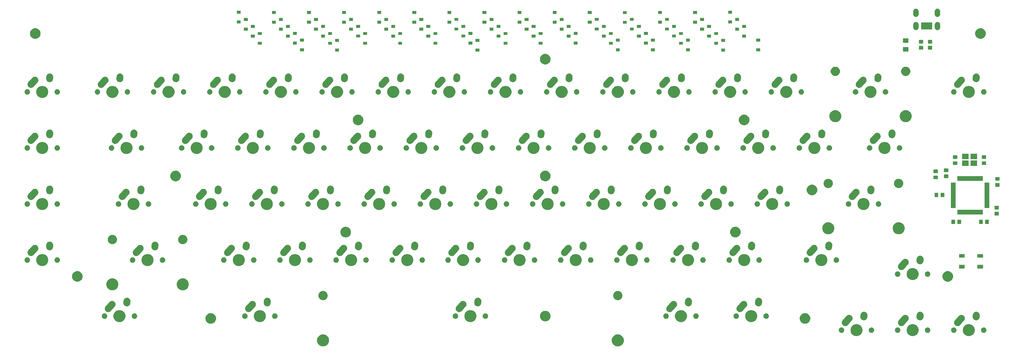
<source format=gbs>
G04 #@! TF.GenerationSoftware,KiCad,Pcbnew,(5.1.4)-1*
G04 #@! TF.CreationDate,2019-11-10T23:30:46-05:00*
G04 #@! TF.ProjectId,END67vOutFirst,454e4436-3776-44f7-9574-46697273742e,rev?*
G04 #@! TF.SameCoordinates,Original*
G04 #@! TF.FileFunction,Soldermask,Bot*
G04 #@! TF.FilePolarity,Negative*
%FSLAX46Y46*%
G04 Gerber Fmt 4.6, Leading zero omitted, Abs format (unit mm)*
G04 Created by KiCad (PCBNEW (5.1.4)-1) date 2019-11-10 23:30:46*
%MOMM*%
%LPD*%
G04 APERTURE LIST*
%ADD10C,0.100000*%
G04 APERTURE END LIST*
D10*
G36*
X141890324Y-194407434D02*
G01*
X142108324Y-194497733D01*
X142262473Y-194561583D01*
X142597398Y-194785373D01*
X142882227Y-195070202D01*
X143106017Y-195405127D01*
X143106017Y-195405128D01*
X143260166Y-195777276D01*
X143338750Y-196172344D01*
X143338750Y-196575156D01*
X143260166Y-196970224D01*
X143169867Y-197188224D01*
X143106017Y-197342373D01*
X142882227Y-197677298D01*
X142597398Y-197962127D01*
X142262473Y-198185917D01*
X142108324Y-198249767D01*
X141890324Y-198340066D01*
X141495256Y-198418650D01*
X141092444Y-198418650D01*
X140697376Y-198340066D01*
X140479376Y-198249767D01*
X140325227Y-198185917D01*
X139990302Y-197962127D01*
X139705473Y-197677298D01*
X139481683Y-197342373D01*
X139417833Y-197188224D01*
X139327534Y-196970224D01*
X139248950Y-196575156D01*
X139248950Y-196172344D01*
X139327534Y-195777276D01*
X139481683Y-195405128D01*
X139481683Y-195405127D01*
X139705473Y-195070202D01*
X139990302Y-194785373D01*
X140325227Y-194561583D01*
X140479376Y-194497733D01*
X140697376Y-194407434D01*
X141092444Y-194328850D01*
X141495256Y-194328850D01*
X141890324Y-194407434D01*
X141890324Y-194407434D01*
G37*
G36*
X241890124Y-194407434D02*
G01*
X242108124Y-194497733D01*
X242262273Y-194561583D01*
X242597198Y-194785373D01*
X242882027Y-195070202D01*
X243105817Y-195405127D01*
X243105817Y-195405128D01*
X243259966Y-195777276D01*
X243338550Y-196172344D01*
X243338550Y-196575156D01*
X243259966Y-196970224D01*
X243169667Y-197188224D01*
X243105817Y-197342373D01*
X242882027Y-197677298D01*
X242597198Y-197962127D01*
X242262273Y-198185917D01*
X242108124Y-198249767D01*
X241890124Y-198340066D01*
X241495056Y-198418650D01*
X241092244Y-198418650D01*
X240697176Y-198340066D01*
X240479176Y-198249767D01*
X240325027Y-198185917D01*
X239990102Y-197962127D01*
X239705273Y-197677298D01*
X239481483Y-197342373D01*
X239417633Y-197188224D01*
X239327334Y-196970224D01*
X239248750Y-196575156D01*
X239248750Y-196172344D01*
X239327334Y-195777276D01*
X239481483Y-195405128D01*
X239481483Y-195405127D01*
X239705273Y-195070202D01*
X239990102Y-194785373D01*
X240325027Y-194561583D01*
X240479176Y-194497733D01*
X240697176Y-194407434D01*
X241092244Y-194328850D01*
X241495056Y-194328850D01*
X241890124Y-194407434D01*
X241890124Y-194407434D01*
G37*
G36*
X322858974Y-190914934D02*
G01*
X323076974Y-191005233D01*
X323231123Y-191069083D01*
X323566048Y-191292873D01*
X323850877Y-191577702D01*
X324074667Y-191912627D01*
X324107062Y-191990836D01*
X324228816Y-192284776D01*
X324307400Y-192679844D01*
X324307400Y-193082656D01*
X324228816Y-193477724D01*
X324177951Y-193600522D01*
X324074667Y-193849873D01*
X323850877Y-194184798D01*
X323566048Y-194469627D01*
X323231123Y-194693417D01*
X323076974Y-194757267D01*
X322858974Y-194847566D01*
X322463906Y-194926150D01*
X322061094Y-194926150D01*
X321666026Y-194847566D01*
X321448026Y-194757267D01*
X321293877Y-194693417D01*
X320958952Y-194469627D01*
X320674123Y-194184798D01*
X320450333Y-193849873D01*
X320347049Y-193600522D01*
X320296184Y-193477724D01*
X320217600Y-193082656D01*
X320217600Y-192679844D01*
X320296184Y-192284776D01*
X320417938Y-191990836D01*
X320450333Y-191912627D01*
X320674123Y-191577702D01*
X320958952Y-191292873D01*
X321293877Y-191069083D01*
X321448026Y-191005233D01*
X321666026Y-190914934D01*
X322061094Y-190836350D01*
X322463906Y-190836350D01*
X322858974Y-190914934D01*
X322858974Y-190914934D01*
G37*
G36*
X360958974Y-190914934D02*
G01*
X361176974Y-191005233D01*
X361331123Y-191069083D01*
X361666048Y-191292873D01*
X361950877Y-191577702D01*
X362174667Y-191912627D01*
X362207062Y-191990836D01*
X362328816Y-192284776D01*
X362407400Y-192679844D01*
X362407400Y-193082656D01*
X362328816Y-193477724D01*
X362277951Y-193600522D01*
X362174667Y-193849873D01*
X361950877Y-194184798D01*
X361666048Y-194469627D01*
X361331123Y-194693417D01*
X361176974Y-194757267D01*
X360958974Y-194847566D01*
X360563906Y-194926150D01*
X360161094Y-194926150D01*
X359766026Y-194847566D01*
X359548026Y-194757267D01*
X359393877Y-194693417D01*
X359058952Y-194469627D01*
X358774123Y-194184798D01*
X358550333Y-193849873D01*
X358447049Y-193600522D01*
X358396184Y-193477724D01*
X358317600Y-193082656D01*
X358317600Y-192679844D01*
X358396184Y-192284776D01*
X358517938Y-191990836D01*
X358550333Y-191912627D01*
X358774123Y-191577702D01*
X359058952Y-191292873D01*
X359393877Y-191069083D01*
X359548026Y-191005233D01*
X359766026Y-190914934D01*
X360161094Y-190836350D01*
X360563906Y-190836350D01*
X360958974Y-190914934D01*
X360958974Y-190914934D01*
G37*
G36*
X341908974Y-190914934D02*
G01*
X342126974Y-191005233D01*
X342281123Y-191069083D01*
X342616048Y-191292873D01*
X342900877Y-191577702D01*
X343124667Y-191912627D01*
X343157062Y-191990836D01*
X343278816Y-192284776D01*
X343357400Y-192679844D01*
X343357400Y-193082656D01*
X343278816Y-193477724D01*
X343227951Y-193600522D01*
X343124667Y-193849873D01*
X342900877Y-194184798D01*
X342616048Y-194469627D01*
X342281123Y-194693417D01*
X342126974Y-194757267D01*
X341908974Y-194847566D01*
X341513906Y-194926150D01*
X341111094Y-194926150D01*
X340716026Y-194847566D01*
X340498026Y-194757267D01*
X340343877Y-194693417D01*
X340008952Y-194469627D01*
X339724123Y-194184798D01*
X339500333Y-193849873D01*
X339397049Y-193600522D01*
X339346184Y-193477724D01*
X339267600Y-193082656D01*
X339267600Y-192679844D01*
X339346184Y-192284776D01*
X339467938Y-191990836D01*
X339500333Y-191912627D01*
X339724123Y-191577702D01*
X340008952Y-191292873D01*
X340343877Y-191069083D01*
X340498026Y-191005233D01*
X340716026Y-190914934D01*
X341111094Y-190836350D01*
X341513906Y-190836350D01*
X341908974Y-190914934D01*
X341908974Y-190914934D01*
G37*
G36*
X317452604Y-191990835D02*
G01*
X317621126Y-192060639D01*
X317772791Y-192161978D01*
X317901772Y-192290959D01*
X318003111Y-192442624D01*
X318072915Y-192611146D01*
X318108500Y-192790047D01*
X318108500Y-192972453D01*
X318072915Y-193151354D01*
X318003111Y-193319876D01*
X317901772Y-193471541D01*
X317772791Y-193600522D01*
X317621126Y-193701861D01*
X317452604Y-193771665D01*
X317273703Y-193807250D01*
X317091297Y-193807250D01*
X316912396Y-193771665D01*
X316743874Y-193701861D01*
X316592209Y-193600522D01*
X316463228Y-193471541D01*
X316361889Y-193319876D01*
X316292085Y-193151354D01*
X316256500Y-192972453D01*
X316256500Y-192790047D01*
X316292085Y-192611146D01*
X316361889Y-192442624D01*
X316463228Y-192290959D01*
X316592209Y-192161978D01*
X316743874Y-192060639D01*
X316912396Y-191990835D01*
X317091297Y-191955250D01*
X317273703Y-191955250D01*
X317452604Y-191990835D01*
X317452604Y-191990835D01*
G37*
G36*
X365712604Y-191990835D02*
G01*
X365881126Y-192060639D01*
X366032791Y-192161978D01*
X366161772Y-192290959D01*
X366263111Y-192442624D01*
X366332915Y-192611146D01*
X366368500Y-192790047D01*
X366368500Y-192972453D01*
X366332915Y-193151354D01*
X366263111Y-193319876D01*
X366161772Y-193471541D01*
X366032791Y-193600522D01*
X365881126Y-193701861D01*
X365712604Y-193771665D01*
X365533703Y-193807250D01*
X365351297Y-193807250D01*
X365172396Y-193771665D01*
X365003874Y-193701861D01*
X364852209Y-193600522D01*
X364723228Y-193471541D01*
X364621889Y-193319876D01*
X364552085Y-193151354D01*
X364516500Y-192972453D01*
X364516500Y-192790047D01*
X364552085Y-192611146D01*
X364621889Y-192442624D01*
X364723228Y-192290959D01*
X364852209Y-192161978D01*
X365003874Y-192060639D01*
X365172396Y-191990835D01*
X365351297Y-191955250D01*
X365533703Y-191955250D01*
X365712604Y-191990835D01*
X365712604Y-191990835D01*
G37*
G36*
X355552604Y-191990835D02*
G01*
X355721126Y-192060639D01*
X355872791Y-192161978D01*
X356001772Y-192290959D01*
X356103111Y-192442624D01*
X356172915Y-192611146D01*
X356208500Y-192790047D01*
X356208500Y-192972453D01*
X356172915Y-193151354D01*
X356103111Y-193319876D01*
X356001772Y-193471541D01*
X355872791Y-193600522D01*
X355721126Y-193701861D01*
X355552604Y-193771665D01*
X355373703Y-193807250D01*
X355191297Y-193807250D01*
X355012396Y-193771665D01*
X354843874Y-193701861D01*
X354692209Y-193600522D01*
X354563228Y-193471541D01*
X354461889Y-193319876D01*
X354392085Y-193151354D01*
X354356500Y-192972453D01*
X354356500Y-192790047D01*
X354392085Y-192611146D01*
X354461889Y-192442624D01*
X354563228Y-192290959D01*
X354692209Y-192161978D01*
X354843874Y-192060639D01*
X355012396Y-191990835D01*
X355191297Y-191955250D01*
X355373703Y-191955250D01*
X355552604Y-191990835D01*
X355552604Y-191990835D01*
G37*
G36*
X327612604Y-191990835D02*
G01*
X327781126Y-192060639D01*
X327932791Y-192161978D01*
X328061772Y-192290959D01*
X328163111Y-192442624D01*
X328232915Y-192611146D01*
X328268500Y-192790047D01*
X328268500Y-192972453D01*
X328232915Y-193151354D01*
X328163111Y-193319876D01*
X328061772Y-193471541D01*
X327932791Y-193600522D01*
X327781126Y-193701861D01*
X327612604Y-193771665D01*
X327433703Y-193807250D01*
X327251297Y-193807250D01*
X327072396Y-193771665D01*
X326903874Y-193701861D01*
X326752209Y-193600522D01*
X326623228Y-193471541D01*
X326521889Y-193319876D01*
X326452085Y-193151354D01*
X326416500Y-192972453D01*
X326416500Y-192790047D01*
X326452085Y-192611146D01*
X326521889Y-192442624D01*
X326623228Y-192290959D01*
X326752209Y-192161978D01*
X326903874Y-192060639D01*
X327072396Y-191990835D01*
X327251297Y-191955250D01*
X327433703Y-191955250D01*
X327612604Y-191990835D01*
X327612604Y-191990835D01*
G37*
G36*
X346662604Y-191990835D02*
G01*
X346831126Y-192060639D01*
X346982791Y-192161978D01*
X347111772Y-192290959D01*
X347213111Y-192442624D01*
X347282915Y-192611146D01*
X347318500Y-192790047D01*
X347318500Y-192972453D01*
X347282915Y-193151354D01*
X347213111Y-193319876D01*
X347111772Y-193471541D01*
X346982791Y-193600522D01*
X346831126Y-193701861D01*
X346662604Y-193771665D01*
X346483703Y-193807250D01*
X346301297Y-193807250D01*
X346122396Y-193771665D01*
X345953874Y-193701861D01*
X345802209Y-193600522D01*
X345673228Y-193471541D01*
X345571889Y-193319876D01*
X345502085Y-193151354D01*
X345466500Y-192972453D01*
X345466500Y-192790047D01*
X345502085Y-192611146D01*
X345571889Y-192442624D01*
X345673228Y-192290959D01*
X345802209Y-192161978D01*
X345953874Y-192060639D01*
X346122396Y-191990835D01*
X346301297Y-191955250D01*
X346483703Y-191955250D01*
X346662604Y-191990835D01*
X346662604Y-191990835D01*
G37*
G36*
X336502604Y-191990835D02*
G01*
X336671126Y-192060639D01*
X336822791Y-192161978D01*
X336951772Y-192290959D01*
X337053111Y-192442624D01*
X337122915Y-192611146D01*
X337158500Y-192790047D01*
X337158500Y-192972453D01*
X337122915Y-193151354D01*
X337053111Y-193319876D01*
X336951772Y-193471541D01*
X336822791Y-193600522D01*
X336671126Y-193701861D01*
X336502604Y-193771665D01*
X336323703Y-193807250D01*
X336141297Y-193807250D01*
X335962396Y-193771665D01*
X335793874Y-193701861D01*
X335642209Y-193600522D01*
X335513228Y-193471541D01*
X335411889Y-193319876D01*
X335342085Y-193151354D01*
X335306500Y-192972453D01*
X335306500Y-192790047D01*
X335342085Y-192611146D01*
X335411889Y-192442624D01*
X335513228Y-192290959D01*
X335642209Y-192161978D01*
X335793874Y-192060639D01*
X335962396Y-191990835D01*
X336141297Y-191955250D01*
X336323703Y-191955250D01*
X336502604Y-191990835D01*
X336502604Y-191990835D01*
G37*
G36*
X357885705Y-187705131D02*
G01*
X357891145Y-187705250D01*
X357978328Y-187705250D01*
X357994597Y-187708486D01*
X358013456Y-187710765D01*
X358030032Y-187711496D01*
X358114723Y-187732260D01*
X358120018Y-187733434D01*
X358205527Y-187750443D01*
X358220862Y-187756795D01*
X358238901Y-187762705D01*
X358255021Y-187766657D01*
X358334004Y-187803530D01*
X358338994Y-187805727D01*
X358419545Y-187839092D01*
X358433341Y-187848310D01*
X358449893Y-187857632D01*
X358464926Y-187864650D01*
X358535194Y-187916221D01*
X358539692Y-187919372D01*
X358612156Y-187967791D01*
X358623883Y-187979518D01*
X358638309Y-187991898D01*
X358651679Y-188001711D01*
X358704502Y-188059408D01*
X358710521Y-188065983D01*
X358714329Y-188069964D01*
X358775959Y-188131594D01*
X358785174Y-188145385D01*
X358796896Y-188160328D01*
X358808105Y-188172571D01*
X358853299Y-188247124D01*
X358856246Y-188251751D01*
X358904658Y-188324205D01*
X358911005Y-188339527D01*
X358919592Y-188356481D01*
X358928191Y-188370667D01*
X358957978Y-188452618D01*
X358959952Y-188457698D01*
X358993307Y-188538223D01*
X358993307Y-188538224D01*
X358996541Y-188554483D01*
X359001658Y-188572792D01*
X359007325Y-188588384D01*
X359020555Y-188674595D01*
X359021501Y-188679963D01*
X359038500Y-188765423D01*
X359038500Y-188782002D01*
X359039944Y-188800942D01*
X359042463Y-188817354D01*
X359038620Y-188904499D01*
X359038500Y-188909939D01*
X359038500Y-188997076D01*
X359036096Y-189009164D01*
X359035266Y-189013333D01*
X359032988Y-189032191D01*
X359032256Y-189048781D01*
X359011488Y-189133487D01*
X359010312Y-189138787D01*
X358993307Y-189224277D01*
X358986957Y-189239607D01*
X358981049Y-189257643D01*
X358977095Y-189273770D01*
X358940211Y-189352776D01*
X358938011Y-189357773D01*
X358904658Y-189438295D01*
X358895444Y-189452085D01*
X358886122Y-189468637D01*
X358879102Y-189483674D01*
X358827511Y-189553970D01*
X358824366Y-189558460D01*
X358775961Y-189630904D01*
X358718960Y-189687905D01*
X358714311Y-189692813D01*
X358384337Y-190060570D01*
X357389223Y-191169626D01*
X357261179Y-191286852D01*
X357162130Y-191346896D01*
X357063083Y-191406939D01*
X356845366Y-191486073D01*
X356616395Y-191521211D01*
X356384970Y-191511004D01*
X356159981Y-191455843D01*
X356055227Y-191406939D01*
X355950079Y-191357852D01*
X355853338Y-191286852D01*
X355763323Y-191220789D01*
X355688894Y-191139491D01*
X355606898Y-191049929D01*
X355525064Y-190914935D01*
X355486811Y-190851833D01*
X355407677Y-190634116D01*
X355372539Y-190405145D01*
X355382746Y-190173720D01*
X355437907Y-189948731D01*
X355489472Y-189838278D01*
X355535898Y-189738830D01*
X355535900Y-189738827D01*
X355638614Y-189598872D01*
X356321296Y-188838022D01*
X356925287Y-188164871D01*
X356936181Y-188150839D01*
X356949039Y-188131596D01*
X357006073Y-188074562D01*
X357010723Y-188069653D01*
X357025778Y-188052874D01*
X357047201Y-188033261D01*
X357051182Y-188029453D01*
X357112846Y-187967789D01*
X357126643Y-187958570D01*
X357141602Y-187946835D01*
X357153821Y-187935648D01*
X357185885Y-187916211D01*
X357228330Y-187890481D01*
X357232921Y-187887558D01*
X357305455Y-187839092D01*
X357320800Y-187832736D01*
X357337748Y-187824151D01*
X357351916Y-187815562D01*
X357351917Y-187815562D01*
X357351918Y-187815561D01*
X357433812Y-187785795D01*
X357438910Y-187783813D01*
X357519473Y-187750443D01*
X357535752Y-187747205D01*
X357554042Y-187742094D01*
X357569635Y-187736427D01*
X357655800Y-187723204D01*
X357661163Y-187722259D01*
X357746673Y-187705250D01*
X357763266Y-187705250D01*
X357782209Y-187703805D01*
X357798606Y-187701289D01*
X357885705Y-187705131D01*
X357885705Y-187705131D01*
G37*
G36*
X338835705Y-187705131D02*
G01*
X338841145Y-187705250D01*
X338928328Y-187705250D01*
X338944597Y-187708486D01*
X338963456Y-187710765D01*
X338980032Y-187711496D01*
X339064723Y-187732260D01*
X339070018Y-187733434D01*
X339155527Y-187750443D01*
X339170862Y-187756795D01*
X339188901Y-187762705D01*
X339205021Y-187766657D01*
X339284004Y-187803530D01*
X339288994Y-187805727D01*
X339369545Y-187839092D01*
X339383341Y-187848310D01*
X339399893Y-187857632D01*
X339414926Y-187864650D01*
X339485194Y-187916221D01*
X339489692Y-187919372D01*
X339562156Y-187967791D01*
X339573883Y-187979518D01*
X339588309Y-187991898D01*
X339601679Y-188001711D01*
X339654502Y-188059408D01*
X339660521Y-188065983D01*
X339664329Y-188069964D01*
X339725959Y-188131594D01*
X339735174Y-188145385D01*
X339746896Y-188160328D01*
X339758105Y-188172571D01*
X339803299Y-188247124D01*
X339806246Y-188251751D01*
X339854658Y-188324205D01*
X339861005Y-188339527D01*
X339869592Y-188356481D01*
X339878191Y-188370667D01*
X339907978Y-188452618D01*
X339909952Y-188457698D01*
X339943307Y-188538223D01*
X339943307Y-188538224D01*
X339946541Y-188554483D01*
X339951658Y-188572792D01*
X339957325Y-188588384D01*
X339970555Y-188674595D01*
X339971501Y-188679963D01*
X339988500Y-188765423D01*
X339988500Y-188782002D01*
X339989944Y-188800942D01*
X339992463Y-188817354D01*
X339988620Y-188904499D01*
X339988500Y-188909939D01*
X339988500Y-188997076D01*
X339986096Y-189009164D01*
X339985266Y-189013333D01*
X339982988Y-189032191D01*
X339982256Y-189048781D01*
X339961488Y-189133487D01*
X339960312Y-189138787D01*
X339943307Y-189224277D01*
X339936957Y-189239607D01*
X339931049Y-189257643D01*
X339927095Y-189273770D01*
X339890211Y-189352776D01*
X339888011Y-189357773D01*
X339854658Y-189438295D01*
X339845444Y-189452085D01*
X339836122Y-189468637D01*
X339829102Y-189483674D01*
X339777511Y-189553970D01*
X339774366Y-189558460D01*
X339725961Y-189630904D01*
X339668960Y-189687905D01*
X339664311Y-189692813D01*
X339334337Y-190060570D01*
X338339223Y-191169626D01*
X338211179Y-191286852D01*
X338112130Y-191346896D01*
X338013083Y-191406939D01*
X337795366Y-191486073D01*
X337566395Y-191521211D01*
X337334970Y-191511004D01*
X337109981Y-191455843D01*
X337005227Y-191406939D01*
X336900079Y-191357852D01*
X336803338Y-191286852D01*
X336713323Y-191220789D01*
X336638894Y-191139491D01*
X336556898Y-191049929D01*
X336475064Y-190914935D01*
X336436811Y-190851833D01*
X336357677Y-190634116D01*
X336322539Y-190405145D01*
X336332746Y-190173720D01*
X336387907Y-189948731D01*
X336439472Y-189838278D01*
X336485898Y-189738830D01*
X336485900Y-189738827D01*
X336588614Y-189598872D01*
X337271296Y-188838022D01*
X337875287Y-188164871D01*
X337886181Y-188150839D01*
X337899039Y-188131596D01*
X337956073Y-188074562D01*
X337960723Y-188069653D01*
X337975778Y-188052874D01*
X337997201Y-188033261D01*
X338001182Y-188029453D01*
X338062846Y-187967789D01*
X338076643Y-187958570D01*
X338091602Y-187946835D01*
X338103821Y-187935648D01*
X338135885Y-187916211D01*
X338178330Y-187890481D01*
X338182921Y-187887558D01*
X338255455Y-187839092D01*
X338270800Y-187832736D01*
X338287748Y-187824151D01*
X338301916Y-187815562D01*
X338301917Y-187815562D01*
X338301918Y-187815561D01*
X338383812Y-187785795D01*
X338388910Y-187783813D01*
X338469473Y-187750443D01*
X338485752Y-187747205D01*
X338504042Y-187742094D01*
X338519635Y-187736427D01*
X338605800Y-187723204D01*
X338611163Y-187722259D01*
X338696673Y-187705250D01*
X338713266Y-187705250D01*
X338732209Y-187703805D01*
X338748606Y-187701289D01*
X338835705Y-187705131D01*
X338835705Y-187705131D01*
G37*
G36*
X319785705Y-187705131D02*
G01*
X319791145Y-187705250D01*
X319878328Y-187705250D01*
X319894597Y-187708486D01*
X319913456Y-187710765D01*
X319930032Y-187711496D01*
X320014723Y-187732260D01*
X320020018Y-187733434D01*
X320105527Y-187750443D01*
X320120862Y-187756795D01*
X320138901Y-187762705D01*
X320155021Y-187766657D01*
X320234004Y-187803530D01*
X320238994Y-187805727D01*
X320319545Y-187839092D01*
X320333341Y-187848310D01*
X320349893Y-187857632D01*
X320364926Y-187864650D01*
X320435194Y-187916221D01*
X320439692Y-187919372D01*
X320512156Y-187967791D01*
X320523883Y-187979518D01*
X320538309Y-187991898D01*
X320551679Y-188001711D01*
X320604502Y-188059408D01*
X320610521Y-188065983D01*
X320614329Y-188069964D01*
X320675959Y-188131594D01*
X320685174Y-188145385D01*
X320696896Y-188160328D01*
X320708105Y-188172571D01*
X320753299Y-188247124D01*
X320756246Y-188251751D01*
X320804658Y-188324205D01*
X320811005Y-188339527D01*
X320819592Y-188356481D01*
X320828191Y-188370667D01*
X320857978Y-188452618D01*
X320859952Y-188457698D01*
X320893307Y-188538223D01*
X320893307Y-188538224D01*
X320896541Y-188554483D01*
X320901658Y-188572792D01*
X320907325Y-188588384D01*
X320920555Y-188674595D01*
X320921501Y-188679963D01*
X320938500Y-188765423D01*
X320938500Y-188782002D01*
X320939944Y-188800942D01*
X320942463Y-188817354D01*
X320938620Y-188904499D01*
X320938500Y-188909939D01*
X320938500Y-188997076D01*
X320936096Y-189009164D01*
X320935266Y-189013333D01*
X320932988Y-189032191D01*
X320932256Y-189048781D01*
X320911488Y-189133487D01*
X320910312Y-189138787D01*
X320893307Y-189224277D01*
X320886957Y-189239607D01*
X320881049Y-189257643D01*
X320877095Y-189273770D01*
X320840211Y-189352776D01*
X320838011Y-189357773D01*
X320804658Y-189438295D01*
X320795444Y-189452085D01*
X320786122Y-189468637D01*
X320779102Y-189483674D01*
X320727511Y-189553970D01*
X320724366Y-189558460D01*
X320675961Y-189630904D01*
X320618960Y-189687905D01*
X320614311Y-189692813D01*
X320284337Y-190060570D01*
X319289223Y-191169626D01*
X319161179Y-191286852D01*
X319062130Y-191346896D01*
X318963083Y-191406939D01*
X318745366Y-191486073D01*
X318516395Y-191521211D01*
X318284970Y-191511004D01*
X318059981Y-191455843D01*
X317955227Y-191406939D01*
X317850079Y-191357852D01*
X317753338Y-191286852D01*
X317663323Y-191220789D01*
X317588894Y-191139491D01*
X317506898Y-191049929D01*
X317425064Y-190914935D01*
X317386811Y-190851833D01*
X317307677Y-190634116D01*
X317272539Y-190405145D01*
X317282746Y-190173720D01*
X317337907Y-189948731D01*
X317389472Y-189838278D01*
X317435898Y-189738830D01*
X317435900Y-189738827D01*
X317538614Y-189598872D01*
X318221296Y-188838022D01*
X318825287Y-188164871D01*
X318836181Y-188150839D01*
X318849039Y-188131596D01*
X318906073Y-188074562D01*
X318910723Y-188069653D01*
X318925778Y-188052874D01*
X318947201Y-188033261D01*
X318951182Y-188029453D01*
X319012846Y-187967789D01*
X319026643Y-187958570D01*
X319041602Y-187946835D01*
X319053821Y-187935648D01*
X319085885Y-187916211D01*
X319128330Y-187890481D01*
X319132921Y-187887558D01*
X319205455Y-187839092D01*
X319220800Y-187832736D01*
X319237748Y-187824151D01*
X319251916Y-187815562D01*
X319251917Y-187815562D01*
X319251918Y-187815561D01*
X319333812Y-187785795D01*
X319338910Y-187783813D01*
X319419473Y-187750443D01*
X319435752Y-187747205D01*
X319454042Y-187742094D01*
X319469635Y-187736427D01*
X319555800Y-187723204D01*
X319561163Y-187722259D01*
X319646673Y-187705250D01*
X319663266Y-187705250D01*
X319682209Y-187703805D01*
X319698606Y-187701289D01*
X319785705Y-187705131D01*
X319785705Y-187705131D01*
G37*
G36*
X305325331Y-187180711D02*
G01*
X305653092Y-187316474D01*
X305948070Y-187513572D01*
X306198928Y-187764430D01*
X306396026Y-188059408D01*
X306531789Y-188387169D01*
X306601000Y-188735116D01*
X306601000Y-189089884D01*
X306531789Y-189437831D01*
X306396026Y-189765592D01*
X306198928Y-190060570D01*
X305948070Y-190311428D01*
X305653092Y-190508526D01*
X305325331Y-190644289D01*
X304977384Y-190713500D01*
X304622616Y-190713500D01*
X304274669Y-190644289D01*
X303946908Y-190508526D01*
X303651930Y-190311428D01*
X303401072Y-190060570D01*
X303203974Y-189765592D01*
X303068211Y-189437831D01*
X302999000Y-189089884D01*
X302999000Y-188735116D01*
X303068211Y-188387169D01*
X303203974Y-188059408D01*
X303401072Y-187764430D01*
X303651930Y-187513572D01*
X303946908Y-187316474D01*
X304274669Y-187180711D01*
X304622616Y-187111500D01*
X304977384Y-187111500D01*
X305325331Y-187180711D01*
X305325331Y-187180711D01*
G37*
G36*
X103712831Y-187180711D02*
G01*
X104040592Y-187316474D01*
X104335570Y-187513572D01*
X104586428Y-187764430D01*
X104783526Y-188059408D01*
X104919289Y-188387169D01*
X104988500Y-188735116D01*
X104988500Y-189089884D01*
X104919289Y-189437831D01*
X104783526Y-189765592D01*
X104586428Y-190060570D01*
X104335570Y-190311428D01*
X104040592Y-190508526D01*
X103712831Y-190644289D01*
X103364884Y-190713500D01*
X103010116Y-190713500D01*
X102662169Y-190644289D01*
X102334408Y-190508526D01*
X102039430Y-190311428D01*
X101788572Y-190060570D01*
X101591474Y-189765592D01*
X101455711Y-189437831D01*
X101386500Y-189089884D01*
X101386500Y-188735116D01*
X101455711Y-188387169D01*
X101591474Y-188059408D01*
X101788572Y-187764430D01*
X102039430Y-187513572D01*
X102334408Y-187316474D01*
X102662169Y-187180711D01*
X103010116Y-187111500D01*
X103364884Y-187111500D01*
X103712831Y-187180711D01*
X103712831Y-187180711D01*
G37*
G36*
X120452724Y-186152434D02*
G01*
X120670724Y-186242733D01*
X120824873Y-186306583D01*
X121159798Y-186530373D01*
X121444627Y-186815202D01*
X121668417Y-187150127D01*
X121710037Y-187250607D01*
X121822566Y-187522276D01*
X121901150Y-187917344D01*
X121901150Y-188320156D01*
X121822566Y-188715224D01*
X121771701Y-188838022D01*
X121668417Y-189087373D01*
X121444627Y-189422298D01*
X121159798Y-189707127D01*
X120824873Y-189930917D01*
X120670724Y-189994767D01*
X120452724Y-190085066D01*
X120057656Y-190163650D01*
X119654844Y-190163650D01*
X119259776Y-190085066D01*
X119041776Y-189994767D01*
X118887627Y-189930917D01*
X118552702Y-189707127D01*
X118267873Y-189422298D01*
X118044083Y-189087373D01*
X117940799Y-188838022D01*
X117889934Y-188715224D01*
X117811350Y-188320156D01*
X117811350Y-187917344D01*
X117889934Y-187522276D01*
X118002463Y-187250607D01*
X118044083Y-187150127D01*
X118267873Y-186815202D01*
X118552702Y-186530373D01*
X118887627Y-186306583D01*
X119041776Y-186242733D01*
X119259776Y-186152434D01*
X119654844Y-186073850D01*
X120057656Y-186073850D01*
X120452724Y-186152434D01*
X120452724Y-186152434D01*
G37*
G36*
X191890224Y-186152434D02*
G01*
X192108224Y-186242733D01*
X192262373Y-186306583D01*
X192597298Y-186530373D01*
X192882127Y-186815202D01*
X193105917Y-187150127D01*
X193147537Y-187250607D01*
X193260066Y-187522276D01*
X193338650Y-187917344D01*
X193338650Y-188320156D01*
X193260066Y-188715224D01*
X193209201Y-188838022D01*
X193105917Y-189087373D01*
X192882127Y-189422298D01*
X192597298Y-189707127D01*
X192262373Y-189930917D01*
X192108224Y-189994767D01*
X191890224Y-190085066D01*
X191495156Y-190163650D01*
X191092344Y-190163650D01*
X190697276Y-190085066D01*
X190479276Y-189994767D01*
X190325127Y-189930917D01*
X189990202Y-189707127D01*
X189705373Y-189422298D01*
X189481583Y-189087373D01*
X189378299Y-188838022D01*
X189327434Y-188715224D01*
X189248850Y-188320156D01*
X189248850Y-187917344D01*
X189327434Y-187522276D01*
X189439963Y-187250607D01*
X189481583Y-187150127D01*
X189705373Y-186815202D01*
X189990202Y-186530373D01*
X190325127Y-186306583D01*
X190479276Y-186242733D01*
X190697276Y-186152434D01*
X191092344Y-186073850D01*
X191495156Y-186073850D01*
X191890224Y-186152434D01*
X191890224Y-186152434D01*
G37*
G36*
X72827724Y-186152434D02*
G01*
X73045724Y-186242733D01*
X73199873Y-186306583D01*
X73534798Y-186530373D01*
X73819627Y-186815202D01*
X74043417Y-187150127D01*
X74085037Y-187250607D01*
X74197566Y-187522276D01*
X74276150Y-187917344D01*
X74276150Y-188320156D01*
X74197566Y-188715224D01*
X74146701Y-188838022D01*
X74043417Y-189087373D01*
X73819627Y-189422298D01*
X73534798Y-189707127D01*
X73199873Y-189930917D01*
X73045724Y-189994767D01*
X72827724Y-190085066D01*
X72432656Y-190163650D01*
X72029844Y-190163650D01*
X71634776Y-190085066D01*
X71416776Y-189994767D01*
X71262627Y-189930917D01*
X70927702Y-189707127D01*
X70642873Y-189422298D01*
X70419083Y-189087373D01*
X70315799Y-188838022D01*
X70264934Y-188715224D01*
X70186350Y-188320156D01*
X70186350Y-187917344D01*
X70264934Y-187522276D01*
X70377463Y-187250607D01*
X70419083Y-187150127D01*
X70642873Y-186815202D01*
X70927702Y-186530373D01*
X71262627Y-186306583D01*
X71416776Y-186242733D01*
X71634776Y-186152434D01*
X72029844Y-186073850D01*
X72432656Y-186073850D01*
X72827724Y-186152434D01*
X72827724Y-186152434D01*
G37*
G36*
X263327724Y-186152434D02*
G01*
X263545724Y-186242733D01*
X263699873Y-186306583D01*
X264034798Y-186530373D01*
X264319627Y-186815202D01*
X264543417Y-187150127D01*
X264585037Y-187250607D01*
X264697566Y-187522276D01*
X264776150Y-187917344D01*
X264776150Y-188320156D01*
X264697566Y-188715224D01*
X264646701Y-188838022D01*
X264543417Y-189087373D01*
X264319627Y-189422298D01*
X264034798Y-189707127D01*
X263699873Y-189930917D01*
X263545724Y-189994767D01*
X263327724Y-190085066D01*
X262932656Y-190163650D01*
X262529844Y-190163650D01*
X262134776Y-190085066D01*
X261916776Y-189994767D01*
X261762627Y-189930917D01*
X261427702Y-189707127D01*
X261142873Y-189422298D01*
X260919083Y-189087373D01*
X260815799Y-188838022D01*
X260764934Y-188715224D01*
X260686350Y-188320156D01*
X260686350Y-187917344D01*
X260764934Y-187522276D01*
X260877463Y-187250607D01*
X260919083Y-187150127D01*
X261142873Y-186815202D01*
X261427702Y-186530373D01*
X261762627Y-186306583D01*
X261916776Y-186242733D01*
X262134776Y-186152434D01*
X262529844Y-186073850D01*
X262932656Y-186073850D01*
X263327724Y-186152434D01*
X263327724Y-186152434D01*
G37*
G36*
X287140224Y-186152434D02*
G01*
X287358224Y-186242733D01*
X287512373Y-186306583D01*
X287847298Y-186530373D01*
X288132127Y-186815202D01*
X288355917Y-187150127D01*
X288397537Y-187250607D01*
X288510066Y-187522276D01*
X288588650Y-187917344D01*
X288588650Y-188320156D01*
X288510066Y-188715224D01*
X288459201Y-188838022D01*
X288355917Y-189087373D01*
X288132127Y-189422298D01*
X287847298Y-189707127D01*
X287512373Y-189930917D01*
X287358224Y-189994767D01*
X287140224Y-190085066D01*
X286745156Y-190163650D01*
X286342344Y-190163650D01*
X285947276Y-190085066D01*
X285729276Y-189994767D01*
X285575127Y-189930917D01*
X285240202Y-189707127D01*
X284955373Y-189422298D01*
X284731583Y-189087373D01*
X284628299Y-188838022D01*
X284577434Y-188715224D01*
X284498850Y-188320156D01*
X284498850Y-187917344D01*
X284577434Y-187522276D01*
X284689963Y-187250607D01*
X284731583Y-187150127D01*
X284955373Y-186815202D01*
X285240202Y-186530373D01*
X285575127Y-186306583D01*
X285729276Y-186242733D01*
X285947276Y-186152434D01*
X286342344Y-186073850D01*
X286745156Y-186073850D01*
X287140224Y-186152434D01*
X287140224Y-186152434D01*
G37*
G36*
X217219081Y-186386961D02*
G01*
X217546842Y-186522724D01*
X217841820Y-186719822D01*
X218092678Y-186970680D01*
X218289776Y-187265658D01*
X218425539Y-187593419D01*
X218494750Y-187941366D01*
X218494750Y-188296134D01*
X218425539Y-188644081D01*
X218289776Y-188971842D01*
X218092678Y-189266820D01*
X217841820Y-189517678D01*
X217546842Y-189714776D01*
X217219081Y-189850539D01*
X216871134Y-189919750D01*
X216516366Y-189919750D01*
X216168419Y-189850539D01*
X215840658Y-189714776D01*
X215545680Y-189517678D01*
X215294822Y-189266820D01*
X215097724Y-188971842D01*
X214961961Y-188644081D01*
X214892750Y-188296134D01*
X214892750Y-187941366D01*
X214961961Y-187593419D01*
X215097724Y-187265658D01*
X215294822Y-186970680D01*
X215545680Y-186719822D01*
X215840658Y-186522724D01*
X216168419Y-186386961D01*
X216516366Y-186317750D01*
X216871134Y-186317750D01*
X217219081Y-186386961D01*
X217219081Y-186386961D01*
G37*
G36*
X362990627Y-186623511D02*
G01*
X363011400Y-186625250D01*
X363018327Y-186625250D01*
X363113254Y-186644132D01*
X363116848Y-186644792D01*
X363212230Y-186660874D01*
X363218703Y-186663335D01*
X363238728Y-186669091D01*
X363245527Y-186670443D01*
X363307914Y-186696284D01*
X363334943Y-186707480D01*
X363338344Y-186708831D01*
X363428755Y-186743211D01*
X363434627Y-186746890D01*
X363453136Y-186756437D01*
X363459545Y-186759092D01*
X363540063Y-186812892D01*
X363543054Y-186814828D01*
X363625057Y-186866209D01*
X363630084Y-186870950D01*
X363646396Y-186883941D01*
X363652152Y-186887787D01*
X363720610Y-186956245D01*
X363723189Y-186958749D01*
X363793590Y-187025139D01*
X363797595Y-187030769D01*
X363811059Y-187046694D01*
X363815959Y-187051594D01*
X363869744Y-187132089D01*
X363871791Y-187135057D01*
X363927880Y-187213895D01*
X363930714Y-187220208D01*
X363940808Y-187238443D01*
X363944658Y-187244205D01*
X363981720Y-187333680D01*
X363983124Y-187336935D01*
X364022765Y-187425223D01*
X364024315Y-187431975D01*
X364030652Y-187451812D01*
X364033307Y-187458223D01*
X364052192Y-187553167D01*
X364052938Y-187556651D01*
X364074598Y-187651001D01*
X364074598Y-187651004D01*
X364074800Y-187657904D01*
X364077147Y-187678620D01*
X364078500Y-187685424D01*
X364078500Y-187782236D01*
X364078553Y-187785834D01*
X364079688Y-187824527D01*
X364078795Y-187837475D01*
X364078500Y-187846047D01*
X364078500Y-187917076D01*
X364072581Y-187946835D01*
X364072104Y-187949229D01*
X364070000Y-187965000D01*
X364031738Y-188519795D01*
X364002876Y-188690980D01*
X363920538Y-188907505D01*
X363797541Y-189103807D01*
X363638611Y-189272340D01*
X363449855Y-189406630D01*
X363238527Y-189501515D01*
X363012749Y-189553348D01*
X362781198Y-189560139D01*
X362781197Y-189560139D01*
X362735512Y-189552436D01*
X362552770Y-189521626D01*
X362336245Y-189439288D01*
X362139943Y-189316291D01*
X361971410Y-189157361D01*
X361837120Y-188968605D01*
X361742235Y-188757277D01*
X361690402Y-188531499D01*
X361685312Y-188357973D01*
X361726204Y-187765044D01*
X361726500Y-187756446D01*
X361726500Y-187685425D01*
X361744801Y-187593419D01*
X361745388Y-187590469D01*
X361746044Y-187586895D01*
X361751731Y-187553167D01*
X361762124Y-187491520D01*
X361764585Y-187485049D01*
X361770342Y-187465017D01*
X361771693Y-187458224D01*
X361774343Y-187451826D01*
X361808764Y-187368726D01*
X361810053Y-187365480D01*
X361844462Y-187274995D01*
X361848136Y-187269131D01*
X361857687Y-187250615D01*
X361860342Y-187244205D01*
X361914157Y-187163665D01*
X361916077Y-187160699D01*
X361967459Y-187078693D01*
X361972211Y-187073654D01*
X361985189Y-187057357D01*
X361989037Y-187051598D01*
X362057493Y-186983142D01*
X362060046Y-186980512D01*
X362069318Y-186970680D01*
X362126389Y-186910160D01*
X362132021Y-186906153D01*
X362147947Y-186892688D01*
X362152846Y-186887789D01*
X362233324Y-186834016D01*
X362236306Y-186831960D01*
X362315145Y-186775870D01*
X362321455Y-186773037D01*
X362339694Y-186762941D01*
X362345451Y-186759094D01*
X362345454Y-186759093D01*
X362345455Y-186759092D01*
X362434929Y-186722031D01*
X362438187Y-186720625D01*
X362526473Y-186680985D01*
X362533225Y-186679435D01*
X362553062Y-186673098D01*
X362559473Y-186670443D01*
X362654399Y-186651561D01*
X362657946Y-186650801D01*
X362752251Y-186629151D01*
X362754630Y-186629081D01*
X362759165Y-186628948D01*
X362779881Y-186626601D01*
X362786674Y-186625250D01*
X362883459Y-186625250D01*
X362887084Y-186625197D01*
X362983802Y-186622360D01*
X362990627Y-186623511D01*
X362990627Y-186623511D01*
G37*
G36*
X343940627Y-186623511D02*
G01*
X343961400Y-186625250D01*
X343968327Y-186625250D01*
X344063254Y-186644132D01*
X344066848Y-186644792D01*
X344162230Y-186660874D01*
X344168703Y-186663335D01*
X344188728Y-186669091D01*
X344195527Y-186670443D01*
X344257914Y-186696284D01*
X344284943Y-186707480D01*
X344288344Y-186708831D01*
X344378755Y-186743211D01*
X344384627Y-186746890D01*
X344403136Y-186756437D01*
X344409545Y-186759092D01*
X344490063Y-186812892D01*
X344493054Y-186814828D01*
X344575057Y-186866209D01*
X344580084Y-186870950D01*
X344596396Y-186883941D01*
X344602152Y-186887787D01*
X344670610Y-186956245D01*
X344673189Y-186958749D01*
X344743590Y-187025139D01*
X344747595Y-187030769D01*
X344761059Y-187046694D01*
X344765959Y-187051594D01*
X344819744Y-187132089D01*
X344821791Y-187135057D01*
X344877880Y-187213895D01*
X344880714Y-187220208D01*
X344890808Y-187238443D01*
X344894658Y-187244205D01*
X344931720Y-187333680D01*
X344933124Y-187336935D01*
X344972765Y-187425223D01*
X344974315Y-187431975D01*
X344980652Y-187451812D01*
X344983307Y-187458223D01*
X345002192Y-187553167D01*
X345002938Y-187556651D01*
X345024598Y-187651001D01*
X345024598Y-187651004D01*
X345024800Y-187657904D01*
X345027147Y-187678620D01*
X345028500Y-187685424D01*
X345028500Y-187782236D01*
X345028553Y-187785834D01*
X345029688Y-187824527D01*
X345028795Y-187837475D01*
X345028500Y-187846047D01*
X345028500Y-187917076D01*
X345022581Y-187946835D01*
X345022104Y-187949229D01*
X345020000Y-187965000D01*
X344981738Y-188519795D01*
X344952876Y-188690980D01*
X344870538Y-188907505D01*
X344747541Y-189103807D01*
X344588611Y-189272340D01*
X344399855Y-189406630D01*
X344188527Y-189501515D01*
X343962749Y-189553348D01*
X343731198Y-189560139D01*
X343731197Y-189560139D01*
X343685512Y-189552436D01*
X343502770Y-189521626D01*
X343286245Y-189439288D01*
X343089943Y-189316291D01*
X342921410Y-189157361D01*
X342787120Y-188968605D01*
X342692235Y-188757277D01*
X342640402Y-188531499D01*
X342635312Y-188357973D01*
X342676204Y-187765044D01*
X342676500Y-187756446D01*
X342676500Y-187685425D01*
X342694801Y-187593419D01*
X342695388Y-187590469D01*
X342696044Y-187586895D01*
X342701731Y-187553167D01*
X342712124Y-187491520D01*
X342714585Y-187485049D01*
X342720342Y-187465017D01*
X342721693Y-187458224D01*
X342724343Y-187451826D01*
X342758764Y-187368726D01*
X342760053Y-187365480D01*
X342794462Y-187274995D01*
X342798136Y-187269131D01*
X342807687Y-187250615D01*
X342810342Y-187244205D01*
X342864157Y-187163665D01*
X342866077Y-187160699D01*
X342917459Y-187078693D01*
X342922211Y-187073654D01*
X342935189Y-187057357D01*
X342939037Y-187051598D01*
X343007493Y-186983142D01*
X343010046Y-186980512D01*
X343019318Y-186970680D01*
X343076389Y-186910160D01*
X343082021Y-186906153D01*
X343097947Y-186892688D01*
X343102846Y-186887789D01*
X343183324Y-186834016D01*
X343186306Y-186831960D01*
X343265145Y-186775870D01*
X343271455Y-186773037D01*
X343289694Y-186762941D01*
X343295451Y-186759094D01*
X343295454Y-186759093D01*
X343295455Y-186759092D01*
X343384929Y-186722031D01*
X343388187Y-186720625D01*
X343476473Y-186680985D01*
X343483225Y-186679435D01*
X343503062Y-186673098D01*
X343509473Y-186670443D01*
X343604399Y-186651561D01*
X343607946Y-186650801D01*
X343702251Y-186629151D01*
X343704630Y-186629081D01*
X343709165Y-186628948D01*
X343729881Y-186626601D01*
X343736674Y-186625250D01*
X343833459Y-186625250D01*
X343837084Y-186625197D01*
X343933802Y-186622360D01*
X343940627Y-186623511D01*
X343940627Y-186623511D01*
G37*
G36*
X324890627Y-186623511D02*
G01*
X324911400Y-186625250D01*
X324918327Y-186625250D01*
X325013254Y-186644132D01*
X325016848Y-186644792D01*
X325112230Y-186660874D01*
X325118703Y-186663335D01*
X325138728Y-186669091D01*
X325145527Y-186670443D01*
X325207914Y-186696284D01*
X325234943Y-186707480D01*
X325238344Y-186708831D01*
X325328755Y-186743211D01*
X325334627Y-186746890D01*
X325353136Y-186756437D01*
X325359545Y-186759092D01*
X325440063Y-186812892D01*
X325443054Y-186814828D01*
X325525057Y-186866209D01*
X325530084Y-186870950D01*
X325546396Y-186883941D01*
X325552152Y-186887787D01*
X325620610Y-186956245D01*
X325623189Y-186958749D01*
X325693590Y-187025139D01*
X325697595Y-187030769D01*
X325711059Y-187046694D01*
X325715959Y-187051594D01*
X325769744Y-187132089D01*
X325771791Y-187135057D01*
X325827880Y-187213895D01*
X325830714Y-187220208D01*
X325840808Y-187238443D01*
X325844658Y-187244205D01*
X325881720Y-187333680D01*
X325883124Y-187336935D01*
X325922765Y-187425223D01*
X325924315Y-187431975D01*
X325930652Y-187451812D01*
X325933307Y-187458223D01*
X325952192Y-187553167D01*
X325952938Y-187556651D01*
X325974598Y-187651001D01*
X325974598Y-187651004D01*
X325974800Y-187657904D01*
X325977147Y-187678620D01*
X325978500Y-187685424D01*
X325978500Y-187782236D01*
X325978553Y-187785834D01*
X325979688Y-187824527D01*
X325978795Y-187837475D01*
X325978500Y-187846047D01*
X325978500Y-187917076D01*
X325972581Y-187946835D01*
X325972104Y-187949229D01*
X325970000Y-187965000D01*
X325931738Y-188519795D01*
X325902876Y-188690980D01*
X325820538Y-188907505D01*
X325697541Y-189103807D01*
X325538611Y-189272340D01*
X325349855Y-189406630D01*
X325138527Y-189501515D01*
X324912749Y-189553348D01*
X324681198Y-189560139D01*
X324681197Y-189560139D01*
X324635512Y-189552436D01*
X324452770Y-189521626D01*
X324236245Y-189439288D01*
X324039943Y-189316291D01*
X323871410Y-189157361D01*
X323737120Y-188968605D01*
X323642235Y-188757277D01*
X323590402Y-188531499D01*
X323585312Y-188357973D01*
X323626204Y-187765044D01*
X323626500Y-187756446D01*
X323626500Y-187685425D01*
X323644801Y-187593419D01*
X323645388Y-187590469D01*
X323646044Y-187586895D01*
X323651731Y-187553167D01*
X323662124Y-187491520D01*
X323664585Y-187485049D01*
X323670342Y-187465017D01*
X323671693Y-187458224D01*
X323674343Y-187451826D01*
X323708764Y-187368726D01*
X323710053Y-187365480D01*
X323744462Y-187274995D01*
X323748136Y-187269131D01*
X323757687Y-187250615D01*
X323760342Y-187244205D01*
X323814157Y-187163665D01*
X323816077Y-187160699D01*
X323867459Y-187078693D01*
X323872211Y-187073654D01*
X323885189Y-187057357D01*
X323889037Y-187051598D01*
X323957493Y-186983142D01*
X323960046Y-186980512D01*
X323969318Y-186970680D01*
X324026389Y-186910160D01*
X324032021Y-186906153D01*
X324047947Y-186892688D01*
X324052846Y-186887789D01*
X324133324Y-186834016D01*
X324136306Y-186831960D01*
X324215145Y-186775870D01*
X324221455Y-186773037D01*
X324239694Y-186762941D01*
X324245451Y-186759094D01*
X324245454Y-186759093D01*
X324245455Y-186759092D01*
X324334929Y-186722031D01*
X324338187Y-186720625D01*
X324426473Y-186680985D01*
X324433225Y-186679435D01*
X324453062Y-186673098D01*
X324459473Y-186670443D01*
X324554399Y-186651561D01*
X324557946Y-186650801D01*
X324652251Y-186629151D01*
X324654630Y-186629081D01*
X324659165Y-186628948D01*
X324679881Y-186626601D01*
X324686674Y-186625250D01*
X324783459Y-186625250D01*
X324787084Y-186625197D01*
X324883802Y-186622360D01*
X324890627Y-186623511D01*
X324890627Y-186623511D01*
G37*
G36*
X268081354Y-187228335D02*
G01*
X268249876Y-187298139D01*
X268401541Y-187399478D01*
X268530522Y-187528459D01*
X268631861Y-187680124D01*
X268701665Y-187848646D01*
X268737250Y-188027547D01*
X268737250Y-188209953D01*
X268701665Y-188388854D01*
X268631861Y-188557376D01*
X268530522Y-188709041D01*
X268401541Y-188838022D01*
X268249876Y-188939361D01*
X268081354Y-189009165D01*
X267902453Y-189044750D01*
X267720047Y-189044750D01*
X267541146Y-189009165D01*
X267372624Y-188939361D01*
X267220959Y-188838022D01*
X267091978Y-188709041D01*
X266990639Y-188557376D01*
X266920835Y-188388854D01*
X266885250Y-188209953D01*
X266885250Y-188027547D01*
X266920835Y-187848646D01*
X266990639Y-187680124D01*
X267091978Y-187528459D01*
X267220959Y-187399478D01*
X267372624Y-187298139D01*
X267541146Y-187228335D01*
X267720047Y-187192750D01*
X267902453Y-187192750D01*
X268081354Y-187228335D01*
X268081354Y-187228335D01*
G37*
G36*
X291893854Y-187228335D02*
G01*
X292062376Y-187298139D01*
X292214041Y-187399478D01*
X292343022Y-187528459D01*
X292444361Y-187680124D01*
X292514165Y-187848646D01*
X292549750Y-188027547D01*
X292549750Y-188209953D01*
X292514165Y-188388854D01*
X292444361Y-188557376D01*
X292343022Y-188709041D01*
X292214041Y-188838022D01*
X292062376Y-188939361D01*
X291893854Y-189009165D01*
X291714953Y-189044750D01*
X291532547Y-189044750D01*
X291353646Y-189009165D01*
X291185124Y-188939361D01*
X291033459Y-188838022D01*
X290904478Y-188709041D01*
X290803139Y-188557376D01*
X290733335Y-188388854D01*
X290697750Y-188209953D01*
X290697750Y-188027547D01*
X290733335Y-187848646D01*
X290803139Y-187680124D01*
X290904478Y-187528459D01*
X291033459Y-187399478D01*
X291185124Y-187298139D01*
X291353646Y-187228335D01*
X291532547Y-187192750D01*
X291714953Y-187192750D01*
X291893854Y-187228335D01*
X291893854Y-187228335D01*
G37*
G36*
X281733854Y-187228335D02*
G01*
X281902376Y-187298139D01*
X282054041Y-187399478D01*
X282183022Y-187528459D01*
X282284361Y-187680124D01*
X282354165Y-187848646D01*
X282389750Y-188027547D01*
X282389750Y-188209953D01*
X282354165Y-188388854D01*
X282284361Y-188557376D01*
X282183022Y-188709041D01*
X282054041Y-188838022D01*
X281902376Y-188939361D01*
X281733854Y-189009165D01*
X281554953Y-189044750D01*
X281372547Y-189044750D01*
X281193646Y-189009165D01*
X281025124Y-188939361D01*
X280873459Y-188838022D01*
X280744478Y-188709041D01*
X280643139Y-188557376D01*
X280573335Y-188388854D01*
X280537750Y-188209953D01*
X280537750Y-188027547D01*
X280573335Y-187848646D01*
X280643139Y-187680124D01*
X280744478Y-187528459D01*
X280873459Y-187399478D01*
X281025124Y-187298139D01*
X281193646Y-187228335D01*
X281372547Y-187192750D01*
X281554953Y-187192750D01*
X281733854Y-187228335D01*
X281733854Y-187228335D01*
G37*
G36*
X196643854Y-187228335D02*
G01*
X196812376Y-187298139D01*
X196964041Y-187399478D01*
X197093022Y-187528459D01*
X197194361Y-187680124D01*
X197264165Y-187848646D01*
X197299750Y-188027547D01*
X197299750Y-188209953D01*
X197264165Y-188388854D01*
X197194361Y-188557376D01*
X197093022Y-188709041D01*
X196964041Y-188838022D01*
X196812376Y-188939361D01*
X196643854Y-189009165D01*
X196464953Y-189044750D01*
X196282547Y-189044750D01*
X196103646Y-189009165D01*
X195935124Y-188939361D01*
X195783459Y-188838022D01*
X195654478Y-188709041D01*
X195553139Y-188557376D01*
X195483335Y-188388854D01*
X195447750Y-188209953D01*
X195447750Y-188027547D01*
X195483335Y-187848646D01*
X195553139Y-187680124D01*
X195654478Y-187528459D01*
X195783459Y-187399478D01*
X195935124Y-187298139D01*
X196103646Y-187228335D01*
X196282547Y-187192750D01*
X196464953Y-187192750D01*
X196643854Y-187228335D01*
X196643854Y-187228335D01*
G37*
G36*
X125206354Y-187228335D02*
G01*
X125374876Y-187298139D01*
X125526541Y-187399478D01*
X125655522Y-187528459D01*
X125756861Y-187680124D01*
X125826665Y-187848646D01*
X125862250Y-188027547D01*
X125862250Y-188209953D01*
X125826665Y-188388854D01*
X125756861Y-188557376D01*
X125655522Y-188709041D01*
X125526541Y-188838022D01*
X125374876Y-188939361D01*
X125206354Y-189009165D01*
X125027453Y-189044750D01*
X124845047Y-189044750D01*
X124666146Y-189009165D01*
X124497624Y-188939361D01*
X124345959Y-188838022D01*
X124216978Y-188709041D01*
X124115639Y-188557376D01*
X124045835Y-188388854D01*
X124010250Y-188209953D01*
X124010250Y-188027547D01*
X124045835Y-187848646D01*
X124115639Y-187680124D01*
X124216978Y-187528459D01*
X124345959Y-187399478D01*
X124497624Y-187298139D01*
X124666146Y-187228335D01*
X124845047Y-187192750D01*
X125027453Y-187192750D01*
X125206354Y-187228335D01*
X125206354Y-187228335D01*
G37*
G36*
X257921354Y-187228335D02*
G01*
X258089876Y-187298139D01*
X258241541Y-187399478D01*
X258370522Y-187528459D01*
X258471861Y-187680124D01*
X258541665Y-187848646D01*
X258577250Y-188027547D01*
X258577250Y-188209953D01*
X258541665Y-188388854D01*
X258471861Y-188557376D01*
X258370522Y-188709041D01*
X258241541Y-188838022D01*
X258089876Y-188939361D01*
X257921354Y-189009165D01*
X257742453Y-189044750D01*
X257560047Y-189044750D01*
X257381146Y-189009165D01*
X257212624Y-188939361D01*
X257060959Y-188838022D01*
X256931978Y-188709041D01*
X256830639Y-188557376D01*
X256760835Y-188388854D01*
X256725250Y-188209953D01*
X256725250Y-188027547D01*
X256760835Y-187848646D01*
X256830639Y-187680124D01*
X256931978Y-187528459D01*
X257060959Y-187399478D01*
X257212624Y-187298139D01*
X257381146Y-187228335D01*
X257560047Y-187192750D01*
X257742453Y-187192750D01*
X257921354Y-187228335D01*
X257921354Y-187228335D01*
G37*
G36*
X115046354Y-187228335D02*
G01*
X115214876Y-187298139D01*
X115366541Y-187399478D01*
X115495522Y-187528459D01*
X115596861Y-187680124D01*
X115666665Y-187848646D01*
X115702250Y-188027547D01*
X115702250Y-188209953D01*
X115666665Y-188388854D01*
X115596861Y-188557376D01*
X115495522Y-188709041D01*
X115366541Y-188838022D01*
X115214876Y-188939361D01*
X115046354Y-189009165D01*
X114867453Y-189044750D01*
X114685047Y-189044750D01*
X114506146Y-189009165D01*
X114337624Y-188939361D01*
X114185959Y-188838022D01*
X114056978Y-188709041D01*
X113955639Y-188557376D01*
X113885835Y-188388854D01*
X113850250Y-188209953D01*
X113850250Y-188027547D01*
X113885835Y-187848646D01*
X113955639Y-187680124D01*
X114056978Y-187528459D01*
X114185959Y-187399478D01*
X114337624Y-187298139D01*
X114506146Y-187228335D01*
X114685047Y-187192750D01*
X114867453Y-187192750D01*
X115046354Y-187228335D01*
X115046354Y-187228335D01*
G37*
G36*
X67421354Y-187228335D02*
G01*
X67589876Y-187298139D01*
X67741541Y-187399478D01*
X67870522Y-187528459D01*
X67971861Y-187680124D01*
X68041665Y-187848646D01*
X68077250Y-188027547D01*
X68077250Y-188209953D01*
X68041665Y-188388854D01*
X67971861Y-188557376D01*
X67870522Y-188709041D01*
X67741541Y-188838022D01*
X67589876Y-188939361D01*
X67421354Y-189009165D01*
X67242453Y-189044750D01*
X67060047Y-189044750D01*
X66881146Y-189009165D01*
X66712624Y-188939361D01*
X66560959Y-188838022D01*
X66431978Y-188709041D01*
X66330639Y-188557376D01*
X66260835Y-188388854D01*
X66225250Y-188209953D01*
X66225250Y-188027547D01*
X66260835Y-187848646D01*
X66330639Y-187680124D01*
X66431978Y-187528459D01*
X66560959Y-187399478D01*
X66712624Y-187298139D01*
X66881146Y-187228335D01*
X67060047Y-187192750D01*
X67242453Y-187192750D01*
X67421354Y-187228335D01*
X67421354Y-187228335D01*
G37*
G36*
X77581354Y-187228335D02*
G01*
X77749876Y-187298139D01*
X77901541Y-187399478D01*
X78030522Y-187528459D01*
X78131861Y-187680124D01*
X78201665Y-187848646D01*
X78237250Y-188027547D01*
X78237250Y-188209953D01*
X78201665Y-188388854D01*
X78131861Y-188557376D01*
X78030522Y-188709041D01*
X77901541Y-188838022D01*
X77749876Y-188939361D01*
X77581354Y-189009165D01*
X77402453Y-189044750D01*
X77220047Y-189044750D01*
X77041146Y-189009165D01*
X76872624Y-188939361D01*
X76720959Y-188838022D01*
X76591978Y-188709041D01*
X76490639Y-188557376D01*
X76420835Y-188388854D01*
X76385250Y-188209953D01*
X76385250Y-188027547D01*
X76420835Y-187848646D01*
X76490639Y-187680124D01*
X76591978Y-187528459D01*
X76720959Y-187399478D01*
X76872624Y-187298139D01*
X77041146Y-187228335D01*
X77220047Y-187192750D01*
X77402453Y-187192750D01*
X77581354Y-187228335D01*
X77581354Y-187228335D01*
G37*
G36*
X186483854Y-187228335D02*
G01*
X186652376Y-187298139D01*
X186804041Y-187399478D01*
X186933022Y-187528459D01*
X187034361Y-187680124D01*
X187104165Y-187848646D01*
X187139750Y-188027547D01*
X187139750Y-188209953D01*
X187104165Y-188388854D01*
X187034361Y-188557376D01*
X186933022Y-188709041D01*
X186804041Y-188838022D01*
X186652376Y-188939361D01*
X186483854Y-189009165D01*
X186304953Y-189044750D01*
X186122547Y-189044750D01*
X185943646Y-189009165D01*
X185775124Y-188939361D01*
X185623459Y-188838022D01*
X185494478Y-188709041D01*
X185393139Y-188557376D01*
X185323335Y-188388854D01*
X185287750Y-188209953D01*
X185287750Y-188027547D01*
X185323335Y-187848646D01*
X185393139Y-187680124D01*
X185494478Y-187528459D01*
X185623459Y-187399478D01*
X185775124Y-187298139D01*
X185943646Y-187228335D01*
X186122547Y-187192750D01*
X186304953Y-187192750D01*
X186483854Y-187228335D01*
X186483854Y-187228335D01*
G37*
G36*
X117379455Y-182942631D02*
G01*
X117384895Y-182942750D01*
X117472078Y-182942750D01*
X117488347Y-182945986D01*
X117507206Y-182948265D01*
X117523782Y-182948996D01*
X117608473Y-182969760D01*
X117613768Y-182970934D01*
X117699277Y-182987943D01*
X117714612Y-182994295D01*
X117732651Y-183000205D01*
X117748771Y-183004157D01*
X117827754Y-183041030D01*
X117832744Y-183043227D01*
X117913295Y-183076592D01*
X117927091Y-183085810D01*
X117943643Y-183095132D01*
X117958676Y-183102150D01*
X118028944Y-183153721D01*
X118033442Y-183156872D01*
X118105906Y-183205291D01*
X118117633Y-183217018D01*
X118132059Y-183229398D01*
X118145429Y-183239211D01*
X118145430Y-183239212D01*
X118204271Y-183303483D01*
X118208079Y-183307464D01*
X118269709Y-183369094D01*
X118278924Y-183382885D01*
X118290646Y-183397828D01*
X118301855Y-183410071D01*
X118347049Y-183484624D01*
X118349996Y-183489251D01*
X118398408Y-183561705D01*
X118404755Y-183577027D01*
X118413342Y-183593981D01*
X118421941Y-183608167D01*
X118451728Y-183690118D01*
X118453702Y-183695198D01*
X118487057Y-183775723D01*
X118487057Y-183775724D01*
X118490291Y-183791983D01*
X118495408Y-183810292D01*
X118501075Y-183825884D01*
X118514305Y-183912095D01*
X118515251Y-183917463D01*
X118532250Y-184002923D01*
X118532250Y-184019502D01*
X118533694Y-184038442D01*
X118536213Y-184054854D01*
X118532370Y-184141999D01*
X118532250Y-184147439D01*
X118532250Y-184234575D01*
X118529016Y-184250833D01*
X118526738Y-184269691D01*
X118526006Y-184286281D01*
X118505238Y-184370987D01*
X118504062Y-184376287D01*
X118487057Y-184461777D01*
X118480707Y-184477107D01*
X118474799Y-184495143D01*
X118470845Y-184511270D01*
X118433961Y-184590276D01*
X118431761Y-184595273D01*
X118398408Y-184675795D01*
X118389194Y-184689585D01*
X118379872Y-184706137D01*
X118372852Y-184721174D01*
X118321261Y-184791470D01*
X118318116Y-184795960D01*
X118269711Y-184868404D01*
X118212710Y-184925405D01*
X118208061Y-184930313D01*
X117776561Y-185411220D01*
X116882973Y-186407126D01*
X116754929Y-186524352D01*
X116655881Y-186584395D01*
X116556833Y-186644439D01*
X116339116Y-186723573D01*
X116110145Y-186758711D01*
X115878720Y-186748504D01*
X115653731Y-186693343D01*
X115562590Y-186650794D01*
X115443829Y-186595352D01*
X115347088Y-186524352D01*
X115257073Y-186458289D01*
X115182644Y-186376991D01*
X115100648Y-186287429D01*
X115018814Y-186152435D01*
X114980561Y-186089333D01*
X114901427Y-185871616D01*
X114866289Y-185642645D01*
X114876496Y-185411220D01*
X114931657Y-185186231D01*
X114983222Y-185075778D01*
X115029648Y-184976330D01*
X115029650Y-184976327D01*
X115132364Y-184836372D01*
X115887495Y-183994777D01*
X116419037Y-183402371D01*
X116429931Y-183388339D01*
X116442789Y-183369096D01*
X116499823Y-183312062D01*
X116504473Y-183307153D01*
X116519528Y-183290374D01*
X116540951Y-183270761D01*
X116544932Y-183266953D01*
X116606596Y-183205289D01*
X116620393Y-183196070D01*
X116635352Y-183184335D01*
X116647571Y-183173148D01*
X116679635Y-183153711D01*
X116722080Y-183127981D01*
X116726671Y-183125058D01*
X116799205Y-183076592D01*
X116814550Y-183070236D01*
X116831498Y-183061651D01*
X116845666Y-183053062D01*
X116845667Y-183053062D01*
X116845668Y-183053061D01*
X116927562Y-183023295D01*
X116932660Y-183021313D01*
X117013223Y-182987943D01*
X117029502Y-182984705D01*
X117047792Y-182979594D01*
X117063385Y-182973927D01*
X117149550Y-182960704D01*
X117154913Y-182959759D01*
X117240423Y-182942750D01*
X117257016Y-182942750D01*
X117275959Y-182941305D01*
X117292356Y-182938789D01*
X117379455Y-182942631D01*
X117379455Y-182942631D01*
G37*
G36*
X260254455Y-182942631D02*
G01*
X260259895Y-182942750D01*
X260347078Y-182942750D01*
X260363347Y-182945986D01*
X260382206Y-182948265D01*
X260398782Y-182948996D01*
X260483473Y-182969760D01*
X260488768Y-182970934D01*
X260574277Y-182987943D01*
X260589612Y-182994295D01*
X260607651Y-183000205D01*
X260623771Y-183004157D01*
X260702754Y-183041030D01*
X260707744Y-183043227D01*
X260788295Y-183076592D01*
X260802091Y-183085810D01*
X260818643Y-183095132D01*
X260833676Y-183102150D01*
X260903944Y-183153721D01*
X260908442Y-183156872D01*
X260980906Y-183205291D01*
X260992633Y-183217018D01*
X261007059Y-183229398D01*
X261020429Y-183239211D01*
X261020430Y-183239212D01*
X261079271Y-183303483D01*
X261083079Y-183307464D01*
X261144709Y-183369094D01*
X261153924Y-183382885D01*
X261165646Y-183397828D01*
X261176855Y-183410071D01*
X261222049Y-183484624D01*
X261224996Y-183489251D01*
X261273408Y-183561705D01*
X261279755Y-183577027D01*
X261288342Y-183593981D01*
X261296941Y-183608167D01*
X261326728Y-183690118D01*
X261328702Y-183695198D01*
X261362057Y-183775723D01*
X261362057Y-183775724D01*
X261365291Y-183791983D01*
X261370408Y-183810292D01*
X261376075Y-183825884D01*
X261389305Y-183912095D01*
X261390251Y-183917463D01*
X261407250Y-184002923D01*
X261407250Y-184019502D01*
X261408694Y-184038442D01*
X261411213Y-184054854D01*
X261407370Y-184141999D01*
X261407250Y-184147439D01*
X261407250Y-184234575D01*
X261404016Y-184250833D01*
X261401738Y-184269691D01*
X261401006Y-184286281D01*
X261380238Y-184370987D01*
X261379062Y-184376287D01*
X261362057Y-184461777D01*
X261355707Y-184477107D01*
X261349799Y-184495143D01*
X261345845Y-184511270D01*
X261308961Y-184590276D01*
X261306761Y-184595273D01*
X261273408Y-184675795D01*
X261264194Y-184689585D01*
X261254872Y-184706137D01*
X261247852Y-184721174D01*
X261196261Y-184791470D01*
X261193116Y-184795960D01*
X261144711Y-184868404D01*
X261087710Y-184925405D01*
X261083061Y-184930313D01*
X260651561Y-185411220D01*
X259757973Y-186407126D01*
X259629929Y-186524352D01*
X259530881Y-186584395D01*
X259431833Y-186644439D01*
X259214116Y-186723573D01*
X258985145Y-186758711D01*
X258753720Y-186748504D01*
X258528731Y-186693343D01*
X258437590Y-186650794D01*
X258318829Y-186595352D01*
X258222088Y-186524352D01*
X258132073Y-186458289D01*
X258057644Y-186376991D01*
X257975648Y-186287429D01*
X257893814Y-186152435D01*
X257855561Y-186089333D01*
X257776427Y-185871616D01*
X257741289Y-185642645D01*
X257751496Y-185411220D01*
X257806657Y-185186231D01*
X257858222Y-185075778D01*
X257904648Y-184976330D01*
X257904650Y-184976327D01*
X258007364Y-184836372D01*
X258762495Y-183994777D01*
X259294037Y-183402371D01*
X259304931Y-183388339D01*
X259317789Y-183369096D01*
X259374823Y-183312062D01*
X259379473Y-183307153D01*
X259394528Y-183290374D01*
X259415951Y-183270761D01*
X259419932Y-183266953D01*
X259481596Y-183205289D01*
X259495393Y-183196070D01*
X259510352Y-183184335D01*
X259522571Y-183173148D01*
X259554635Y-183153711D01*
X259597080Y-183127981D01*
X259601671Y-183125058D01*
X259674205Y-183076592D01*
X259689550Y-183070236D01*
X259706498Y-183061651D01*
X259720666Y-183053062D01*
X259720667Y-183053062D01*
X259720668Y-183053061D01*
X259802562Y-183023295D01*
X259807660Y-183021313D01*
X259888223Y-182987943D01*
X259904502Y-182984705D01*
X259922792Y-182979594D01*
X259938385Y-182973927D01*
X260024550Y-182960704D01*
X260029913Y-182959759D01*
X260115423Y-182942750D01*
X260132016Y-182942750D01*
X260150959Y-182941305D01*
X260167356Y-182938789D01*
X260254455Y-182942631D01*
X260254455Y-182942631D01*
G37*
G36*
X188816955Y-182942631D02*
G01*
X188822395Y-182942750D01*
X188909578Y-182942750D01*
X188925847Y-182945986D01*
X188944706Y-182948265D01*
X188961282Y-182948996D01*
X189045973Y-182969760D01*
X189051268Y-182970934D01*
X189136777Y-182987943D01*
X189152112Y-182994295D01*
X189170151Y-183000205D01*
X189186271Y-183004157D01*
X189265254Y-183041030D01*
X189270244Y-183043227D01*
X189350795Y-183076592D01*
X189364591Y-183085810D01*
X189381143Y-183095132D01*
X189396176Y-183102150D01*
X189466444Y-183153721D01*
X189470942Y-183156872D01*
X189543406Y-183205291D01*
X189555133Y-183217018D01*
X189569559Y-183229398D01*
X189582929Y-183239211D01*
X189582930Y-183239212D01*
X189641771Y-183303483D01*
X189645579Y-183307464D01*
X189707209Y-183369094D01*
X189716424Y-183382885D01*
X189728146Y-183397828D01*
X189739355Y-183410071D01*
X189784549Y-183484624D01*
X189787496Y-183489251D01*
X189835908Y-183561705D01*
X189842255Y-183577027D01*
X189850842Y-183593981D01*
X189859441Y-183608167D01*
X189889228Y-183690118D01*
X189891202Y-183695198D01*
X189924557Y-183775723D01*
X189924557Y-183775724D01*
X189927791Y-183791983D01*
X189932908Y-183810292D01*
X189938575Y-183825884D01*
X189951805Y-183912095D01*
X189952751Y-183917463D01*
X189969750Y-184002923D01*
X189969750Y-184019502D01*
X189971194Y-184038442D01*
X189973713Y-184054854D01*
X189969870Y-184141999D01*
X189969750Y-184147439D01*
X189969750Y-184234575D01*
X189966516Y-184250833D01*
X189964238Y-184269691D01*
X189963506Y-184286281D01*
X189942738Y-184370987D01*
X189941562Y-184376287D01*
X189924557Y-184461777D01*
X189918207Y-184477107D01*
X189912299Y-184495143D01*
X189908345Y-184511270D01*
X189871461Y-184590276D01*
X189869261Y-184595273D01*
X189835908Y-184675795D01*
X189826694Y-184689585D01*
X189817372Y-184706137D01*
X189810352Y-184721174D01*
X189758761Y-184791470D01*
X189755616Y-184795960D01*
X189707211Y-184868404D01*
X189650210Y-184925405D01*
X189645561Y-184930313D01*
X189214061Y-185411220D01*
X188320473Y-186407126D01*
X188192429Y-186524352D01*
X188093381Y-186584395D01*
X187994333Y-186644439D01*
X187776616Y-186723573D01*
X187547645Y-186758711D01*
X187316220Y-186748504D01*
X187091231Y-186693343D01*
X187000090Y-186650794D01*
X186881329Y-186595352D01*
X186784588Y-186524352D01*
X186694573Y-186458289D01*
X186620144Y-186376991D01*
X186538148Y-186287429D01*
X186456314Y-186152435D01*
X186418061Y-186089333D01*
X186338927Y-185871616D01*
X186303789Y-185642645D01*
X186313996Y-185411220D01*
X186369157Y-185186231D01*
X186420722Y-185075778D01*
X186467148Y-184976330D01*
X186467150Y-184976327D01*
X186569864Y-184836372D01*
X187324995Y-183994777D01*
X187856537Y-183402371D01*
X187867431Y-183388339D01*
X187880289Y-183369096D01*
X187937323Y-183312062D01*
X187941973Y-183307153D01*
X187957028Y-183290374D01*
X187978451Y-183270761D01*
X187982432Y-183266953D01*
X188044096Y-183205289D01*
X188057893Y-183196070D01*
X188072852Y-183184335D01*
X188085071Y-183173148D01*
X188117135Y-183153711D01*
X188159580Y-183127981D01*
X188164171Y-183125058D01*
X188236705Y-183076592D01*
X188252050Y-183070236D01*
X188268998Y-183061651D01*
X188283166Y-183053062D01*
X188283167Y-183053062D01*
X188283168Y-183053061D01*
X188365062Y-183023295D01*
X188370160Y-183021313D01*
X188450723Y-182987943D01*
X188467002Y-182984705D01*
X188485292Y-182979594D01*
X188500885Y-182973927D01*
X188587050Y-182960704D01*
X188592413Y-182959759D01*
X188677923Y-182942750D01*
X188694516Y-182942750D01*
X188713459Y-182941305D01*
X188729856Y-182938789D01*
X188816955Y-182942631D01*
X188816955Y-182942631D01*
G37*
G36*
X284066955Y-182942631D02*
G01*
X284072395Y-182942750D01*
X284159578Y-182942750D01*
X284175847Y-182945986D01*
X284194706Y-182948265D01*
X284211282Y-182948996D01*
X284295973Y-182969760D01*
X284301268Y-182970934D01*
X284386777Y-182987943D01*
X284402112Y-182994295D01*
X284420151Y-183000205D01*
X284436271Y-183004157D01*
X284515254Y-183041030D01*
X284520244Y-183043227D01*
X284600795Y-183076592D01*
X284614591Y-183085810D01*
X284631143Y-183095132D01*
X284646176Y-183102150D01*
X284716444Y-183153721D01*
X284720942Y-183156872D01*
X284793406Y-183205291D01*
X284805133Y-183217018D01*
X284819559Y-183229398D01*
X284832929Y-183239211D01*
X284832930Y-183239212D01*
X284891771Y-183303483D01*
X284895579Y-183307464D01*
X284957209Y-183369094D01*
X284966424Y-183382885D01*
X284978146Y-183397828D01*
X284989355Y-183410071D01*
X285034549Y-183484624D01*
X285037496Y-183489251D01*
X285085908Y-183561705D01*
X285092255Y-183577027D01*
X285100842Y-183593981D01*
X285109441Y-183608167D01*
X285139228Y-183690118D01*
X285141202Y-183695198D01*
X285174557Y-183775723D01*
X285174557Y-183775724D01*
X285177791Y-183791983D01*
X285182908Y-183810292D01*
X285188575Y-183825884D01*
X285201805Y-183912095D01*
X285202751Y-183917463D01*
X285219750Y-184002923D01*
X285219750Y-184019502D01*
X285221194Y-184038442D01*
X285223713Y-184054854D01*
X285219870Y-184141999D01*
X285219750Y-184147439D01*
X285219750Y-184234575D01*
X285216516Y-184250833D01*
X285214238Y-184269691D01*
X285213506Y-184286281D01*
X285192738Y-184370987D01*
X285191562Y-184376287D01*
X285174557Y-184461777D01*
X285168207Y-184477107D01*
X285162299Y-184495143D01*
X285158345Y-184511270D01*
X285121461Y-184590276D01*
X285119261Y-184595273D01*
X285085908Y-184675795D01*
X285076694Y-184689585D01*
X285067372Y-184706137D01*
X285060352Y-184721174D01*
X285008761Y-184791470D01*
X285005616Y-184795960D01*
X284957211Y-184868404D01*
X284900210Y-184925405D01*
X284895561Y-184930313D01*
X284464061Y-185411220D01*
X283570473Y-186407126D01*
X283442429Y-186524352D01*
X283343381Y-186584395D01*
X283244333Y-186644439D01*
X283026616Y-186723573D01*
X282797645Y-186758711D01*
X282566220Y-186748504D01*
X282341231Y-186693343D01*
X282250090Y-186650794D01*
X282131329Y-186595352D01*
X282034588Y-186524352D01*
X281944573Y-186458289D01*
X281870144Y-186376991D01*
X281788148Y-186287429D01*
X281706314Y-186152435D01*
X281668061Y-186089333D01*
X281588927Y-185871616D01*
X281553789Y-185642645D01*
X281563996Y-185411220D01*
X281619157Y-185186231D01*
X281670722Y-185075778D01*
X281717148Y-184976330D01*
X281717150Y-184976327D01*
X281819864Y-184836372D01*
X282574995Y-183994777D01*
X283106537Y-183402371D01*
X283117431Y-183388339D01*
X283130289Y-183369096D01*
X283187323Y-183312062D01*
X283191973Y-183307153D01*
X283207028Y-183290374D01*
X283228451Y-183270761D01*
X283232432Y-183266953D01*
X283294096Y-183205289D01*
X283307893Y-183196070D01*
X283322852Y-183184335D01*
X283335071Y-183173148D01*
X283367135Y-183153711D01*
X283409580Y-183127981D01*
X283414171Y-183125058D01*
X283486705Y-183076592D01*
X283502050Y-183070236D01*
X283518998Y-183061651D01*
X283533166Y-183053062D01*
X283533167Y-183053062D01*
X283533168Y-183053061D01*
X283615062Y-183023295D01*
X283620160Y-183021313D01*
X283700723Y-182987943D01*
X283717002Y-182984705D01*
X283735292Y-182979594D01*
X283750885Y-182973927D01*
X283837050Y-182960704D01*
X283842413Y-182959759D01*
X283927923Y-182942750D01*
X283944516Y-182942750D01*
X283963459Y-182941305D01*
X283979856Y-182938789D01*
X284066955Y-182942631D01*
X284066955Y-182942631D01*
G37*
G36*
X69754455Y-182942631D02*
G01*
X69759895Y-182942750D01*
X69847078Y-182942750D01*
X69863347Y-182945986D01*
X69882206Y-182948265D01*
X69898782Y-182948996D01*
X69983473Y-182969760D01*
X69988768Y-182970934D01*
X70074277Y-182987943D01*
X70089612Y-182994295D01*
X70107651Y-183000205D01*
X70123771Y-183004157D01*
X70202754Y-183041030D01*
X70207744Y-183043227D01*
X70288295Y-183076592D01*
X70302091Y-183085810D01*
X70318643Y-183095132D01*
X70333676Y-183102150D01*
X70403944Y-183153721D01*
X70408442Y-183156872D01*
X70480906Y-183205291D01*
X70492633Y-183217018D01*
X70507059Y-183229398D01*
X70520429Y-183239211D01*
X70520430Y-183239212D01*
X70579271Y-183303483D01*
X70583079Y-183307464D01*
X70644709Y-183369094D01*
X70653924Y-183382885D01*
X70665646Y-183397828D01*
X70676855Y-183410071D01*
X70722049Y-183484624D01*
X70724996Y-183489251D01*
X70773408Y-183561705D01*
X70779755Y-183577027D01*
X70788342Y-183593981D01*
X70796941Y-183608167D01*
X70826728Y-183690118D01*
X70828702Y-183695198D01*
X70862057Y-183775723D01*
X70862057Y-183775724D01*
X70865291Y-183791983D01*
X70870408Y-183810292D01*
X70876075Y-183825884D01*
X70889305Y-183912095D01*
X70890251Y-183917463D01*
X70907250Y-184002923D01*
X70907250Y-184019502D01*
X70908694Y-184038442D01*
X70911213Y-184054854D01*
X70907370Y-184141999D01*
X70907250Y-184147439D01*
X70907250Y-184234575D01*
X70904016Y-184250833D01*
X70901738Y-184269691D01*
X70901006Y-184286281D01*
X70880238Y-184370987D01*
X70879062Y-184376287D01*
X70862057Y-184461777D01*
X70855707Y-184477107D01*
X70849799Y-184495143D01*
X70845845Y-184511270D01*
X70808961Y-184590276D01*
X70806761Y-184595273D01*
X70773408Y-184675795D01*
X70764194Y-184689585D01*
X70754872Y-184706137D01*
X70747852Y-184721174D01*
X70696261Y-184791470D01*
X70693116Y-184795960D01*
X70644711Y-184868404D01*
X70587710Y-184925405D01*
X70583061Y-184930313D01*
X70151561Y-185411220D01*
X69257973Y-186407126D01*
X69129929Y-186524352D01*
X69030881Y-186584395D01*
X68931833Y-186644439D01*
X68714116Y-186723573D01*
X68485145Y-186758711D01*
X68253720Y-186748504D01*
X68028731Y-186693343D01*
X67937590Y-186650794D01*
X67818829Y-186595352D01*
X67722088Y-186524352D01*
X67632073Y-186458289D01*
X67557644Y-186376991D01*
X67475648Y-186287429D01*
X67393814Y-186152435D01*
X67355561Y-186089333D01*
X67276427Y-185871616D01*
X67241289Y-185642645D01*
X67251496Y-185411220D01*
X67306657Y-185186231D01*
X67358222Y-185075778D01*
X67404648Y-184976330D01*
X67404650Y-184976327D01*
X67507364Y-184836372D01*
X68262495Y-183994777D01*
X68794037Y-183402371D01*
X68804931Y-183388339D01*
X68817789Y-183369096D01*
X68874823Y-183312062D01*
X68879473Y-183307153D01*
X68894528Y-183290374D01*
X68915951Y-183270761D01*
X68919932Y-183266953D01*
X68981596Y-183205289D01*
X68995393Y-183196070D01*
X69010352Y-183184335D01*
X69022571Y-183173148D01*
X69054635Y-183153711D01*
X69097080Y-183127981D01*
X69101671Y-183125058D01*
X69174205Y-183076592D01*
X69189550Y-183070236D01*
X69206498Y-183061651D01*
X69220666Y-183053062D01*
X69220667Y-183053062D01*
X69220668Y-183053061D01*
X69302562Y-183023295D01*
X69307660Y-183021313D01*
X69388223Y-182987943D01*
X69404502Y-182984705D01*
X69422792Y-182979594D01*
X69438385Y-182973927D01*
X69524550Y-182960704D01*
X69529913Y-182959759D01*
X69615423Y-182942750D01*
X69632016Y-182942750D01*
X69650959Y-182941305D01*
X69667356Y-182938789D01*
X69754455Y-182942631D01*
X69754455Y-182942631D01*
G37*
G36*
X193921877Y-181861011D02*
G01*
X193942650Y-181862750D01*
X193949577Y-181862750D01*
X194044504Y-181881632D01*
X194048098Y-181882292D01*
X194143480Y-181898374D01*
X194149953Y-181900835D01*
X194169978Y-181906591D01*
X194176777Y-181907943D01*
X194239164Y-181933784D01*
X194266193Y-181944980D01*
X194269594Y-181946331D01*
X194360005Y-181980711D01*
X194365877Y-181984390D01*
X194384386Y-181993937D01*
X194390795Y-181996592D01*
X194471313Y-182050392D01*
X194474304Y-182052328D01*
X194556307Y-182103709D01*
X194561334Y-182108450D01*
X194577646Y-182121441D01*
X194583402Y-182125287D01*
X194651860Y-182193745D01*
X194654439Y-182196249D01*
X194724840Y-182262639D01*
X194728845Y-182268269D01*
X194742309Y-182284194D01*
X194747209Y-182289094D01*
X194800994Y-182369589D01*
X194803041Y-182372557D01*
X194859130Y-182451395D01*
X194861964Y-182457708D01*
X194872058Y-182475943D01*
X194875908Y-182481705D01*
X194912970Y-182571180D01*
X194914374Y-182574435D01*
X194954015Y-182662723D01*
X194955565Y-182669475D01*
X194961902Y-182689312D01*
X194964557Y-182695723D01*
X194983442Y-182790667D01*
X194984188Y-182794151D01*
X195005848Y-182888501D01*
X195005848Y-182888504D01*
X195006050Y-182895404D01*
X195008397Y-182916120D01*
X195009750Y-182922924D01*
X195009750Y-183019736D01*
X195009803Y-183023334D01*
X195010938Y-183062027D01*
X195010045Y-183074975D01*
X195009750Y-183083547D01*
X195009750Y-183154576D01*
X195003831Y-183184335D01*
X195003354Y-183186729D01*
X195001250Y-183202500D01*
X194962988Y-183757295D01*
X194934126Y-183928480D01*
X194851788Y-184145005D01*
X194728791Y-184341307D01*
X194569861Y-184509840D01*
X194381105Y-184644130D01*
X194169777Y-184739015D01*
X193943999Y-184790848D01*
X193712448Y-184797639D01*
X193712447Y-184797639D01*
X193666762Y-184789936D01*
X193484020Y-184759126D01*
X193267495Y-184676788D01*
X193071193Y-184553791D01*
X192902660Y-184394861D01*
X192768370Y-184206105D01*
X192673485Y-183994777D01*
X192621652Y-183768999D01*
X192616562Y-183595473D01*
X192657454Y-183002544D01*
X192657750Y-182993946D01*
X192657750Y-182922925D01*
X192676632Y-182828000D01*
X192677294Y-182824395D01*
X192682981Y-182790667D01*
X192693374Y-182729020D01*
X192695835Y-182722549D01*
X192701592Y-182702517D01*
X192702943Y-182695724D01*
X192705593Y-182689326D01*
X192740014Y-182606226D01*
X192741303Y-182602980D01*
X192775712Y-182512495D01*
X192779386Y-182506631D01*
X192788937Y-182488115D01*
X192791592Y-182481705D01*
X192845407Y-182401165D01*
X192847327Y-182398199D01*
X192898709Y-182316193D01*
X192903461Y-182311154D01*
X192916439Y-182294857D01*
X192920287Y-182289098D01*
X192988743Y-182220642D01*
X192991296Y-182218012D01*
X193011773Y-182196298D01*
X193057639Y-182147660D01*
X193063271Y-182143653D01*
X193079197Y-182130188D01*
X193084096Y-182125289D01*
X193164574Y-182071516D01*
X193167556Y-182069460D01*
X193246395Y-182013370D01*
X193252705Y-182010537D01*
X193270944Y-182000441D01*
X193276701Y-181996594D01*
X193276704Y-181996593D01*
X193276705Y-181996592D01*
X193366179Y-181959531D01*
X193369437Y-181958125D01*
X193457723Y-181918485D01*
X193464475Y-181916935D01*
X193484312Y-181910598D01*
X193490723Y-181907943D01*
X193585649Y-181889061D01*
X193589196Y-181888301D01*
X193683501Y-181866651D01*
X193685880Y-181866581D01*
X193690415Y-181866448D01*
X193711131Y-181864101D01*
X193717924Y-181862750D01*
X193814709Y-181862750D01*
X193818334Y-181862697D01*
X193915052Y-181859860D01*
X193921877Y-181861011D01*
X193921877Y-181861011D01*
G37*
G36*
X122484377Y-181861011D02*
G01*
X122505150Y-181862750D01*
X122512077Y-181862750D01*
X122607004Y-181881632D01*
X122610598Y-181882292D01*
X122705980Y-181898374D01*
X122712453Y-181900835D01*
X122732478Y-181906591D01*
X122739277Y-181907943D01*
X122801664Y-181933784D01*
X122828693Y-181944980D01*
X122832094Y-181946331D01*
X122922505Y-181980711D01*
X122928377Y-181984390D01*
X122946886Y-181993937D01*
X122953295Y-181996592D01*
X123033813Y-182050392D01*
X123036804Y-182052328D01*
X123118807Y-182103709D01*
X123123834Y-182108450D01*
X123140146Y-182121441D01*
X123145902Y-182125287D01*
X123214360Y-182193745D01*
X123216939Y-182196249D01*
X123287340Y-182262639D01*
X123291345Y-182268269D01*
X123304809Y-182284194D01*
X123309709Y-182289094D01*
X123363494Y-182369589D01*
X123365541Y-182372557D01*
X123421630Y-182451395D01*
X123424464Y-182457708D01*
X123434558Y-182475943D01*
X123438408Y-182481705D01*
X123475470Y-182571180D01*
X123476874Y-182574435D01*
X123516515Y-182662723D01*
X123518065Y-182669475D01*
X123524402Y-182689312D01*
X123527057Y-182695723D01*
X123545942Y-182790667D01*
X123546688Y-182794151D01*
X123568348Y-182888501D01*
X123568348Y-182888504D01*
X123568550Y-182895404D01*
X123570897Y-182916120D01*
X123572250Y-182922924D01*
X123572250Y-183019736D01*
X123572303Y-183023334D01*
X123573438Y-183062027D01*
X123572545Y-183074975D01*
X123572250Y-183083547D01*
X123572250Y-183154576D01*
X123566331Y-183184335D01*
X123565854Y-183186729D01*
X123563750Y-183202500D01*
X123525488Y-183757295D01*
X123496626Y-183928480D01*
X123414288Y-184145005D01*
X123291291Y-184341307D01*
X123132361Y-184509840D01*
X122943605Y-184644130D01*
X122732277Y-184739015D01*
X122506499Y-184790848D01*
X122274948Y-184797639D01*
X122274947Y-184797639D01*
X122229262Y-184789936D01*
X122046520Y-184759126D01*
X121829995Y-184676788D01*
X121633693Y-184553791D01*
X121465160Y-184394861D01*
X121330870Y-184206105D01*
X121235985Y-183994777D01*
X121184152Y-183768999D01*
X121179062Y-183595473D01*
X121219954Y-183002544D01*
X121220250Y-182993946D01*
X121220250Y-182922925D01*
X121239132Y-182828000D01*
X121239794Y-182824395D01*
X121245481Y-182790667D01*
X121255874Y-182729020D01*
X121258335Y-182722549D01*
X121264092Y-182702517D01*
X121265443Y-182695724D01*
X121268093Y-182689326D01*
X121302514Y-182606226D01*
X121303803Y-182602980D01*
X121338212Y-182512495D01*
X121341886Y-182506631D01*
X121351437Y-182488115D01*
X121354092Y-182481705D01*
X121407907Y-182401165D01*
X121409827Y-182398199D01*
X121461209Y-182316193D01*
X121465961Y-182311154D01*
X121478939Y-182294857D01*
X121482787Y-182289098D01*
X121551243Y-182220642D01*
X121553796Y-182218012D01*
X121574273Y-182196298D01*
X121620139Y-182147660D01*
X121625771Y-182143653D01*
X121641697Y-182130188D01*
X121646596Y-182125289D01*
X121727074Y-182071516D01*
X121730056Y-182069460D01*
X121808895Y-182013370D01*
X121815205Y-182010537D01*
X121833444Y-182000441D01*
X121839201Y-181996594D01*
X121839204Y-181996593D01*
X121839205Y-181996592D01*
X121928679Y-181959531D01*
X121931937Y-181958125D01*
X122020223Y-181918485D01*
X122026975Y-181916935D01*
X122046812Y-181910598D01*
X122053223Y-181907943D01*
X122148149Y-181889061D01*
X122151696Y-181888301D01*
X122246001Y-181866651D01*
X122248380Y-181866581D01*
X122252915Y-181866448D01*
X122273631Y-181864101D01*
X122280424Y-181862750D01*
X122377209Y-181862750D01*
X122380834Y-181862697D01*
X122477552Y-181859860D01*
X122484377Y-181861011D01*
X122484377Y-181861011D01*
G37*
G36*
X74859377Y-181861011D02*
G01*
X74880150Y-181862750D01*
X74887077Y-181862750D01*
X74982004Y-181881632D01*
X74985598Y-181882292D01*
X75080980Y-181898374D01*
X75087453Y-181900835D01*
X75107478Y-181906591D01*
X75114277Y-181907943D01*
X75176664Y-181933784D01*
X75203693Y-181944980D01*
X75207094Y-181946331D01*
X75297505Y-181980711D01*
X75303377Y-181984390D01*
X75321886Y-181993937D01*
X75328295Y-181996592D01*
X75408813Y-182050392D01*
X75411804Y-182052328D01*
X75493807Y-182103709D01*
X75498834Y-182108450D01*
X75515146Y-182121441D01*
X75520902Y-182125287D01*
X75589360Y-182193745D01*
X75591939Y-182196249D01*
X75662340Y-182262639D01*
X75666345Y-182268269D01*
X75679809Y-182284194D01*
X75684709Y-182289094D01*
X75738494Y-182369589D01*
X75740541Y-182372557D01*
X75796630Y-182451395D01*
X75799464Y-182457708D01*
X75809558Y-182475943D01*
X75813408Y-182481705D01*
X75850470Y-182571180D01*
X75851874Y-182574435D01*
X75891515Y-182662723D01*
X75893065Y-182669475D01*
X75899402Y-182689312D01*
X75902057Y-182695723D01*
X75920942Y-182790667D01*
X75921688Y-182794151D01*
X75943348Y-182888501D01*
X75943348Y-182888504D01*
X75943550Y-182895404D01*
X75945897Y-182916120D01*
X75947250Y-182922924D01*
X75947250Y-183019736D01*
X75947303Y-183023334D01*
X75948438Y-183062027D01*
X75947545Y-183074975D01*
X75947250Y-183083547D01*
X75947250Y-183154576D01*
X75941331Y-183184335D01*
X75940854Y-183186729D01*
X75938750Y-183202500D01*
X75900488Y-183757295D01*
X75871626Y-183928480D01*
X75789288Y-184145005D01*
X75666291Y-184341307D01*
X75507361Y-184509840D01*
X75318605Y-184644130D01*
X75107277Y-184739015D01*
X74881499Y-184790848D01*
X74649948Y-184797639D01*
X74649947Y-184797639D01*
X74604262Y-184789936D01*
X74421520Y-184759126D01*
X74204995Y-184676788D01*
X74008693Y-184553791D01*
X73840160Y-184394861D01*
X73705870Y-184206105D01*
X73610985Y-183994777D01*
X73559152Y-183768999D01*
X73554062Y-183595473D01*
X73594954Y-183002544D01*
X73595250Y-182993946D01*
X73595250Y-182922925D01*
X73614132Y-182828000D01*
X73614794Y-182824395D01*
X73620481Y-182790667D01*
X73630874Y-182729020D01*
X73633335Y-182722549D01*
X73639092Y-182702517D01*
X73640443Y-182695724D01*
X73643093Y-182689326D01*
X73677514Y-182606226D01*
X73678803Y-182602980D01*
X73713212Y-182512495D01*
X73716886Y-182506631D01*
X73726437Y-182488115D01*
X73729092Y-182481705D01*
X73782907Y-182401165D01*
X73784827Y-182398199D01*
X73836209Y-182316193D01*
X73840961Y-182311154D01*
X73853939Y-182294857D01*
X73857787Y-182289098D01*
X73926243Y-182220642D01*
X73928796Y-182218012D01*
X73949273Y-182196298D01*
X73995139Y-182147660D01*
X74000771Y-182143653D01*
X74016697Y-182130188D01*
X74021596Y-182125289D01*
X74102074Y-182071516D01*
X74105056Y-182069460D01*
X74183895Y-182013370D01*
X74190205Y-182010537D01*
X74208444Y-182000441D01*
X74214201Y-181996594D01*
X74214204Y-181996593D01*
X74214205Y-181996592D01*
X74303679Y-181959531D01*
X74306937Y-181958125D01*
X74395223Y-181918485D01*
X74401975Y-181916935D01*
X74421812Y-181910598D01*
X74428223Y-181907943D01*
X74523149Y-181889061D01*
X74526696Y-181888301D01*
X74621001Y-181866651D01*
X74623380Y-181866581D01*
X74627915Y-181866448D01*
X74648631Y-181864101D01*
X74655424Y-181862750D01*
X74752209Y-181862750D01*
X74755834Y-181862697D01*
X74852552Y-181859860D01*
X74859377Y-181861011D01*
X74859377Y-181861011D01*
G37*
G36*
X289171877Y-181861011D02*
G01*
X289192650Y-181862750D01*
X289199577Y-181862750D01*
X289294504Y-181881632D01*
X289298098Y-181882292D01*
X289393480Y-181898374D01*
X289399953Y-181900835D01*
X289419978Y-181906591D01*
X289426777Y-181907943D01*
X289489164Y-181933784D01*
X289516193Y-181944980D01*
X289519594Y-181946331D01*
X289610005Y-181980711D01*
X289615877Y-181984390D01*
X289634386Y-181993937D01*
X289640795Y-181996592D01*
X289721313Y-182050392D01*
X289724304Y-182052328D01*
X289806307Y-182103709D01*
X289811334Y-182108450D01*
X289827646Y-182121441D01*
X289833402Y-182125287D01*
X289901860Y-182193745D01*
X289904439Y-182196249D01*
X289974840Y-182262639D01*
X289978845Y-182268269D01*
X289992309Y-182284194D01*
X289997209Y-182289094D01*
X290050994Y-182369589D01*
X290053041Y-182372557D01*
X290109130Y-182451395D01*
X290111964Y-182457708D01*
X290122058Y-182475943D01*
X290125908Y-182481705D01*
X290162970Y-182571180D01*
X290164374Y-182574435D01*
X290204015Y-182662723D01*
X290205565Y-182669475D01*
X290211902Y-182689312D01*
X290214557Y-182695723D01*
X290233442Y-182790667D01*
X290234188Y-182794151D01*
X290255848Y-182888501D01*
X290255848Y-182888504D01*
X290256050Y-182895404D01*
X290258397Y-182916120D01*
X290259750Y-182922924D01*
X290259750Y-183019736D01*
X290259803Y-183023334D01*
X290260938Y-183062027D01*
X290260045Y-183074975D01*
X290259750Y-183083547D01*
X290259750Y-183154576D01*
X290253831Y-183184335D01*
X290253354Y-183186729D01*
X290251250Y-183202500D01*
X290212988Y-183757295D01*
X290184126Y-183928480D01*
X290101788Y-184145005D01*
X289978791Y-184341307D01*
X289819861Y-184509840D01*
X289631105Y-184644130D01*
X289419777Y-184739015D01*
X289193999Y-184790848D01*
X288962448Y-184797639D01*
X288962447Y-184797639D01*
X288916762Y-184789936D01*
X288734020Y-184759126D01*
X288517495Y-184676788D01*
X288321193Y-184553791D01*
X288152660Y-184394861D01*
X288018370Y-184206105D01*
X287923485Y-183994777D01*
X287871652Y-183768999D01*
X287866562Y-183595473D01*
X287907454Y-183002544D01*
X287907750Y-182993946D01*
X287907750Y-182922925D01*
X287926632Y-182828000D01*
X287927294Y-182824395D01*
X287932981Y-182790667D01*
X287943374Y-182729020D01*
X287945835Y-182722549D01*
X287951592Y-182702517D01*
X287952943Y-182695724D01*
X287955593Y-182689326D01*
X287990014Y-182606226D01*
X287991303Y-182602980D01*
X288025712Y-182512495D01*
X288029386Y-182506631D01*
X288038937Y-182488115D01*
X288041592Y-182481705D01*
X288095407Y-182401165D01*
X288097327Y-182398199D01*
X288148709Y-182316193D01*
X288153461Y-182311154D01*
X288166439Y-182294857D01*
X288170287Y-182289098D01*
X288238743Y-182220642D01*
X288241296Y-182218012D01*
X288261773Y-182196298D01*
X288307639Y-182147660D01*
X288313271Y-182143653D01*
X288329197Y-182130188D01*
X288334096Y-182125289D01*
X288414574Y-182071516D01*
X288417556Y-182069460D01*
X288496395Y-182013370D01*
X288502705Y-182010537D01*
X288520944Y-182000441D01*
X288526701Y-181996594D01*
X288526704Y-181996593D01*
X288526705Y-181996592D01*
X288616179Y-181959531D01*
X288619437Y-181958125D01*
X288707723Y-181918485D01*
X288714475Y-181916935D01*
X288734312Y-181910598D01*
X288740723Y-181907943D01*
X288835649Y-181889061D01*
X288839196Y-181888301D01*
X288933501Y-181866651D01*
X288935880Y-181866581D01*
X288940415Y-181866448D01*
X288961131Y-181864101D01*
X288967924Y-181862750D01*
X289064709Y-181862750D01*
X289068334Y-181862697D01*
X289165052Y-181859860D01*
X289171877Y-181861011D01*
X289171877Y-181861011D01*
G37*
G36*
X265359377Y-181861011D02*
G01*
X265380150Y-181862750D01*
X265387077Y-181862750D01*
X265482004Y-181881632D01*
X265485598Y-181882292D01*
X265580980Y-181898374D01*
X265587453Y-181900835D01*
X265607478Y-181906591D01*
X265614277Y-181907943D01*
X265676664Y-181933784D01*
X265703693Y-181944980D01*
X265707094Y-181946331D01*
X265797505Y-181980711D01*
X265803377Y-181984390D01*
X265821886Y-181993937D01*
X265828295Y-181996592D01*
X265908813Y-182050392D01*
X265911804Y-182052328D01*
X265993807Y-182103709D01*
X265998834Y-182108450D01*
X266015146Y-182121441D01*
X266020902Y-182125287D01*
X266089360Y-182193745D01*
X266091939Y-182196249D01*
X266162340Y-182262639D01*
X266166345Y-182268269D01*
X266179809Y-182284194D01*
X266184709Y-182289094D01*
X266238494Y-182369589D01*
X266240541Y-182372557D01*
X266296630Y-182451395D01*
X266299464Y-182457708D01*
X266309558Y-182475943D01*
X266313408Y-182481705D01*
X266350470Y-182571180D01*
X266351874Y-182574435D01*
X266391515Y-182662723D01*
X266393065Y-182669475D01*
X266399402Y-182689312D01*
X266402057Y-182695723D01*
X266420942Y-182790667D01*
X266421688Y-182794151D01*
X266443348Y-182888501D01*
X266443348Y-182888504D01*
X266443550Y-182895404D01*
X266445897Y-182916120D01*
X266447250Y-182922924D01*
X266447250Y-183019736D01*
X266447303Y-183023334D01*
X266448438Y-183062027D01*
X266447545Y-183074975D01*
X266447250Y-183083547D01*
X266447250Y-183154576D01*
X266441331Y-183184335D01*
X266440854Y-183186729D01*
X266438750Y-183202500D01*
X266400488Y-183757295D01*
X266371626Y-183928480D01*
X266289288Y-184145005D01*
X266166291Y-184341307D01*
X266007361Y-184509840D01*
X265818605Y-184644130D01*
X265607277Y-184739015D01*
X265381499Y-184790848D01*
X265149948Y-184797639D01*
X265149947Y-184797639D01*
X265104262Y-184789936D01*
X264921520Y-184759126D01*
X264704995Y-184676788D01*
X264508693Y-184553791D01*
X264340160Y-184394861D01*
X264205870Y-184206105D01*
X264110985Y-183994777D01*
X264059152Y-183768999D01*
X264054062Y-183595473D01*
X264094954Y-183002544D01*
X264095250Y-182993946D01*
X264095250Y-182922925D01*
X264114132Y-182828000D01*
X264114794Y-182824395D01*
X264120481Y-182790667D01*
X264130874Y-182729020D01*
X264133335Y-182722549D01*
X264139092Y-182702517D01*
X264140443Y-182695724D01*
X264143093Y-182689326D01*
X264177514Y-182606226D01*
X264178803Y-182602980D01*
X264213212Y-182512495D01*
X264216886Y-182506631D01*
X264226437Y-182488115D01*
X264229092Y-182481705D01*
X264282907Y-182401165D01*
X264284827Y-182398199D01*
X264336209Y-182316193D01*
X264340961Y-182311154D01*
X264353939Y-182294857D01*
X264357787Y-182289098D01*
X264426243Y-182220642D01*
X264428796Y-182218012D01*
X264449273Y-182196298D01*
X264495139Y-182147660D01*
X264500771Y-182143653D01*
X264516697Y-182130188D01*
X264521596Y-182125289D01*
X264602074Y-182071516D01*
X264605056Y-182069460D01*
X264683895Y-182013370D01*
X264690205Y-182010537D01*
X264708444Y-182000441D01*
X264714201Y-181996594D01*
X264714204Y-181996593D01*
X264714205Y-181996592D01*
X264803679Y-181959531D01*
X264806937Y-181958125D01*
X264895223Y-181918485D01*
X264901975Y-181916935D01*
X264921812Y-181910598D01*
X264928223Y-181907943D01*
X265023149Y-181889061D01*
X265026696Y-181888301D01*
X265121001Y-181866651D01*
X265123380Y-181866581D01*
X265127915Y-181866448D01*
X265148631Y-181864101D01*
X265155424Y-181862750D01*
X265252209Y-181862750D01*
X265255834Y-181862697D01*
X265352552Y-181859860D01*
X265359377Y-181861011D01*
X265359377Y-181861011D01*
G37*
G36*
X241753061Y-179619276D02*
G01*
X241871787Y-179668454D01*
X242039691Y-179738002D01*
X242039692Y-179738003D01*
X242297654Y-179910367D01*
X242517033Y-180129746D01*
X242632203Y-180302111D01*
X242689398Y-180387709D01*
X242808124Y-180674340D01*
X242868650Y-180978625D01*
X242868650Y-181288875D01*
X242808124Y-181593160D01*
X242689398Y-181879791D01*
X242683716Y-181888294D01*
X242517033Y-182137754D01*
X242297654Y-182357133D01*
X242274498Y-182372605D01*
X242039691Y-182529498D01*
X241939160Y-182571139D01*
X241753061Y-182648224D01*
X241600917Y-182678487D01*
X241448775Y-182708750D01*
X241138525Y-182708750D01*
X240986383Y-182678487D01*
X240834239Y-182648224D01*
X240648140Y-182571139D01*
X240547609Y-182529498D01*
X240312802Y-182372605D01*
X240289646Y-182357133D01*
X240070267Y-182137754D01*
X239903584Y-181888294D01*
X239897902Y-181879791D01*
X239779176Y-181593160D01*
X239718650Y-181288875D01*
X239718650Y-180978625D01*
X239779176Y-180674340D01*
X239897902Y-180387709D01*
X239955097Y-180302111D01*
X240070267Y-180129746D01*
X240289646Y-179910367D01*
X240547608Y-179738003D01*
X240547609Y-179738002D01*
X240715513Y-179668454D01*
X240834239Y-179619276D01*
X241138525Y-179558750D01*
X241448775Y-179558750D01*
X241753061Y-179619276D01*
X241753061Y-179619276D01*
G37*
G36*
X141753261Y-179619276D02*
G01*
X141871987Y-179668454D01*
X142039891Y-179738002D01*
X142039892Y-179738003D01*
X142297854Y-179910367D01*
X142517233Y-180129746D01*
X142632403Y-180302111D01*
X142689598Y-180387709D01*
X142808324Y-180674340D01*
X142868850Y-180978625D01*
X142868850Y-181288875D01*
X142808324Y-181593160D01*
X142689598Y-181879791D01*
X142683916Y-181888294D01*
X142517233Y-182137754D01*
X142297854Y-182357133D01*
X142274698Y-182372605D01*
X142039891Y-182529498D01*
X141939360Y-182571139D01*
X141753261Y-182648224D01*
X141601117Y-182678487D01*
X141448975Y-182708750D01*
X141138725Y-182708750D01*
X140986583Y-182678487D01*
X140834439Y-182648224D01*
X140648340Y-182571139D01*
X140547809Y-182529498D01*
X140313002Y-182372605D01*
X140289846Y-182357133D01*
X140070467Y-182137754D01*
X139903784Y-181888294D01*
X139898102Y-181879791D01*
X139779376Y-181593160D01*
X139718850Y-181288875D01*
X139718850Y-180978625D01*
X139779376Y-180674340D01*
X139898102Y-180387709D01*
X139955297Y-180302111D01*
X140070467Y-180129746D01*
X140289846Y-179910367D01*
X140547808Y-179738003D01*
X140547809Y-179738002D01*
X140715713Y-179668454D01*
X140834439Y-179619276D01*
X141138725Y-179558750D01*
X141448975Y-179558750D01*
X141753261Y-179619276D01*
X141753261Y-179619276D01*
G37*
G36*
X94290724Y-175357434D02*
G01*
X94508724Y-175447733D01*
X94662873Y-175511583D01*
X94997798Y-175735373D01*
X95282627Y-176020202D01*
X95506417Y-176355127D01*
X95506417Y-176355128D01*
X95660566Y-176727276D01*
X95739150Y-177122344D01*
X95739150Y-177525156D01*
X95660566Y-177920224D01*
X95570267Y-178138224D01*
X95506417Y-178292373D01*
X95282627Y-178627298D01*
X94997798Y-178912127D01*
X94662873Y-179135917D01*
X94508724Y-179199767D01*
X94290724Y-179290066D01*
X93895656Y-179368650D01*
X93492844Y-179368650D01*
X93097776Y-179290066D01*
X92879776Y-179199767D01*
X92725627Y-179135917D01*
X92390702Y-178912127D01*
X92105873Y-178627298D01*
X91882083Y-178292373D01*
X91818233Y-178138224D01*
X91727934Y-177920224D01*
X91649350Y-177525156D01*
X91649350Y-177122344D01*
X91727934Y-176727276D01*
X91882083Y-176355128D01*
X91882083Y-176355127D01*
X92105873Y-176020202D01*
X92390702Y-175735373D01*
X92725627Y-175511583D01*
X92879776Y-175447733D01*
X93097776Y-175357434D01*
X93492844Y-175278850D01*
X93895656Y-175278850D01*
X94290724Y-175357434D01*
X94290724Y-175357434D01*
G37*
G36*
X70414724Y-175357434D02*
G01*
X70632724Y-175447733D01*
X70786873Y-175511583D01*
X71121798Y-175735373D01*
X71406627Y-176020202D01*
X71630417Y-176355127D01*
X71630417Y-176355128D01*
X71784566Y-176727276D01*
X71863150Y-177122344D01*
X71863150Y-177525156D01*
X71784566Y-177920224D01*
X71694267Y-178138224D01*
X71630417Y-178292373D01*
X71406627Y-178627298D01*
X71121798Y-178912127D01*
X70786873Y-179135917D01*
X70632724Y-179199767D01*
X70414724Y-179290066D01*
X70019656Y-179368650D01*
X69616844Y-179368650D01*
X69221776Y-179290066D01*
X69003776Y-179199767D01*
X68849627Y-179135917D01*
X68514702Y-178912127D01*
X68229873Y-178627298D01*
X68006083Y-178292373D01*
X67942233Y-178138224D01*
X67851934Y-177920224D01*
X67773350Y-177525156D01*
X67773350Y-177122344D01*
X67851934Y-176727276D01*
X68006083Y-176355128D01*
X68006083Y-176355127D01*
X68229873Y-176020202D01*
X68514702Y-175735373D01*
X68849627Y-175511583D01*
X69003776Y-175447733D01*
X69221776Y-175357434D01*
X69616844Y-175278850D01*
X70019656Y-175278850D01*
X70414724Y-175357434D01*
X70414724Y-175357434D01*
G37*
G36*
X58469081Y-172893211D02*
G01*
X58796842Y-173028974D01*
X59091820Y-173226072D01*
X59342678Y-173476930D01*
X59539776Y-173771908D01*
X59675539Y-174099669D01*
X59744750Y-174447616D01*
X59744750Y-174802384D01*
X59675539Y-175150331D01*
X59539776Y-175478092D01*
X59342678Y-175773070D01*
X59091820Y-176023928D01*
X58796842Y-176221026D01*
X58469081Y-176356789D01*
X58121134Y-176426000D01*
X57766366Y-176426000D01*
X57418419Y-176356789D01*
X57090658Y-176221026D01*
X56795680Y-176023928D01*
X56544822Y-175773070D01*
X56347724Y-175478092D01*
X56211961Y-175150331D01*
X56142750Y-174802384D01*
X56142750Y-174447616D01*
X56211961Y-174099669D01*
X56347724Y-173771908D01*
X56544822Y-173476930D01*
X56795680Y-173226072D01*
X57090658Y-173028974D01*
X57418419Y-172893211D01*
X57766366Y-172824000D01*
X58121134Y-172824000D01*
X58469081Y-172893211D01*
X58469081Y-172893211D01*
G37*
G36*
X353744081Y-172893211D02*
G01*
X354071842Y-173028974D01*
X354366820Y-173226072D01*
X354617678Y-173476930D01*
X354814776Y-173771908D01*
X354950539Y-174099669D01*
X355019750Y-174447616D01*
X355019750Y-174802384D01*
X354950539Y-175150331D01*
X354814776Y-175478092D01*
X354617678Y-175773070D01*
X354366820Y-176023928D01*
X354071842Y-176221026D01*
X353744081Y-176356789D01*
X353396134Y-176426000D01*
X353041366Y-176426000D01*
X352693419Y-176356789D01*
X352365658Y-176221026D01*
X352070680Y-176023928D01*
X351819822Y-175773070D01*
X351622724Y-175478092D01*
X351486961Y-175150331D01*
X351417750Y-174802384D01*
X351417750Y-174447616D01*
X351486961Y-174099669D01*
X351622724Y-173771908D01*
X351819822Y-173476930D01*
X352070680Y-173226072D01*
X352365658Y-173028974D01*
X352693419Y-172893211D01*
X353041366Y-172824000D01*
X353396134Y-172824000D01*
X353744081Y-172893211D01*
X353744081Y-172893211D01*
G37*
G36*
X341908974Y-171864934D02*
G01*
X342126974Y-171955233D01*
X342281123Y-172019083D01*
X342616048Y-172242873D01*
X342900877Y-172527702D01*
X343124667Y-172862627D01*
X343157062Y-172940836D01*
X343278816Y-173234776D01*
X343357400Y-173629844D01*
X343357400Y-174032656D01*
X343278816Y-174427724D01*
X343227951Y-174550522D01*
X343124667Y-174799873D01*
X342900877Y-175134798D01*
X342616048Y-175419627D01*
X342281123Y-175643417D01*
X342126974Y-175707267D01*
X341908974Y-175797566D01*
X341513906Y-175876150D01*
X341111094Y-175876150D01*
X340716026Y-175797566D01*
X340498026Y-175707267D01*
X340343877Y-175643417D01*
X340008952Y-175419627D01*
X339724123Y-175134798D01*
X339500333Y-174799873D01*
X339397049Y-174550522D01*
X339346184Y-174427724D01*
X339267600Y-174032656D01*
X339267600Y-173629844D01*
X339346184Y-173234776D01*
X339467938Y-172940836D01*
X339500333Y-172862627D01*
X339724123Y-172527702D01*
X340008952Y-172242873D01*
X340343877Y-172019083D01*
X340498026Y-171955233D01*
X340716026Y-171864934D01*
X341111094Y-171786350D01*
X341513906Y-171786350D01*
X341908974Y-171864934D01*
X341908974Y-171864934D01*
G37*
G36*
X346662604Y-172940835D02*
G01*
X346831126Y-173010639D01*
X346982791Y-173111978D01*
X347111772Y-173240959D01*
X347213111Y-173392624D01*
X347282915Y-173561146D01*
X347318500Y-173740047D01*
X347318500Y-173922453D01*
X347282915Y-174101354D01*
X347213111Y-174269876D01*
X347111772Y-174421541D01*
X346982791Y-174550522D01*
X346831126Y-174651861D01*
X346662604Y-174721665D01*
X346483703Y-174757250D01*
X346301297Y-174757250D01*
X346122396Y-174721665D01*
X345953874Y-174651861D01*
X345802209Y-174550522D01*
X345673228Y-174421541D01*
X345571889Y-174269876D01*
X345502085Y-174101354D01*
X345466500Y-173922453D01*
X345466500Y-173740047D01*
X345502085Y-173561146D01*
X345571889Y-173392624D01*
X345673228Y-173240959D01*
X345802209Y-173111978D01*
X345953874Y-173010639D01*
X346122396Y-172940835D01*
X346301297Y-172905250D01*
X346483703Y-172905250D01*
X346662604Y-172940835D01*
X346662604Y-172940835D01*
G37*
G36*
X336502604Y-172940835D02*
G01*
X336671126Y-173010639D01*
X336822791Y-173111978D01*
X336951772Y-173240959D01*
X337053111Y-173392624D01*
X337122915Y-173561146D01*
X337158500Y-173740047D01*
X337158500Y-173922453D01*
X337122915Y-174101354D01*
X337053111Y-174269876D01*
X336951772Y-174421541D01*
X336822791Y-174550522D01*
X336671126Y-174651861D01*
X336502604Y-174721665D01*
X336323703Y-174757250D01*
X336141297Y-174757250D01*
X335962396Y-174721665D01*
X335793874Y-174651861D01*
X335642209Y-174550522D01*
X335513228Y-174421541D01*
X335411889Y-174269876D01*
X335342085Y-174101354D01*
X335306500Y-173922453D01*
X335306500Y-173740047D01*
X335342085Y-173561146D01*
X335411889Y-173392624D01*
X335513228Y-173240959D01*
X335642209Y-173111978D01*
X335793874Y-173010639D01*
X335962396Y-172940835D01*
X336141297Y-172905250D01*
X336323703Y-172905250D01*
X336502604Y-172940835D01*
X336502604Y-172940835D01*
G37*
G36*
X338835705Y-168655131D02*
G01*
X338841145Y-168655250D01*
X338928328Y-168655250D01*
X338944597Y-168658486D01*
X338963456Y-168660765D01*
X338980032Y-168661496D01*
X339064723Y-168682260D01*
X339070018Y-168683434D01*
X339155527Y-168700443D01*
X339170862Y-168706795D01*
X339188901Y-168712705D01*
X339205021Y-168716657D01*
X339284004Y-168753530D01*
X339288994Y-168755727D01*
X339369545Y-168789092D01*
X339383341Y-168798310D01*
X339399893Y-168807632D01*
X339414926Y-168814650D01*
X339485194Y-168866221D01*
X339489692Y-168869372D01*
X339562156Y-168917791D01*
X339573883Y-168929518D01*
X339588309Y-168941898D01*
X339601679Y-168951711D01*
X339601680Y-168951712D01*
X339660521Y-169015983D01*
X339664329Y-169019964D01*
X339725959Y-169081594D01*
X339735174Y-169095385D01*
X339746896Y-169110328D01*
X339758105Y-169122571D01*
X339803299Y-169197124D01*
X339806246Y-169201751D01*
X339854658Y-169274205D01*
X339861005Y-169289527D01*
X339869592Y-169306481D01*
X339878191Y-169320667D01*
X339907978Y-169402618D01*
X339909952Y-169407698D01*
X339943307Y-169488223D01*
X339943307Y-169488224D01*
X339946541Y-169504483D01*
X339951658Y-169522792D01*
X339957325Y-169538384D01*
X339970555Y-169624595D01*
X339971501Y-169629963D01*
X339988500Y-169715423D01*
X339988500Y-169732002D01*
X339989944Y-169750942D01*
X339992463Y-169767354D01*
X339988620Y-169854499D01*
X339988500Y-169859939D01*
X339988500Y-169947076D01*
X339986096Y-169959164D01*
X339985266Y-169963333D01*
X339982988Y-169982191D01*
X339982256Y-169998781D01*
X339961488Y-170083487D01*
X339960312Y-170088787D01*
X339943307Y-170174277D01*
X339936957Y-170189607D01*
X339931049Y-170207643D01*
X339927095Y-170223770D01*
X339890211Y-170302776D01*
X339888011Y-170307773D01*
X339854658Y-170388295D01*
X339845444Y-170402085D01*
X339836122Y-170418637D01*
X339829102Y-170433674D01*
X339777511Y-170503970D01*
X339774366Y-170508460D01*
X339725961Y-170580904D01*
X339668960Y-170637905D01*
X339664311Y-170642813D01*
X339025163Y-171355145D01*
X338339223Y-172119626D01*
X338211179Y-172236852D01*
X338112130Y-172296896D01*
X338013083Y-172356939D01*
X337795366Y-172436073D01*
X337566395Y-172471211D01*
X337334970Y-172461004D01*
X337109981Y-172405843D01*
X337005227Y-172356939D01*
X336900079Y-172307852D01*
X336803338Y-172236852D01*
X336713323Y-172170789D01*
X336638894Y-172089491D01*
X336556898Y-171999929D01*
X336475064Y-171864935D01*
X336436811Y-171801833D01*
X336357677Y-171584116D01*
X336322539Y-171355145D01*
X336332746Y-171123720D01*
X336387907Y-170898731D01*
X336439472Y-170788278D01*
X336485898Y-170688830D01*
X336509165Y-170657127D01*
X336588614Y-170548872D01*
X337271296Y-169788022D01*
X337875287Y-169114871D01*
X337886181Y-169100839D01*
X337899039Y-169081596D01*
X337956073Y-169024562D01*
X337960723Y-169019653D01*
X337975778Y-169002874D01*
X337997201Y-168983261D01*
X338001182Y-168979453D01*
X338062846Y-168917789D01*
X338076643Y-168908570D01*
X338091602Y-168896835D01*
X338103821Y-168885648D01*
X338135885Y-168866211D01*
X338178330Y-168840481D01*
X338182921Y-168837558D01*
X338255455Y-168789092D01*
X338270800Y-168782736D01*
X338287748Y-168774151D01*
X338301916Y-168765562D01*
X338301917Y-168765562D01*
X338301918Y-168765561D01*
X338383812Y-168735795D01*
X338388910Y-168733813D01*
X338469473Y-168700443D01*
X338485752Y-168697205D01*
X338504042Y-168692094D01*
X338519635Y-168686427D01*
X338605800Y-168673204D01*
X338611163Y-168672259D01*
X338696673Y-168655250D01*
X338713266Y-168655250D01*
X338732209Y-168653805D01*
X338748606Y-168651289D01*
X338835705Y-168655131D01*
X338835705Y-168655131D01*
G37*
G36*
X365187000Y-171924000D02*
G01*
X363285000Y-171924000D01*
X363285000Y-170722000D01*
X365187000Y-170722000D01*
X365187000Y-171924000D01*
X365187000Y-171924000D01*
G37*
G36*
X358987000Y-171924000D02*
G01*
X357085000Y-171924000D01*
X357085000Y-170722000D01*
X358987000Y-170722000D01*
X358987000Y-171924000D01*
X358987000Y-171924000D01*
G37*
G36*
X189395224Y-167116184D02*
G01*
X189613224Y-167206483D01*
X189767373Y-167270333D01*
X190102298Y-167494123D01*
X190387127Y-167778952D01*
X190610917Y-168113877D01*
X190656531Y-168224000D01*
X190765066Y-168486026D01*
X190843650Y-168881094D01*
X190843650Y-169283906D01*
X190765066Y-169678974D01*
X190690108Y-169859939D01*
X190610917Y-170051123D01*
X190387127Y-170386048D01*
X190102298Y-170670877D01*
X189767373Y-170894667D01*
X189613224Y-170958517D01*
X189395224Y-171048816D01*
X189000156Y-171127400D01*
X188597344Y-171127400D01*
X188202276Y-171048816D01*
X187984276Y-170958517D01*
X187830127Y-170894667D01*
X187495202Y-170670877D01*
X187210373Y-170386048D01*
X186986583Y-170051123D01*
X186907392Y-169859939D01*
X186832434Y-169678974D01*
X186753850Y-169283906D01*
X186753850Y-168881094D01*
X186832434Y-168486026D01*
X186940969Y-168224000D01*
X186986583Y-168113877D01*
X187210373Y-167778952D01*
X187495202Y-167494123D01*
X187830127Y-167270333D01*
X187984276Y-167206483D01*
X188202276Y-167116184D01*
X188597344Y-167037600D01*
X189000156Y-167037600D01*
X189395224Y-167116184D01*
X189395224Y-167116184D01*
G37*
G36*
X227608974Y-167102434D02*
G01*
X227826974Y-167192733D01*
X227981123Y-167256583D01*
X228316048Y-167480373D01*
X228600877Y-167765202D01*
X228824667Y-168100127D01*
X228866287Y-168200607D01*
X228978816Y-168472276D01*
X229057400Y-168867344D01*
X229057400Y-169270156D01*
X228978816Y-169665224D01*
X228927951Y-169788022D01*
X228824667Y-170037373D01*
X228600877Y-170372298D01*
X228316048Y-170657127D01*
X227981123Y-170880917D01*
X227826974Y-170944767D01*
X227608974Y-171035066D01*
X227213906Y-171113650D01*
X226811094Y-171113650D01*
X226416026Y-171035066D01*
X226198026Y-170944767D01*
X226043877Y-170880917D01*
X225708952Y-170657127D01*
X225424123Y-170372298D01*
X225200333Y-170037373D01*
X225097049Y-169788022D01*
X225046184Y-169665224D01*
X224967600Y-169270156D01*
X224967600Y-168867344D01*
X225046184Y-168472276D01*
X225158713Y-168200607D01*
X225200333Y-168100127D01*
X225424123Y-167765202D01*
X225708952Y-167480373D01*
X226043877Y-167256583D01*
X226198026Y-167192733D01*
X226416026Y-167102434D01*
X226811094Y-167023850D01*
X227213906Y-167023850D01*
X227608974Y-167102434D01*
X227608974Y-167102434D01*
G37*
G36*
X265708974Y-167102434D02*
G01*
X265926974Y-167192733D01*
X266081123Y-167256583D01*
X266416048Y-167480373D01*
X266700877Y-167765202D01*
X266924667Y-168100127D01*
X266966287Y-168200607D01*
X267078816Y-168472276D01*
X267157400Y-168867344D01*
X267157400Y-169270156D01*
X267078816Y-169665224D01*
X267027951Y-169788022D01*
X266924667Y-170037373D01*
X266700877Y-170372298D01*
X266416048Y-170657127D01*
X266081123Y-170880917D01*
X265926974Y-170944767D01*
X265708974Y-171035066D01*
X265313906Y-171113650D01*
X264911094Y-171113650D01*
X264516026Y-171035066D01*
X264298026Y-170944767D01*
X264143877Y-170880917D01*
X263808952Y-170657127D01*
X263524123Y-170372298D01*
X263300333Y-170037373D01*
X263197049Y-169788022D01*
X263146184Y-169665224D01*
X263067600Y-169270156D01*
X263067600Y-168867344D01*
X263146184Y-168472276D01*
X263258713Y-168200607D01*
X263300333Y-168100127D01*
X263524123Y-167765202D01*
X263808952Y-167480373D01*
X264143877Y-167256583D01*
X264298026Y-167192733D01*
X264516026Y-167102434D01*
X264911094Y-167023850D01*
X265313906Y-167023850D01*
X265708974Y-167102434D01*
X265708974Y-167102434D01*
G37*
G36*
X208558974Y-167102434D02*
G01*
X208776974Y-167192733D01*
X208931123Y-167256583D01*
X209266048Y-167480373D01*
X209550877Y-167765202D01*
X209774667Y-168100127D01*
X209816287Y-168200607D01*
X209928816Y-168472276D01*
X210007400Y-168867344D01*
X210007400Y-169270156D01*
X209928816Y-169665224D01*
X209877951Y-169788022D01*
X209774667Y-170037373D01*
X209550877Y-170372298D01*
X209266048Y-170657127D01*
X208931123Y-170880917D01*
X208776974Y-170944767D01*
X208558974Y-171035066D01*
X208163906Y-171113650D01*
X207761094Y-171113650D01*
X207366026Y-171035066D01*
X207148026Y-170944767D01*
X206993877Y-170880917D01*
X206658952Y-170657127D01*
X206374123Y-170372298D01*
X206150333Y-170037373D01*
X206047049Y-169788022D01*
X205996184Y-169665224D01*
X205917600Y-169270156D01*
X205917600Y-168867344D01*
X205996184Y-168472276D01*
X206108713Y-168200607D01*
X206150333Y-168100127D01*
X206374123Y-167765202D01*
X206658952Y-167480373D01*
X206993877Y-167256583D01*
X207148026Y-167192733D01*
X207366026Y-167102434D01*
X207761094Y-167023850D01*
X208163906Y-167023850D01*
X208558974Y-167102434D01*
X208558974Y-167102434D01*
G37*
G36*
X170458974Y-167102434D02*
G01*
X170676974Y-167192733D01*
X170831123Y-167256583D01*
X171166048Y-167480373D01*
X171450877Y-167765202D01*
X171674667Y-168100127D01*
X171716287Y-168200607D01*
X171828816Y-168472276D01*
X171907400Y-168867344D01*
X171907400Y-169270156D01*
X171828816Y-169665224D01*
X171777951Y-169788022D01*
X171674667Y-170037373D01*
X171450877Y-170372298D01*
X171166048Y-170657127D01*
X170831123Y-170880917D01*
X170676974Y-170944767D01*
X170458974Y-171035066D01*
X170063906Y-171113650D01*
X169661094Y-171113650D01*
X169266026Y-171035066D01*
X169048026Y-170944767D01*
X168893877Y-170880917D01*
X168558952Y-170657127D01*
X168274123Y-170372298D01*
X168050333Y-170037373D01*
X167947049Y-169788022D01*
X167896184Y-169665224D01*
X167817600Y-169270156D01*
X167817600Y-168867344D01*
X167896184Y-168472276D01*
X168008713Y-168200607D01*
X168050333Y-168100127D01*
X168274123Y-167765202D01*
X168558952Y-167480373D01*
X168893877Y-167256583D01*
X169048026Y-167192733D01*
X169266026Y-167102434D01*
X169661094Y-167023850D01*
X170063906Y-167023850D01*
X170458974Y-167102434D01*
X170458974Y-167102434D01*
G37*
G36*
X246658974Y-167102434D02*
G01*
X246876974Y-167192733D01*
X247031123Y-167256583D01*
X247366048Y-167480373D01*
X247650877Y-167765202D01*
X247874667Y-168100127D01*
X247916287Y-168200607D01*
X248028816Y-168472276D01*
X248107400Y-168867344D01*
X248107400Y-169270156D01*
X248028816Y-169665224D01*
X247977951Y-169788022D01*
X247874667Y-170037373D01*
X247650877Y-170372298D01*
X247366048Y-170657127D01*
X247031123Y-170880917D01*
X246876974Y-170944767D01*
X246658974Y-171035066D01*
X246263906Y-171113650D01*
X245861094Y-171113650D01*
X245466026Y-171035066D01*
X245248026Y-170944767D01*
X245093877Y-170880917D01*
X244758952Y-170657127D01*
X244474123Y-170372298D01*
X244250333Y-170037373D01*
X244147049Y-169788022D01*
X244096184Y-169665224D01*
X244017600Y-169270156D01*
X244017600Y-168867344D01*
X244096184Y-168472276D01*
X244208713Y-168200607D01*
X244250333Y-168100127D01*
X244474123Y-167765202D01*
X244758952Y-167480373D01*
X245093877Y-167256583D01*
X245248026Y-167192733D01*
X245466026Y-167102434D01*
X245861094Y-167023850D01*
X246263906Y-167023850D01*
X246658974Y-167102434D01*
X246658974Y-167102434D01*
G37*
G36*
X151408974Y-167102434D02*
G01*
X151626974Y-167192733D01*
X151781123Y-167256583D01*
X152116048Y-167480373D01*
X152400877Y-167765202D01*
X152624667Y-168100127D01*
X152666287Y-168200607D01*
X152778816Y-168472276D01*
X152857400Y-168867344D01*
X152857400Y-169270156D01*
X152778816Y-169665224D01*
X152727951Y-169788022D01*
X152624667Y-170037373D01*
X152400877Y-170372298D01*
X152116048Y-170657127D01*
X151781123Y-170880917D01*
X151626974Y-170944767D01*
X151408974Y-171035066D01*
X151013906Y-171113650D01*
X150611094Y-171113650D01*
X150216026Y-171035066D01*
X149998026Y-170944767D01*
X149843877Y-170880917D01*
X149508952Y-170657127D01*
X149224123Y-170372298D01*
X149000333Y-170037373D01*
X148897049Y-169788022D01*
X148846184Y-169665224D01*
X148767600Y-169270156D01*
X148767600Y-168867344D01*
X148846184Y-168472276D01*
X148958713Y-168200607D01*
X149000333Y-168100127D01*
X149224123Y-167765202D01*
X149508952Y-167480373D01*
X149843877Y-167256583D01*
X149998026Y-167192733D01*
X150216026Y-167102434D01*
X150611094Y-167023850D01*
X151013906Y-167023850D01*
X151408974Y-167102434D01*
X151408974Y-167102434D01*
G37*
G36*
X113308974Y-167102434D02*
G01*
X113526974Y-167192733D01*
X113681123Y-167256583D01*
X114016048Y-167480373D01*
X114300877Y-167765202D01*
X114524667Y-168100127D01*
X114566287Y-168200607D01*
X114678816Y-168472276D01*
X114757400Y-168867344D01*
X114757400Y-169270156D01*
X114678816Y-169665224D01*
X114627951Y-169788022D01*
X114524667Y-170037373D01*
X114300877Y-170372298D01*
X114016048Y-170657127D01*
X113681123Y-170880917D01*
X113526974Y-170944767D01*
X113308974Y-171035066D01*
X112913906Y-171113650D01*
X112511094Y-171113650D01*
X112116026Y-171035066D01*
X111898026Y-170944767D01*
X111743877Y-170880917D01*
X111408952Y-170657127D01*
X111124123Y-170372298D01*
X110900333Y-170037373D01*
X110797049Y-169788022D01*
X110746184Y-169665224D01*
X110667600Y-169270156D01*
X110667600Y-168867344D01*
X110746184Y-168472276D01*
X110858713Y-168200607D01*
X110900333Y-168100127D01*
X111124123Y-167765202D01*
X111408952Y-167480373D01*
X111743877Y-167256583D01*
X111898026Y-167192733D01*
X112116026Y-167102434D01*
X112511094Y-167023850D01*
X112913906Y-167023850D01*
X113308974Y-167102434D01*
X113308974Y-167102434D01*
G37*
G36*
X82352724Y-167102434D02*
G01*
X82570724Y-167192733D01*
X82724873Y-167256583D01*
X83059798Y-167480373D01*
X83344627Y-167765202D01*
X83568417Y-168100127D01*
X83610037Y-168200607D01*
X83722566Y-168472276D01*
X83801150Y-168867344D01*
X83801150Y-169270156D01*
X83722566Y-169665224D01*
X83671701Y-169788022D01*
X83568417Y-170037373D01*
X83344627Y-170372298D01*
X83059798Y-170657127D01*
X82724873Y-170880917D01*
X82570724Y-170944767D01*
X82352724Y-171035066D01*
X81957656Y-171113650D01*
X81554844Y-171113650D01*
X81159776Y-171035066D01*
X80941776Y-170944767D01*
X80787627Y-170880917D01*
X80452702Y-170657127D01*
X80167873Y-170372298D01*
X79944083Y-170037373D01*
X79840799Y-169788022D01*
X79789934Y-169665224D01*
X79711350Y-169270156D01*
X79711350Y-168867344D01*
X79789934Y-168472276D01*
X79902463Y-168200607D01*
X79944083Y-168100127D01*
X80167873Y-167765202D01*
X80452702Y-167480373D01*
X80787627Y-167256583D01*
X80941776Y-167192733D01*
X81159776Y-167102434D01*
X81554844Y-167023850D01*
X81957656Y-167023850D01*
X82352724Y-167102434D01*
X82352724Y-167102434D01*
G37*
G36*
X132358974Y-167102434D02*
G01*
X132576974Y-167192733D01*
X132731123Y-167256583D01*
X133066048Y-167480373D01*
X133350877Y-167765202D01*
X133574667Y-168100127D01*
X133616287Y-168200607D01*
X133728816Y-168472276D01*
X133807400Y-168867344D01*
X133807400Y-169270156D01*
X133728816Y-169665224D01*
X133677951Y-169788022D01*
X133574667Y-170037373D01*
X133350877Y-170372298D01*
X133066048Y-170657127D01*
X132731123Y-170880917D01*
X132576974Y-170944767D01*
X132358974Y-171035066D01*
X131963906Y-171113650D01*
X131561094Y-171113650D01*
X131166026Y-171035066D01*
X130948026Y-170944767D01*
X130793877Y-170880917D01*
X130458952Y-170657127D01*
X130174123Y-170372298D01*
X129950333Y-170037373D01*
X129847049Y-169788022D01*
X129796184Y-169665224D01*
X129717600Y-169270156D01*
X129717600Y-168867344D01*
X129796184Y-168472276D01*
X129908713Y-168200607D01*
X129950333Y-168100127D01*
X130174123Y-167765202D01*
X130458952Y-167480373D01*
X130793877Y-167256583D01*
X130948026Y-167192733D01*
X131166026Y-167102434D01*
X131561094Y-167023850D01*
X131963906Y-167023850D01*
X132358974Y-167102434D01*
X132358974Y-167102434D01*
G37*
G36*
X284758974Y-167102434D02*
G01*
X284976974Y-167192733D01*
X285131123Y-167256583D01*
X285466048Y-167480373D01*
X285750877Y-167765202D01*
X285974667Y-168100127D01*
X286016287Y-168200607D01*
X286128816Y-168472276D01*
X286207400Y-168867344D01*
X286207400Y-169270156D01*
X286128816Y-169665224D01*
X286077951Y-169788022D01*
X285974667Y-170037373D01*
X285750877Y-170372298D01*
X285466048Y-170657127D01*
X285131123Y-170880917D01*
X284976974Y-170944767D01*
X284758974Y-171035066D01*
X284363906Y-171113650D01*
X283961094Y-171113650D01*
X283566026Y-171035066D01*
X283348026Y-170944767D01*
X283193877Y-170880917D01*
X282858952Y-170657127D01*
X282574123Y-170372298D01*
X282350333Y-170037373D01*
X282247049Y-169788022D01*
X282196184Y-169665224D01*
X282117600Y-169270156D01*
X282117600Y-168867344D01*
X282196184Y-168472276D01*
X282308713Y-168200607D01*
X282350333Y-168100127D01*
X282574123Y-167765202D01*
X282858952Y-167480373D01*
X283193877Y-167256583D01*
X283348026Y-167192733D01*
X283566026Y-167102434D01*
X283961094Y-167023850D01*
X284363906Y-167023850D01*
X284758974Y-167102434D01*
X284758974Y-167102434D01*
G37*
G36*
X310952724Y-167102434D02*
G01*
X311170724Y-167192733D01*
X311324873Y-167256583D01*
X311659798Y-167480373D01*
X311944627Y-167765202D01*
X312168417Y-168100127D01*
X312210037Y-168200607D01*
X312322566Y-168472276D01*
X312401150Y-168867344D01*
X312401150Y-169270156D01*
X312322566Y-169665224D01*
X312271701Y-169788022D01*
X312168417Y-170037373D01*
X311944627Y-170372298D01*
X311659798Y-170657127D01*
X311324873Y-170880917D01*
X311170724Y-170944767D01*
X310952724Y-171035066D01*
X310557656Y-171113650D01*
X310154844Y-171113650D01*
X309759776Y-171035066D01*
X309541776Y-170944767D01*
X309387627Y-170880917D01*
X309052702Y-170657127D01*
X308767873Y-170372298D01*
X308544083Y-170037373D01*
X308440799Y-169788022D01*
X308389934Y-169665224D01*
X308311350Y-169270156D01*
X308311350Y-168867344D01*
X308389934Y-168472276D01*
X308502463Y-168200607D01*
X308544083Y-168100127D01*
X308767873Y-167765202D01*
X309052702Y-167480373D01*
X309387627Y-167256583D01*
X309541776Y-167192733D01*
X309759776Y-167102434D01*
X310154844Y-167023850D01*
X310557656Y-167023850D01*
X310952724Y-167102434D01*
X310952724Y-167102434D01*
G37*
G36*
X46633974Y-167102434D02*
G01*
X46851974Y-167192733D01*
X47006123Y-167256583D01*
X47341048Y-167480373D01*
X47625877Y-167765202D01*
X47849667Y-168100127D01*
X47891287Y-168200607D01*
X48003816Y-168472276D01*
X48082400Y-168867344D01*
X48082400Y-169270156D01*
X48003816Y-169665224D01*
X47952951Y-169788022D01*
X47849667Y-170037373D01*
X47625877Y-170372298D01*
X47341048Y-170657127D01*
X47006123Y-170880917D01*
X46851974Y-170944767D01*
X46633974Y-171035066D01*
X46238906Y-171113650D01*
X45836094Y-171113650D01*
X45441026Y-171035066D01*
X45223026Y-170944767D01*
X45068877Y-170880917D01*
X44733952Y-170657127D01*
X44449123Y-170372298D01*
X44225333Y-170037373D01*
X44122049Y-169788022D01*
X44071184Y-169665224D01*
X43992600Y-169270156D01*
X43992600Y-168867344D01*
X44071184Y-168472276D01*
X44183713Y-168200607D01*
X44225333Y-168100127D01*
X44449123Y-167765202D01*
X44733952Y-167480373D01*
X45068877Y-167256583D01*
X45223026Y-167192733D01*
X45441026Y-167102434D01*
X45836094Y-167023850D01*
X46238906Y-167023850D01*
X46633974Y-167102434D01*
X46633974Y-167102434D01*
G37*
G36*
X343940627Y-167573511D02*
G01*
X343961400Y-167575250D01*
X343968327Y-167575250D01*
X344063254Y-167594132D01*
X344066848Y-167594792D01*
X344162230Y-167610874D01*
X344168703Y-167613335D01*
X344188728Y-167619091D01*
X344195527Y-167620443D01*
X344257914Y-167646284D01*
X344284943Y-167657480D01*
X344288344Y-167658831D01*
X344378755Y-167693211D01*
X344384627Y-167696890D01*
X344403136Y-167706437D01*
X344409545Y-167709092D01*
X344490063Y-167762892D01*
X344493054Y-167764828D01*
X344575057Y-167816209D01*
X344580084Y-167820950D01*
X344596396Y-167833941D01*
X344602152Y-167837787D01*
X344670610Y-167906245D01*
X344673189Y-167908749D01*
X344743590Y-167975139D01*
X344747595Y-167980769D01*
X344761059Y-167996694D01*
X344765959Y-168001594D01*
X344819744Y-168082089D01*
X344821791Y-168085057D01*
X344877880Y-168163895D01*
X344880714Y-168170208D01*
X344890808Y-168188443D01*
X344894658Y-168194205D01*
X344931720Y-168283680D01*
X344933124Y-168286935D01*
X344972765Y-168375223D01*
X344974315Y-168381975D01*
X344980652Y-168401812D01*
X344983307Y-168408223D01*
X345002192Y-168503167D01*
X345002938Y-168506651D01*
X345024598Y-168601001D01*
X345024598Y-168601004D01*
X345024800Y-168607904D01*
X345027147Y-168628620D01*
X345028500Y-168635424D01*
X345028500Y-168732236D01*
X345028553Y-168735834D01*
X345029688Y-168774527D01*
X345028795Y-168787475D01*
X345028500Y-168796047D01*
X345028500Y-168867076D01*
X345022581Y-168896835D01*
X345022104Y-168899229D01*
X345020000Y-168915000D01*
X344981738Y-169469795D01*
X344952876Y-169640980D01*
X344870538Y-169857505D01*
X344747541Y-170053807D01*
X344588611Y-170222340D01*
X344399855Y-170356630D01*
X344188527Y-170451515D01*
X343962749Y-170503348D01*
X343731198Y-170510139D01*
X343731197Y-170510139D01*
X343685512Y-170502436D01*
X343502770Y-170471626D01*
X343286245Y-170389288D01*
X343089943Y-170266291D01*
X342921410Y-170107361D01*
X342787120Y-169918605D01*
X342692235Y-169707277D01*
X342640402Y-169481499D01*
X342635312Y-169307973D01*
X342676204Y-168715044D01*
X342676500Y-168706446D01*
X342676500Y-168635425D01*
X342695382Y-168540500D01*
X342696044Y-168536895D01*
X342701731Y-168503167D01*
X342712124Y-168441520D01*
X342714585Y-168435049D01*
X342720342Y-168415017D01*
X342721693Y-168408224D01*
X342724343Y-168401826D01*
X342758764Y-168318726D01*
X342760053Y-168315480D01*
X342794462Y-168224995D01*
X342798136Y-168219131D01*
X342807687Y-168200615D01*
X342810342Y-168194205D01*
X342864157Y-168113665D01*
X342866077Y-168110699D01*
X342917459Y-168028693D01*
X342922211Y-168023654D01*
X342935189Y-168007357D01*
X342939037Y-168001598D01*
X343007493Y-167933142D01*
X343010046Y-167930512D01*
X343030523Y-167908798D01*
X343076389Y-167860160D01*
X343082021Y-167856153D01*
X343097947Y-167842688D01*
X343102846Y-167837789D01*
X343183324Y-167784016D01*
X343186306Y-167781960D01*
X343265145Y-167725870D01*
X343271455Y-167723037D01*
X343289694Y-167712941D01*
X343295451Y-167709094D01*
X343295454Y-167709093D01*
X343295455Y-167709092D01*
X343384929Y-167672031D01*
X343388187Y-167670625D01*
X343476473Y-167630985D01*
X343483225Y-167629435D01*
X343503062Y-167623098D01*
X343509473Y-167620443D01*
X343604399Y-167601561D01*
X343607946Y-167600801D01*
X343702251Y-167579151D01*
X343704630Y-167579081D01*
X343709165Y-167578948D01*
X343729881Y-167576601D01*
X343736674Y-167575250D01*
X343833459Y-167575250D01*
X343837084Y-167575197D01*
X343933802Y-167572360D01*
X343940627Y-167573511D01*
X343940627Y-167573511D01*
G37*
G36*
X183988854Y-168192085D02*
G01*
X184157376Y-168261889D01*
X184309041Y-168363228D01*
X184438022Y-168492209D01*
X184539361Y-168643874D01*
X184609165Y-168812396D01*
X184644750Y-168991297D01*
X184644750Y-169173703D01*
X184609165Y-169352604D01*
X184539361Y-169521126D01*
X184438022Y-169672791D01*
X184309041Y-169801772D01*
X184157376Y-169903111D01*
X183988854Y-169972915D01*
X183809953Y-170008500D01*
X183627547Y-170008500D01*
X183448646Y-169972915D01*
X183280124Y-169903111D01*
X183128459Y-169801772D01*
X182999478Y-169672791D01*
X182898139Y-169521126D01*
X182828335Y-169352604D01*
X182792750Y-169173703D01*
X182792750Y-168991297D01*
X182828335Y-168812396D01*
X182898139Y-168643874D01*
X182999478Y-168492209D01*
X183128459Y-168363228D01*
X183280124Y-168261889D01*
X183448646Y-168192085D01*
X183627547Y-168156500D01*
X183809953Y-168156500D01*
X183988854Y-168192085D01*
X183988854Y-168192085D01*
G37*
G36*
X194148854Y-168192085D02*
G01*
X194317376Y-168261889D01*
X194469041Y-168363228D01*
X194598022Y-168492209D01*
X194699361Y-168643874D01*
X194769165Y-168812396D01*
X194804750Y-168991297D01*
X194804750Y-169173703D01*
X194769165Y-169352604D01*
X194699361Y-169521126D01*
X194598022Y-169672791D01*
X194469041Y-169801772D01*
X194317376Y-169903111D01*
X194148854Y-169972915D01*
X193969953Y-170008500D01*
X193787547Y-170008500D01*
X193608646Y-169972915D01*
X193440124Y-169903111D01*
X193288459Y-169801772D01*
X193159478Y-169672791D01*
X193058139Y-169521126D01*
X192988335Y-169352604D01*
X192952750Y-169173703D01*
X192952750Y-168991297D01*
X192988335Y-168812396D01*
X193058139Y-168643874D01*
X193159478Y-168492209D01*
X193288459Y-168363228D01*
X193440124Y-168261889D01*
X193608646Y-168192085D01*
X193787547Y-168156500D01*
X193969953Y-168156500D01*
X194148854Y-168192085D01*
X194148854Y-168192085D01*
G37*
G36*
X76946354Y-168178335D02*
G01*
X77114876Y-168248139D01*
X77266541Y-168349478D01*
X77395522Y-168478459D01*
X77496861Y-168630124D01*
X77566665Y-168798646D01*
X77602250Y-168977547D01*
X77602250Y-169159953D01*
X77566665Y-169338854D01*
X77496861Y-169507376D01*
X77395522Y-169659041D01*
X77266541Y-169788022D01*
X77114876Y-169889361D01*
X76946354Y-169959165D01*
X76767453Y-169994750D01*
X76585047Y-169994750D01*
X76406146Y-169959165D01*
X76237624Y-169889361D01*
X76085959Y-169788022D01*
X75956978Y-169659041D01*
X75855639Y-169507376D01*
X75785835Y-169338854D01*
X75750250Y-169159953D01*
X75750250Y-168977547D01*
X75785835Y-168798646D01*
X75855639Y-168630124D01*
X75956978Y-168478459D01*
X76085959Y-168349478D01*
X76237624Y-168248139D01*
X76406146Y-168178335D01*
X76585047Y-168142750D01*
X76767453Y-168142750D01*
X76946354Y-168178335D01*
X76946354Y-168178335D01*
G37*
G36*
X107902604Y-168178335D02*
G01*
X108071126Y-168248139D01*
X108222791Y-168349478D01*
X108351772Y-168478459D01*
X108453111Y-168630124D01*
X108522915Y-168798646D01*
X108558500Y-168977547D01*
X108558500Y-169159953D01*
X108522915Y-169338854D01*
X108453111Y-169507376D01*
X108351772Y-169659041D01*
X108222791Y-169788022D01*
X108071126Y-169889361D01*
X107902604Y-169959165D01*
X107723703Y-169994750D01*
X107541297Y-169994750D01*
X107362396Y-169959165D01*
X107193874Y-169889361D01*
X107042209Y-169788022D01*
X106913228Y-169659041D01*
X106811889Y-169507376D01*
X106742085Y-169338854D01*
X106706500Y-169159953D01*
X106706500Y-168977547D01*
X106742085Y-168798646D01*
X106811889Y-168630124D01*
X106913228Y-168478459D01*
X107042209Y-168349478D01*
X107193874Y-168248139D01*
X107362396Y-168178335D01*
X107541297Y-168142750D01*
X107723703Y-168142750D01*
X107902604Y-168178335D01*
X107902604Y-168178335D01*
G37*
G36*
X241252604Y-168178335D02*
G01*
X241421126Y-168248139D01*
X241572791Y-168349478D01*
X241701772Y-168478459D01*
X241803111Y-168630124D01*
X241872915Y-168798646D01*
X241908500Y-168977547D01*
X241908500Y-169159953D01*
X241872915Y-169338854D01*
X241803111Y-169507376D01*
X241701772Y-169659041D01*
X241572791Y-169788022D01*
X241421126Y-169889361D01*
X241252604Y-169959165D01*
X241073703Y-169994750D01*
X240891297Y-169994750D01*
X240712396Y-169959165D01*
X240543874Y-169889361D01*
X240392209Y-169788022D01*
X240263228Y-169659041D01*
X240161889Y-169507376D01*
X240092085Y-169338854D01*
X240056500Y-169159953D01*
X240056500Y-168977547D01*
X240092085Y-168798646D01*
X240161889Y-168630124D01*
X240263228Y-168478459D01*
X240392209Y-168349478D01*
X240543874Y-168248139D01*
X240712396Y-168178335D01*
X240891297Y-168142750D01*
X241073703Y-168142750D01*
X241252604Y-168178335D01*
X241252604Y-168178335D01*
G37*
G36*
X251412604Y-168178335D02*
G01*
X251581126Y-168248139D01*
X251732791Y-168349478D01*
X251861772Y-168478459D01*
X251963111Y-168630124D01*
X252032915Y-168798646D01*
X252068500Y-168977547D01*
X252068500Y-169159953D01*
X252032915Y-169338854D01*
X251963111Y-169507376D01*
X251861772Y-169659041D01*
X251732791Y-169788022D01*
X251581126Y-169889361D01*
X251412604Y-169959165D01*
X251233703Y-169994750D01*
X251051297Y-169994750D01*
X250872396Y-169959165D01*
X250703874Y-169889361D01*
X250552209Y-169788022D01*
X250423228Y-169659041D01*
X250321889Y-169507376D01*
X250252085Y-169338854D01*
X250216500Y-169159953D01*
X250216500Y-168977547D01*
X250252085Y-168798646D01*
X250321889Y-168630124D01*
X250423228Y-168478459D01*
X250552209Y-168349478D01*
X250703874Y-168248139D01*
X250872396Y-168178335D01*
X251051297Y-168142750D01*
X251233703Y-168142750D01*
X251412604Y-168178335D01*
X251412604Y-168178335D01*
G37*
G36*
X51387604Y-168178335D02*
G01*
X51556126Y-168248139D01*
X51707791Y-168349478D01*
X51836772Y-168478459D01*
X51938111Y-168630124D01*
X52007915Y-168798646D01*
X52043500Y-168977547D01*
X52043500Y-169159953D01*
X52007915Y-169338854D01*
X51938111Y-169507376D01*
X51836772Y-169659041D01*
X51707791Y-169788022D01*
X51556126Y-169889361D01*
X51387604Y-169959165D01*
X51208703Y-169994750D01*
X51026297Y-169994750D01*
X50847396Y-169959165D01*
X50678874Y-169889361D01*
X50527209Y-169788022D01*
X50398228Y-169659041D01*
X50296889Y-169507376D01*
X50227085Y-169338854D01*
X50191500Y-169159953D01*
X50191500Y-168977547D01*
X50227085Y-168798646D01*
X50296889Y-168630124D01*
X50398228Y-168478459D01*
X50527209Y-168349478D01*
X50678874Y-168248139D01*
X50847396Y-168178335D01*
X51026297Y-168142750D01*
X51208703Y-168142750D01*
X51387604Y-168178335D01*
X51387604Y-168178335D01*
G37*
G36*
X41227604Y-168178335D02*
G01*
X41396126Y-168248139D01*
X41547791Y-168349478D01*
X41676772Y-168478459D01*
X41778111Y-168630124D01*
X41847915Y-168798646D01*
X41883500Y-168977547D01*
X41883500Y-169159953D01*
X41847915Y-169338854D01*
X41778111Y-169507376D01*
X41676772Y-169659041D01*
X41547791Y-169788022D01*
X41396126Y-169889361D01*
X41227604Y-169959165D01*
X41048703Y-169994750D01*
X40866297Y-169994750D01*
X40687396Y-169959165D01*
X40518874Y-169889361D01*
X40367209Y-169788022D01*
X40238228Y-169659041D01*
X40136889Y-169507376D01*
X40067085Y-169338854D01*
X40031500Y-169159953D01*
X40031500Y-168977547D01*
X40067085Y-168798646D01*
X40136889Y-168630124D01*
X40238228Y-168478459D01*
X40367209Y-168349478D01*
X40518874Y-168248139D01*
X40687396Y-168178335D01*
X40866297Y-168142750D01*
X41048703Y-168142750D01*
X41227604Y-168178335D01*
X41227604Y-168178335D01*
G37*
G36*
X315706354Y-168178335D02*
G01*
X315874876Y-168248139D01*
X316026541Y-168349478D01*
X316155522Y-168478459D01*
X316256861Y-168630124D01*
X316326665Y-168798646D01*
X316362250Y-168977547D01*
X316362250Y-169159953D01*
X316326665Y-169338854D01*
X316256861Y-169507376D01*
X316155522Y-169659041D01*
X316026541Y-169788022D01*
X315874876Y-169889361D01*
X315706354Y-169959165D01*
X315527453Y-169994750D01*
X315345047Y-169994750D01*
X315166146Y-169959165D01*
X314997624Y-169889361D01*
X314845959Y-169788022D01*
X314716978Y-169659041D01*
X314615639Y-169507376D01*
X314545835Y-169338854D01*
X314510250Y-169159953D01*
X314510250Y-168977547D01*
X314545835Y-168798646D01*
X314615639Y-168630124D01*
X314716978Y-168478459D01*
X314845959Y-168349478D01*
X314997624Y-168248139D01*
X315166146Y-168178335D01*
X315345047Y-168142750D01*
X315527453Y-168142750D01*
X315706354Y-168178335D01*
X315706354Y-168178335D01*
G37*
G36*
X305546354Y-168178335D02*
G01*
X305714876Y-168248139D01*
X305866541Y-168349478D01*
X305995522Y-168478459D01*
X306096861Y-168630124D01*
X306166665Y-168798646D01*
X306202250Y-168977547D01*
X306202250Y-169159953D01*
X306166665Y-169338854D01*
X306096861Y-169507376D01*
X305995522Y-169659041D01*
X305866541Y-169788022D01*
X305714876Y-169889361D01*
X305546354Y-169959165D01*
X305367453Y-169994750D01*
X305185047Y-169994750D01*
X305006146Y-169959165D01*
X304837624Y-169889361D01*
X304685959Y-169788022D01*
X304556978Y-169659041D01*
X304455639Y-169507376D01*
X304385835Y-169338854D01*
X304350250Y-169159953D01*
X304350250Y-168977547D01*
X304385835Y-168798646D01*
X304455639Y-168630124D01*
X304556978Y-168478459D01*
X304685959Y-168349478D01*
X304837624Y-168248139D01*
X305006146Y-168178335D01*
X305185047Y-168142750D01*
X305367453Y-168142750D01*
X305546354Y-168178335D01*
X305546354Y-168178335D01*
G37*
G36*
X289512604Y-168178335D02*
G01*
X289681126Y-168248139D01*
X289832791Y-168349478D01*
X289961772Y-168478459D01*
X290063111Y-168630124D01*
X290132915Y-168798646D01*
X290168500Y-168977547D01*
X290168500Y-169159953D01*
X290132915Y-169338854D01*
X290063111Y-169507376D01*
X289961772Y-169659041D01*
X289832791Y-169788022D01*
X289681126Y-169889361D01*
X289512604Y-169959165D01*
X289333703Y-169994750D01*
X289151297Y-169994750D01*
X288972396Y-169959165D01*
X288803874Y-169889361D01*
X288652209Y-169788022D01*
X288523228Y-169659041D01*
X288421889Y-169507376D01*
X288352085Y-169338854D01*
X288316500Y-169159953D01*
X288316500Y-168977547D01*
X288352085Y-168798646D01*
X288421889Y-168630124D01*
X288523228Y-168478459D01*
X288652209Y-168349478D01*
X288803874Y-168248139D01*
X288972396Y-168178335D01*
X289151297Y-168142750D01*
X289333703Y-168142750D01*
X289512604Y-168178335D01*
X289512604Y-168178335D01*
G37*
G36*
X279352604Y-168178335D02*
G01*
X279521126Y-168248139D01*
X279672791Y-168349478D01*
X279801772Y-168478459D01*
X279903111Y-168630124D01*
X279972915Y-168798646D01*
X280008500Y-168977547D01*
X280008500Y-169159953D01*
X279972915Y-169338854D01*
X279903111Y-169507376D01*
X279801772Y-169659041D01*
X279672791Y-169788022D01*
X279521126Y-169889361D01*
X279352604Y-169959165D01*
X279173703Y-169994750D01*
X278991297Y-169994750D01*
X278812396Y-169959165D01*
X278643874Y-169889361D01*
X278492209Y-169788022D01*
X278363228Y-169659041D01*
X278261889Y-169507376D01*
X278192085Y-169338854D01*
X278156500Y-169159953D01*
X278156500Y-168977547D01*
X278192085Y-168798646D01*
X278261889Y-168630124D01*
X278363228Y-168478459D01*
X278492209Y-168349478D01*
X278643874Y-168248139D01*
X278812396Y-168178335D01*
X278991297Y-168142750D01*
X279173703Y-168142750D01*
X279352604Y-168178335D01*
X279352604Y-168178335D01*
G37*
G36*
X270462604Y-168178335D02*
G01*
X270631126Y-168248139D01*
X270782791Y-168349478D01*
X270911772Y-168478459D01*
X271013111Y-168630124D01*
X271082915Y-168798646D01*
X271118500Y-168977547D01*
X271118500Y-169159953D01*
X271082915Y-169338854D01*
X271013111Y-169507376D01*
X270911772Y-169659041D01*
X270782791Y-169788022D01*
X270631126Y-169889361D01*
X270462604Y-169959165D01*
X270283703Y-169994750D01*
X270101297Y-169994750D01*
X269922396Y-169959165D01*
X269753874Y-169889361D01*
X269602209Y-169788022D01*
X269473228Y-169659041D01*
X269371889Y-169507376D01*
X269302085Y-169338854D01*
X269266500Y-169159953D01*
X269266500Y-168977547D01*
X269302085Y-168798646D01*
X269371889Y-168630124D01*
X269473228Y-168478459D01*
X269602209Y-168349478D01*
X269753874Y-168248139D01*
X269922396Y-168178335D01*
X270101297Y-168142750D01*
X270283703Y-168142750D01*
X270462604Y-168178335D01*
X270462604Y-168178335D01*
G37*
G36*
X260302604Y-168178335D02*
G01*
X260471126Y-168248139D01*
X260622791Y-168349478D01*
X260751772Y-168478459D01*
X260853111Y-168630124D01*
X260922915Y-168798646D01*
X260958500Y-168977547D01*
X260958500Y-169159953D01*
X260922915Y-169338854D01*
X260853111Y-169507376D01*
X260751772Y-169659041D01*
X260622791Y-169788022D01*
X260471126Y-169889361D01*
X260302604Y-169959165D01*
X260123703Y-169994750D01*
X259941297Y-169994750D01*
X259762396Y-169959165D01*
X259593874Y-169889361D01*
X259442209Y-169788022D01*
X259313228Y-169659041D01*
X259211889Y-169507376D01*
X259142085Y-169338854D01*
X259106500Y-169159953D01*
X259106500Y-168977547D01*
X259142085Y-168798646D01*
X259211889Y-168630124D01*
X259313228Y-168478459D01*
X259442209Y-168349478D01*
X259593874Y-168248139D01*
X259762396Y-168178335D01*
X259941297Y-168142750D01*
X260123703Y-168142750D01*
X260302604Y-168178335D01*
X260302604Y-168178335D01*
G37*
G36*
X87106354Y-168178335D02*
G01*
X87274876Y-168248139D01*
X87426541Y-168349478D01*
X87555522Y-168478459D01*
X87656861Y-168630124D01*
X87726665Y-168798646D01*
X87762250Y-168977547D01*
X87762250Y-169159953D01*
X87726665Y-169338854D01*
X87656861Y-169507376D01*
X87555522Y-169659041D01*
X87426541Y-169788022D01*
X87274876Y-169889361D01*
X87106354Y-169959165D01*
X86927453Y-169994750D01*
X86745047Y-169994750D01*
X86566146Y-169959165D01*
X86397624Y-169889361D01*
X86245959Y-169788022D01*
X86116978Y-169659041D01*
X86015639Y-169507376D01*
X85945835Y-169338854D01*
X85910250Y-169159953D01*
X85910250Y-168977547D01*
X85945835Y-168798646D01*
X86015639Y-168630124D01*
X86116978Y-168478459D01*
X86245959Y-168349478D01*
X86397624Y-168248139D01*
X86566146Y-168178335D01*
X86745047Y-168142750D01*
X86927453Y-168142750D01*
X87106354Y-168178335D01*
X87106354Y-168178335D01*
G37*
G36*
X232362604Y-168178335D02*
G01*
X232531126Y-168248139D01*
X232682791Y-168349478D01*
X232811772Y-168478459D01*
X232913111Y-168630124D01*
X232982915Y-168798646D01*
X233018500Y-168977547D01*
X233018500Y-169159953D01*
X232982915Y-169338854D01*
X232913111Y-169507376D01*
X232811772Y-169659041D01*
X232682791Y-169788022D01*
X232531126Y-169889361D01*
X232362604Y-169959165D01*
X232183703Y-169994750D01*
X232001297Y-169994750D01*
X231822396Y-169959165D01*
X231653874Y-169889361D01*
X231502209Y-169788022D01*
X231373228Y-169659041D01*
X231271889Y-169507376D01*
X231202085Y-169338854D01*
X231166500Y-169159953D01*
X231166500Y-168977547D01*
X231202085Y-168798646D01*
X231271889Y-168630124D01*
X231373228Y-168478459D01*
X231502209Y-168349478D01*
X231653874Y-168248139D01*
X231822396Y-168178335D01*
X232001297Y-168142750D01*
X232183703Y-168142750D01*
X232362604Y-168178335D01*
X232362604Y-168178335D01*
G37*
G36*
X222202604Y-168178335D02*
G01*
X222371126Y-168248139D01*
X222522791Y-168349478D01*
X222651772Y-168478459D01*
X222753111Y-168630124D01*
X222822915Y-168798646D01*
X222858500Y-168977547D01*
X222858500Y-169159953D01*
X222822915Y-169338854D01*
X222753111Y-169507376D01*
X222651772Y-169659041D01*
X222522791Y-169788022D01*
X222371126Y-169889361D01*
X222202604Y-169959165D01*
X222023703Y-169994750D01*
X221841297Y-169994750D01*
X221662396Y-169959165D01*
X221493874Y-169889361D01*
X221342209Y-169788022D01*
X221213228Y-169659041D01*
X221111889Y-169507376D01*
X221042085Y-169338854D01*
X221006500Y-169159953D01*
X221006500Y-168977547D01*
X221042085Y-168798646D01*
X221111889Y-168630124D01*
X221213228Y-168478459D01*
X221342209Y-168349478D01*
X221493874Y-168248139D01*
X221662396Y-168178335D01*
X221841297Y-168142750D01*
X222023703Y-168142750D01*
X222202604Y-168178335D01*
X222202604Y-168178335D01*
G37*
G36*
X126952604Y-168178335D02*
G01*
X127121126Y-168248139D01*
X127272791Y-168349478D01*
X127401772Y-168478459D01*
X127503111Y-168630124D01*
X127572915Y-168798646D01*
X127608500Y-168977547D01*
X127608500Y-169159953D01*
X127572915Y-169338854D01*
X127503111Y-169507376D01*
X127401772Y-169659041D01*
X127272791Y-169788022D01*
X127121126Y-169889361D01*
X126952604Y-169959165D01*
X126773703Y-169994750D01*
X126591297Y-169994750D01*
X126412396Y-169959165D01*
X126243874Y-169889361D01*
X126092209Y-169788022D01*
X125963228Y-169659041D01*
X125861889Y-169507376D01*
X125792085Y-169338854D01*
X125756500Y-169159953D01*
X125756500Y-168977547D01*
X125792085Y-168798646D01*
X125861889Y-168630124D01*
X125963228Y-168478459D01*
X126092209Y-168349478D01*
X126243874Y-168248139D01*
X126412396Y-168178335D01*
X126591297Y-168142750D01*
X126773703Y-168142750D01*
X126952604Y-168178335D01*
X126952604Y-168178335D01*
G37*
G36*
X137112604Y-168178335D02*
G01*
X137281126Y-168248139D01*
X137432791Y-168349478D01*
X137561772Y-168478459D01*
X137663111Y-168630124D01*
X137732915Y-168798646D01*
X137768500Y-168977547D01*
X137768500Y-169159953D01*
X137732915Y-169338854D01*
X137663111Y-169507376D01*
X137561772Y-169659041D01*
X137432791Y-169788022D01*
X137281126Y-169889361D01*
X137112604Y-169959165D01*
X136933703Y-169994750D01*
X136751297Y-169994750D01*
X136572396Y-169959165D01*
X136403874Y-169889361D01*
X136252209Y-169788022D01*
X136123228Y-169659041D01*
X136021889Y-169507376D01*
X135952085Y-169338854D01*
X135916500Y-169159953D01*
X135916500Y-168977547D01*
X135952085Y-168798646D01*
X136021889Y-168630124D01*
X136123228Y-168478459D01*
X136252209Y-168349478D01*
X136403874Y-168248139D01*
X136572396Y-168178335D01*
X136751297Y-168142750D01*
X136933703Y-168142750D01*
X137112604Y-168178335D01*
X137112604Y-168178335D01*
G37*
G36*
X146002604Y-168178335D02*
G01*
X146171126Y-168248139D01*
X146322791Y-168349478D01*
X146451772Y-168478459D01*
X146553111Y-168630124D01*
X146622915Y-168798646D01*
X146658500Y-168977547D01*
X146658500Y-169159953D01*
X146622915Y-169338854D01*
X146553111Y-169507376D01*
X146451772Y-169659041D01*
X146322791Y-169788022D01*
X146171126Y-169889361D01*
X146002604Y-169959165D01*
X145823703Y-169994750D01*
X145641297Y-169994750D01*
X145462396Y-169959165D01*
X145293874Y-169889361D01*
X145142209Y-169788022D01*
X145013228Y-169659041D01*
X144911889Y-169507376D01*
X144842085Y-169338854D01*
X144806500Y-169159953D01*
X144806500Y-168977547D01*
X144842085Y-168798646D01*
X144911889Y-168630124D01*
X145013228Y-168478459D01*
X145142209Y-168349478D01*
X145293874Y-168248139D01*
X145462396Y-168178335D01*
X145641297Y-168142750D01*
X145823703Y-168142750D01*
X146002604Y-168178335D01*
X146002604Y-168178335D01*
G37*
G36*
X156162604Y-168178335D02*
G01*
X156331126Y-168248139D01*
X156482791Y-168349478D01*
X156611772Y-168478459D01*
X156713111Y-168630124D01*
X156782915Y-168798646D01*
X156818500Y-168977547D01*
X156818500Y-169159953D01*
X156782915Y-169338854D01*
X156713111Y-169507376D01*
X156611772Y-169659041D01*
X156482791Y-169788022D01*
X156331126Y-169889361D01*
X156162604Y-169959165D01*
X155983703Y-169994750D01*
X155801297Y-169994750D01*
X155622396Y-169959165D01*
X155453874Y-169889361D01*
X155302209Y-169788022D01*
X155173228Y-169659041D01*
X155071889Y-169507376D01*
X155002085Y-169338854D01*
X154966500Y-169159953D01*
X154966500Y-168977547D01*
X155002085Y-168798646D01*
X155071889Y-168630124D01*
X155173228Y-168478459D01*
X155302209Y-168349478D01*
X155453874Y-168248139D01*
X155622396Y-168178335D01*
X155801297Y-168142750D01*
X155983703Y-168142750D01*
X156162604Y-168178335D01*
X156162604Y-168178335D01*
G37*
G36*
X165052604Y-168178335D02*
G01*
X165221126Y-168248139D01*
X165372791Y-168349478D01*
X165501772Y-168478459D01*
X165603111Y-168630124D01*
X165672915Y-168798646D01*
X165708500Y-168977547D01*
X165708500Y-169159953D01*
X165672915Y-169338854D01*
X165603111Y-169507376D01*
X165501772Y-169659041D01*
X165372791Y-169788022D01*
X165221126Y-169889361D01*
X165052604Y-169959165D01*
X164873703Y-169994750D01*
X164691297Y-169994750D01*
X164512396Y-169959165D01*
X164343874Y-169889361D01*
X164192209Y-169788022D01*
X164063228Y-169659041D01*
X163961889Y-169507376D01*
X163892085Y-169338854D01*
X163856500Y-169159953D01*
X163856500Y-168977547D01*
X163892085Y-168798646D01*
X163961889Y-168630124D01*
X164063228Y-168478459D01*
X164192209Y-168349478D01*
X164343874Y-168248139D01*
X164512396Y-168178335D01*
X164691297Y-168142750D01*
X164873703Y-168142750D01*
X165052604Y-168178335D01*
X165052604Y-168178335D01*
G37*
G36*
X203152604Y-168178335D02*
G01*
X203321126Y-168248139D01*
X203472791Y-168349478D01*
X203601772Y-168478459D01*
X203703111Y-168630124D01*
X203772915Y-168798646D01*
X203808500Y-168977547D01*
X203808500Y-169159953D01*
X203772915Y-169338854D01*
X203703111Y-169507376D01*
X203601772Y-169659041D01*
X203472791Y-169788022D01*
X203321126Y-169889361D01*
X203152604Y-169959165D01*
X202973703Y-169994750D01*
X202791297Y-169994750D01*
X202612396Y-169959165D01*
X202443874Y-169889361D01*
X202292209Y-169788022D01*
X202163228Y-169659041D01*
X202061889Y-169507376D01*
X201992085Y-169338854D01*
X201956500Y-169159953D01*
X201956500Y-168977547D01*
X201992085Y-168798646D01*
X202061889Y-168630124D01*
X202163228Y-168478459D01*
X202292209Y-168349478D01*
X202443874Y-168248139D01*
X202612396Y-168178335D01*
X202791297Y-168142750D01*
X202973703Y-168142750D01*
X203152604Y-168178335D01*
X203152604Y-168178335D01*
G37*
G36*
X213312604Y-168178335D02*
G01*
X213481126Y-168248139D01*
X213632791Y-168349478D01*
X213761772Y-168478459D01*
X213863111Y-168630124D01*
X213932915Y-168798646D01*
X213968500Y-168977547D01*
X213968500Y-169159953D01*
X213932915Y-169338854D01*
X213863111Y-169507376D01*
X213761772Y-169659041D01*
X213632791Y-169788022D01*
X213481126Y-169889361D01*
X213312604Y-169959165D01*
X213133703Y-169994750D01*
X212951297Y-169994750D01*
X212772396Y-169959165D01*
X212603874Y-169889361D01*
X212452209Y-169788022D01*
X212323228Y-169659041D01*
X212221889Y-169507376D01*
X212152085Y-169338854D01*
X212116500Y-169159953D01*
X212116500Y-168977547D01*
X212152085Y-168798646D01*
X212221889Y-168630124D01*
X212323228Y-168478459D01*
X212452209Y-168349478D01*
X212603874Y-168248139D01*
X212772396Y-168178335D01*
X212951297Y-168142750D01*
X213133703Y-168142750D01*
X213312604Y-168178335D01*
X213312604Y-168178335D01*
G37*
G36*
X175212604Y-168178335D02*
G01*
X175381126Y-168248139D01*
X175532791Y-168349478D01*
X175661772Y-168478459D01*
X175763111Y-168630124D01*
X175832915Y-168798646D01*
X175868500Y-168977547D01*
X175868500Y-169159953D01*
X175832915Y-169338854D01*
X175763111Y-169507376D01*
X175661772Y-169659041D01*
X175532791Y-169788022D01*
X175381126Y-169889361D01*
X175212604Y-169959165D01*
X175033703Y-169994750D01*
X174851297Y-169994750D01*
X174672396Y-169959165D01*
X174503874Y-169889361D01*
X174352209Y-169788022D01*
X174223228Y-169659041D01*
X174121889Y-169507376D01*
X174052085Y-169338854D01*
X174016500Y-169159953D01*
X174016500Y-168977547D01*
X174052085Y-168798646D01*
X174121889Y-168630124D01*
X174223228Y-168478459D01*
X174352209Y-168349478D01*
X174503874Y-168248139D01*
X174672396Y-168178335D01*
X174851297Y-168142750D01*
X175033703Y-168142750D01*
X175212604Y-168178335D01*
X175212604Y-168178335D01*
G37*
G36*
X118062604Y-168178335D02*
G01*
X118231126Y-168248139D01*
X118382791Y-168349478D01*
X118511772Y-168478459D01*
X118613111Y-168630124D01*
X118682915Y-168798646D01*
X118718500Y-168977547D01*
X118718500Y-169159953D01*
X118682915Y-169338854D01*
X118613111Y-169507376D01*
X118511772Y-169659041D01*
X118382791Y-169788022D01*
X118231126Y-169889361D01*
X118062604Y-169959165D01*
X117883703Y-169994750D01*
X117701297Y-169994750D01*
X117522396Y-169959165D01*
X117353874Y-169889361D01*
X117202209Y-169788022D01*
X117073228Y-169659041D01*
X116971889Y-169507376D01*
X116902085Y-169338854D01*
X116866500Y-169159953D01*
X116866500Y-168977547D01*
X116902085Y-168798646D01*
X116971889Y-168630124D01*
X117073228Y-168478459D01*
X117202209Y-168349478D01*
X117353874Y-168248139D01*
X117522396Y-168178335D01*
X117701297Y-168142750D01*
X117883703Y-168142750D01*
X118062604Y-168178335D01*
X118062604Y-168178335D01*
G37*
G36*
X365187000Y-168224000D02*
G01*
X363285000Y-168224000D01*
X363285000Y-167022000D01*
X365187000Y-167022000D01*
X365187000Y-168224000D01*
X365187000Y-168224000D01*
G37*
G36*
X358987000Y-168224000D02*
G01*
X357085000Y-168224000D01*
X357085000Y-167022000D01*
X358987000Y-167022000D01*
X358987000Y-168224000D01*
X358987000Y-168224000D01*
G37*
G36*
X186321955Y-163906381D02*
G01*
X186327395Y-163906500D01*
X186414578Y-163906500D01*
X186430847Y-163909736D01*
X186449706Y-163912015D01*
X186466282Y-163912746D01*
X186550973Y-163933510D01*
X186556268Y-163934684D01*
X186641777Y-163951693D01*
X186657112Y-163958045D01*
X186675151Y-163963955D01*
X186691271Y-163967907D01*
X186770254Y-164004780D01*
X186775244Y-164006977D01*
X186855795Y-164040342D01*
X186869591Y-164049560D01*
X186886143Y-164058882D01*
X186901176Y-164065900D01*
X186971444Y-164117471D01*
X186975940Y-164120621D01*
X186996465Y-164134335D01*
X187048406Y-164169041D01*
X187060133Y-164180768D01*
X187074559Y-164193148D01*
X187087929Y-164202961D01*
X187137828Y-164257464D01*
X187146771Y-164267233D01*
X187150579Y-164271214D01*
X187212209Y-164332844D01*
X187221424Y-164346635D01*
X187233146Y-164361578D01*
X187244355Y-164373821D01*
X187289549Y-164448374D01*
X187292496Y-164453001D01*
X187340908Y-164525455D01*
X187347255Y-164540777D01*
X187355842Y-164557731D01*
X187364441Y-164571917D01*
X187394228Y-164653868D01*
X187396202Y-164658948D01*
X187429115Y-164738406D01*
X187429557Y-164739474D01*
X187432791Y-164755733D01*
X187437908Y-164774042D01*
X187443575Y-164789634D01*
X187456805Y-164875845D01*
X187457751Y-164881213D01*
X187474750Y-164966673D01*
X187474750Y-164983252D01*
X187476194Y-165002192D01*
X187478713Y-165018604D01*
X187474870Y-165105749D01*
X187474750Y-165111189D01*
X187474750Y-165198325D01*
X187471516Y-165214583D01*
X187469238Y-165233441D01*
X187468506Y-165250031D01*
X187447738Y-165334737D01*
X187446562Y-165340037D01*
X187429557Y-165425527D01*
X187423207Y-165440857D01*
X187417299Y-165458893D01*
X187413345Y-165475020D01*
X187376461Y-165554026D01*
X187374261Y-165559023D01*
X187340908Y-165639545D01*
X187331694Y-165653335D01*
X187322372Y-165669887D01*
X187315352Y-165684924D01*
X187263761Y-165755220D01*
X187260616Y-165759710D01*
X187212211Y-165832154D01*
X187155210Y-165889155D01*
X187150561Y-165894063D01*
X186731399Y-166361220D01*
X185825473Y-167370876D01*
X185697429Y-167488102D01*
X185602992Y-167545350D01*
X185499333Y-167608189D01*
X185281616Y-167687323D01*
X185052645Y-167722461D01*
X184821220Y-167712254D01*
X184596231Y-167657093D01*
X184514832Y-167619092D01*
X184386329Y-167559102D01*
X184270853Y-167474352D01*
X184199573Y-167422039D01*
X184125144Y-167340741D01*
X184043148Y-167251179D01*
X183961314Y-167116185D01*
X183923061Y-167053083D01*
X183843927Y-166835366D01*
X183808789Y-166606395D01*
X183818996Y-166374970D01*
X183874157Y-166149981D01*
X183925722Y-166039528D01*
X183972148Y-165940080D01*
X183982239Y-165926330D01*
X184074864Y-165800122D01*
X184788427Y-165004855D01*
X185361537Y-164366121D01*
X185372431Y-164352089D01*
X185385289Y-164332846D01*
X185442323Y-164275812D01*
X185446973Y-164270903D01*
X185462028Y-164254124D01*
X185483451Y-164234511D01*
X185487432Y-164230703D01*
X185549096Y-164169039D01*
X185562893Y-164159820D01*
X185577852Y-164148085D01*
X185590071Y-164136898D01*
X185611191Y-164124095D01*
X185664580Y-164091731D01*
X185669171Y-164088808D01*
X185741705Y-164040342D01*
X185757050Y-164033986D01*
X185773998Y-164025401D01*
X185788166Y-164016812D01*
X185788167Y-164016812D01*
X185788168Y-164016811D01*
X185870062Y-163987045D01*
X185875160Y-163985063D01*
X185955723Y-163951693D01*
X185972002Y-163948455D01*
X185990292Y-163943344D01*
X186005885Y-163937677D01*
X186092050Y-163924454D01*
X186097413Y-163923509D01*
X186182923Y-163906500D01*
X186199516Y-163906500D01*
X186218459Y-163905055D01*
X186234856Y-163902539D01*
X186321955Y-163906381D01*
X186321955Y-163906381D01*
G37*
G36*
X167385705Y-163892631D02*
G01*
X167391145Y-163892750D01*
X167478328Y-163892750D01*
X167494597Y-163895986D01*
X167513456Y-163898265D01*
X167530032Y-163898996D01*
X167614723Y-163919760D01*
X167620018Y-163920934D01*
X167705527Y-163937943D01*
X167720862Y-163944295D01*
X167738901Y-163950205D01*
X167755021Y-163954157D01*
X167834004Y-163991030D01*
X167838994Y-163993227D01*
X167919545Y-164026592D01*
X167933341Y-164035810D01*
X167949893Y-164045132D01*
X167964926Y-164052150D01*
X168035194Y-164103721D01*
X168039690Y-164106871D01*
X168084629Y-164136898D01*
X168112156Y-164155291D01*
X168123883Y-164167018D01*
X168138309Y-164179398D01*
X168151679Y-164189211D01*
X168151680Y-164189212D01*
X168210521Y-164253483D01*
X168214329Y-164257464D01*
X168275959Y-164319094D01*
X168285174Y-164332885D01*
X168296896Y-164347828D01*
X168308105Y-164360071D01*
X168353299Y-164434624D01*
X168356246Y-164439251D01*
X168404658Y-164511705D01*
X168411005Y-164527027D01*
X168419592Y-164543981D01*
X168428191Y-164558167D01*
X168457978Y-164640118D01*
X168459952Y-164645198D01*
X168493307Y-164725723D01*
X168494705Y-164732749D01*
X168496541Y-164741983D01*
X168501658Y-164760292D01*
X168507325Y-164775884D01*
X168520555Y-164862095D01*
X168521501Y-164867463D01*
X168538500Y-164952923D01*
X168538500Y-164969502D01*
X168539944Y-164988442D01*
X168542463Y-165004854D01*
X168538620Y-165091999D01*
X168538500Y-165097439D01*
X168538500Y-165184575D01*
X168535266Y-165200833D01*
X168532988Y-165219691D01*
X168532256Y-165236281D01*
X168511488Y-165320987D01*
X168510312Y-165326287D01*
X168493307Y-165411777D01*
X168486957Y-165427107D01*
X168481049Y-165445143D01*
X168477095Y-165461270D01*
X168440211Y-165540276D01*
X168438011Y-165545273D01*
X168404658Y-165625795D01*
X168395444Y-165639585D01*
X168386122Y-165656137D01*
X168379102Y-165671174D01*
X168327511Y-165741470D01*
X168324366Y-165745960D01*
X168275961Y-165818404D01*
X168218960Y-165875405D01*
X168214311Y-165880313D01*
X167874978Y-166258500D01*
X166889223Y-167357126D01*
X166761179Y-167474352D01*
X166662130Y-167534396D01*
X166563083Y-167594439D01*
X166345366Y-167673573D01*
X166116395Y-167708711D01*
X165884970Y-167698504D01*
X165659981Y-167643343D01*
X165568840Y-167600794D01*
X165450079Y-167545352D01*
X165353338Y-167474352D01*
X165263323Y-167408289D01*
X165188894Y-167326991D01*
X165106898Y-167237429D01*
X165046854Y-167138380D01*
X164986811Y-167039333D01*
X164907677Y-166821616D01*
X164872539Y-166592645D01*
X164882746Y-166361220D01*
X164937907Y-166136231D01*
X164989472Y-166025778D01*
X165035898Y-165926330D01*
X165035900Y-165926327D01*
X165138614Y-165786372D01*
X165874098Y-164966674D01*
X166425287Y-164352371D01*
X166436181Y-164338339D01*
X166449039Y-164319096D01*
X166506073Y-164262062D01*
X166510723Y-164257153D01*
X166525778Y-164240374D01*
X166547201Y-164220761D01*
X166551182Y-164216953D01*
X166612846Y-164155289D01*
X166626643Y-164146070D01*
X166641602Y-164134335D01*
X166653821Y-164123148D01*
X166705629Y-164091742D01*
X166728330Y-164077981D01*
X166732921Y-164075058D01*
X166805455Y-164026592D01*
X166820800Y-164020236D01*
X166837748Y-164011651D01*
X166851916Y-164003062D01*
X166851917Y-164003062D01*
X166851918Y-164003061D01*
X166933812Y-163973295D01*
X166938910Y-163971313D01*
X167019473Y-163937943D01*
X167035752Y-163934705D01*
X167054042Y-163929594D01*
X167069635Y-163923927D01*
X167155800Y-163910704D01*
X167161163Y-163909759D01*
X167246673Y-163892750D01*
X167263266Y-163892750D01*
X167282209Y-163891305D01*
X167298606Y-163888789D01*
X167385705Y-163892631D01*
X167385705Y-163892631D01*
G37*
G36*
X307879455Y-163892631D02*
G01*
X307884895Y-163892750D01*
X307972078Y-163892750D01*
X307988347Y-163895986D01*
X308007206Y-163898265D01*
X308023782Y-163898996D01*
X308108473Y-163919760D01*
X308113768Y-163920934D01*
X308199277Y-163937943D01*
X308214612Y-163944295D01*
X308232651Y-163950205D01*
X308248771Y-163954157D01*
X308327754Y-163991030D01*
X308332744Y-163993227D01*
X308413295Y-164026592D01*
X308427091Y-164035810D01*
X308443643Y-164045132D01*
X308458676Y-164052150D01*
X308528944Y-164103721D01*
X308533440Y-164106871D01*
X308578379Y-164136898D01*
X308605906Y-164155291D01*
X308617633Y-164167018D01*
X308632059Y-164179398D01*
X308645429Y-164189211D01*
X308645430Y-164189212D01*
X308704271Y-164253483D01*
X308708079Y-164257464D01*
X308769709Y-164319094D01*
X308778924Y-164332885D01*
X308790646Y-164347828D01*
X308801855Y-164360071D01*
X308847049Y-164434624D01*
X308849996Y-164439251D01*
X308898408Y-164511705D01*
X308904755Y-164527027D01*
X308913342Y-164543981D01*
X308921941Y-164558167D01*
X308951728Y-164640118D01*
X308953702Y-164645198D01*
X308987057Y-164725723D01*
X308988455Y-164732749D01*
X308990291Y-164741983D01*
X308995408Y-164760292D01*
X309001075Y-164775884D01*
X309014305Y-164862095D01*
X309015251Y-164867463D01*
X309032250Y-164952923D01*
X309032250Y-164969502D01*
X309033694Y-164988442D01*
X309036213Y-165004854D01*
X309032370Y-165091999D01*
X309032250Y-165097439D01*
X309032250Y-165184575D01*
X309029016Y-165200833D01*
X309026738Y-165219691D01*
X309026006Y-165236281D01*
X309005238Y-165320987D01*
X309004062Y-165326287D01*
X308987057Y-165411777D01*
X308980707Y-165427107D01*
X308974799Y-165445143D01*
X308970845Y-165461270D01*
X308933961Y-165540276D01*
X308931761Y-165545273D01*
X308898408Y-165625795D01*
X308889194Y-165639585D01*
X308879872Y-165656137D01*
X308872852Y-165671174D01*
X308821261Y-165741470D01*
X308818116Y-165745960D01*
X308769711Y-165818404D01*
X308712710Y-165875405D01*
X308708061Y-165880313D01*
X308368728Y-166258500D01*
X307382973Y-167357126D01*
X307254929Y-167474352D01*
X307155880Y-167534396D01*
X307056833Y-167594439D01*
X306839116Y-167673573D01*
X306610145Y-167708711D01*
X306378720Y-167698504D01*
X306153731Y-167643343D01*
X306062590Y-167600794D01*
X305943829Y-167545352D01*
X305847088Y-167474352D01*
X305757073Y-167408289D01*
X305682644Y-167326991D01*
X305600648Y-167237429D01*
X305540604Y-167138380D01*
X305480561Y-167039333D01*
X305401427Y-166821616D01*
X305366289Y-166592645D01*
X305376496Y-166361220D01*
X305431657Y-166136231D01*
X305483222Y-166025778D01*
X305529648Y-165926330D01*
X305529650Y-165926327D01*
X305632364Y-165786372D01*
X306367848Y-164966674D01*
X306919037Y-164352371D01*
X306929931Y-164338339D01*
X306942789Y-164319096D01*
X306999823Y-164262062D01*
X307004473Y-164257153D01*
X307019528Y-164240374D01*
X307040951Y-164220761D01*
X307044932Y-164216953D01*
X307106596Y-164155289D01*
X307120393Y-164146070D01*
X307135352Y-164134335D01*
X307147571Y-164123148D01*
X307199379Y-164091742D01*
X307222080Y-164077981D01*
X307226671Y-164075058D01*
X307299205Y-164026592D01*
X307314550Y-164020236D01*
X307331498Y-164011651D01*
X307345666Y-164003062D01*
X307345667Y-164003062D01*
X307345668Y-164003061D01*
X307427562Y-163973295D01*
X307432660Y-163971313D01*
X307513223Y-163937943D01*
X307529502Y-163934705D01*
X307547792Y-163929594D01*
X307563385Y-163923927D01*
X307649550Y-163910704D01*
X307654913Y-163909759D01*
X307740423Y-163892750D01*
X307757016Y-163892750D01*
X307775959Y-163891305D01*
X307792356Y-163888789D01*
X307879455Y-163892631D01*
X307879455Y-163892631D01*
G37*
G36*
X110235705Y-163892631D02*
G01*
X110241145Y-163892750D01*
X110328328Y-163892750D01*
X110344597Y-163895986D01*
X110363456Y-163898265D01*
X110380032Y-163898996D01*
X110464723Y-163919760D01*
X110470018Y-163920934D01*
X110555527Y-163937943D01*
X110570862Y-163944295D01*
X110588901Y-163950205D01*
X110605021Y-163954157D01*
X110684004Y-163991030D01*
X110688994Y-163993227D01*
X110769545Y-164026592D01*
X110783341Y-164035810D01*
X110799893Y-164045132D01*
X110814926Y-164052150D01*
X110885194Y-164103721D01*
X110889690Y-164106871D01*
X110934629Y-164136898D01*
X110962156Y-164155291D01*
X110973883Y-164167018D01*
X110988309Y-164179398D01*
X111001679Y-164189211D01*
X111001680Y-164189212D01*
X111060521Y-164253483D01*
X111064329Y-164257464D01*
X111125959Y-164319094D01*
X111135174Y-164332885D01*
X111146896Y-164347828D01*
X111158105Y-164360071D01*
X111203299Y-164434624D01*
X111206246Y-164439251D01*
X111254658Y-164511705D01*
X111261005Y-164527027D01*
X111269592Y-164543981D01*
X111278191Y-164558167D01*
X111307978Y-164640118D01*
X111309952Y-164645198D01*
X111343307Y-164725723D01*
X111344705Y-164732749D01*
X111346541Y-164741983D01*
X111351658Y-164760292D01*
X111357325Y-164775884D01*
X111370555Y-164862095D01*
X111371501Y-164867463D01*
X111388500Y-164952923D01*
X111388500Y-164969502D01*
X111389944Y-164988442D01*
X111392463Y-165004854D01*
X111388620Y-165091999D01*
X111388500Y-165097439D01*
X111388500Y-165184575D01*
X111385266Y-165200833D01*
X111382988Y-165219691D01*
X111382256Y-165236281D01*
X111361488Y-165320987D01*
X111360312Y-165326287D01*
X111343307Y-165411777D01*
X111336957Y-165427107D01*
X111331049Y-165445143D01*
X111327095Y-165461270D01*
X111290211Y-165540276D01*
X111288011Y-165545273D01*
X111254658Y-165625795D01*
X111245444Y-165639585D01*
X111236122Y-165656137D01*
X111229102Y-165671174D01*
X111177511Y-165741470D01*
X111174366Y-165745960D01*
X111125961Y-165818404D01*
X111068960Y-165875405D01*
X111064311Y-165880313D01*
X110724978Y-166258500D01*
X109739223Y-167357126D01*
X109611179Y-167474352D01*
X109512130Y-167534396D01*
X109413083Y-167594439D01*
X109195366Y-167673573D01*
X108966395Y-167708711D01*
X108734970Y-167698504D01*
X108509981Y-167643343D01*
X108418840Y-167600794D01*
X108300079Y-167545352D01*
X108203338Y-167474352D01*
X108113323Y-167408289D01*
X108038894Y-167326991D01*
X107956898Y-167237429D01*
X107896854Y-167138380D01*
X107836811Y-167039333D01*
X107757677Y-166821616D01*
X107722539Y-166592645D01*
X107732746Y-166361220D01*
X107787907Y-166136231D01*
X107839472Y-166025778D01*
X107885898Y-165926330D01*
X107885900Y-165926327D01*
X107988614Y-165786372D01*
X108724098Y-164966674D01*
X109275287Y-164352371D01*
X109286181Y-164338339D01*
X109299039Y-164319096D01*
X109356073Y-164262062D01*
X109360723Y-164257153D01*
X109375778Y-164240374D01*
X109397201Y-164220761D01*
X109401182Y-164216953D01*
X109462846Y-164155289D01*
X109476643Y-164146070D01*
X109491602Y-164134335D01*
X109503821Y-164123148D01*
X109555629Y-164091742D01*
X109578330Y-164077981D01*
X109582921Y-164075058D01*
X109655455Y-164026592D01*
X109670800Y-164020236D01*
X109687748Y-164011651D01*
X109701916Y-164003062D01*
X109701917Y-164003062D01*
X109701918Y-164003061D01*
X109783812Y-163973295D01*
X109788910Y-163971313D01*
X109869473Y-163937943D01*
X109885752Y-163934705D01*
X109904042Y-163929594D01*
X109919635Y-163923927D01*
X110005800Y-163910704D01*
X110011163Y-163909759D01*
X110096673Y-163892750D01*
X110113266Y-163892750D01*
X110132209Y-163891305D01*
X110148606Y-163888789D01*
X110235705Y-163892631D01*
X110235705Y-163892631D01*
G37*
G36*
X129285705Y-163892631D02*
G01*
X129291145Y-163892750D01*
X129378328Y-163892750D01*
X129394597Y-163895986D01*
X129413456Y-163898265D01*
X129430032Y-163898996D01*
X129514723Y-163919760D01*
X129520018Y-163920934D01*
X129605527Y-163937943D01*
X129620862Y-163944295D01*
X129638901Y-163950205D01*
X129655021Y-163954157D01*
X129734004Y-163991030D01*
X129738994Y-163993227D01*
X129819545Y-164026592D01*
X129833341Y-164035810D01*
X129849893Y-164045132D01*
X129864926Y-164052150D01*
X129935194Y-164103721D01*
X129939690Y-164106871D01*
X129984629Y-164136898D01*
X130012156Y-164155291D01*
X130023883Y-164167018D01*
X130038309Y-164179398D01*
X130051679Y-164189211D01*
X130051680Y-164189212D01*
X130110521Y-164253483D01*
X130114329Y-164257464D01*
X130175959Y-164319094D01*
X130185174Y-164332885D01*
X130196896Y-164347828D01*
X130208105Y-164360071D01*
X130253299Y-164434624D01*
X130256246Y-164439251D01*
X130304658Y-164511705D01*
X130311005Y-164527027D01*
X130319592Y-164543981D01*
X130328191Y-164558167D01*
X130357978Y-164640118D01*
X130359952Y-164645198D01*
X130393307Y-164725723D01*
X130394705Y-164732749D01*
X130396541Y-164741983D01*
X130401658Y-164760292D01*
X130407325Y-164775884D01*
X130420555Y-164862095D01*
X130421501Y-164867463D01*
X130438500Y-164952923D01*
X130438500Y-164969502D01*
X130439944Y-164988442D01*
X130442463Y-165004854D01*
X130438620Y-165091999D01*
X130438500Y-165097439D01*
X130438500Y-165184575D01*
X130435266Y-165200833D01*
X130432988Y-165219691D01*
X130432256Y-165236281D01*
X130411488Y-165320987D01*
X130410312Y-165326287D01*
X130393307Y-165411777D01*
X130386957Y-165427107D01*
X130381049Y-165445143D01*
X130377095Y-165461270D01*
X130340211Y-165540276D01*
X130338011Y-165545273D01*
X130304658Y-165625795D01*
X130295444Y-165639585D01*
X130286122Y-165656137D01*
X130279102Y-165671174D01*
X130227511Y-165741470D01*
X130224366Y-165745960D01*
X130175961Y-165818404D01*
X130118960Y-165875405D01*
X130114311Y-165880313D01*
X129774978Y-166258500D01*
X128789223Y-167357126D01*
X128661179Y-167474352D01*
X128562130Y-167534396D01*
X128463083Y-167594439D01*
X128245366Y-167673573D01*
X128016395Y-167708711D01*
X127784970Y-167698504D01*
X127559981Y-167643343D01*
X127468840Y-167600794D01*
X127350079Y-167545352D01*
X127253338Y-167474352D01*
X127163323Y-167408289D01*
X127088894Y-167326991D01*
X127006898Y-167237429D01*
X126946854Y-167138380D01*
X126886811Y-167039333D01*
X126807677Y-166821616D01*
X126772539Y-166592645D01*
X126782746Y-166361220D01*
X126837907Y-166136231D01*
X126889472Y-166025778D01*
X126935898Y-165926330D01*
X126935900Y-165926327D01*
X127038614Y-165786372D01*
X127774098Y-164966674D01*
X128325287Y-164352371D01*
X128336181Y-164338339D01*
X128349039Y-164319096D01*
X128406073Y-164262062D01*
X128410723Y-164257153D01*
X128425778Y-164240374D01*
X128447201Y-164220761D01*
X128451182Y-164216953D01*
X128512846Y-164155289D01*
X128526643Y-164146070D01*
X128541602Y-164134335D01*
X128553821Y-164123148D01*
X128605629Y-164091742D01*
X128628330Y-164077981D01*
X128632921Y-164075058D01*
X128705455Y-164026592D01*
X128720800Y-164020236D01*
X128737748Y-164011651D01*
X128751916Y-164003062D01*
X128751917Y-164003062D01*
X128751918Y-164003061D01*
X128833812Y-163973295D01*
X128838910Y-163971313D01*
X128919473Y-163937943D01*
X128935752Y-163934705D01*
X128954042Y-163929594D01*
X128969635Y-163923927D01*
X129055800Y-163910704D01*
X129061163Y-163909759D01*
X129146673Y-163892750D01*
X129163266Y-163892750D01*
X129182209Y-163891305D01*
X129198606Y-163888789D01*
X129285705Y-163892631D01*
X129285705Y-163892631D01*
G37*
G36*
X262635705Y-163892631D02*
G01*
X262641145Y-163892750D01*
X262728328Y-163892750D01*
X262744597Y-163895986D01*
X262763456Y-163898265D01*
X262780032Y-163898996D01*
X262864723Y-163919760D01*
X262870018Y-163920934D01*
X262955527Y-163937943D01*
X262970862Y-163944295D01*
X262988901Y-163950205D01*
X263005021Y-163954157D01*
X263084004Y-163991030D01*
X263088994Y-163993227D01*
X263169545Y-164026592D01*
X263183341Y-164035810D01*
X263199893Y-164045132D01*
X263214926Y-164052150D01*
X263285194Y-164103721D01*
X263289690Y-164106871D01*
X263334629Y-164136898D01*
X263362156Y-164155291D01*
X263373883Y-164167018D01*
X263388309Y-164179398D01*
X263401679Y-164189211D01*
X263401680Y-164189212D01*
X263460521Y-164253483D01*
X263464329Y-164257464D01*
X263525959Y-164319094D01*
X263535174Y-164332885D01*
X263546896Y-164347828D01*
X263558105Y-164360071D01*
X263603299Y-164434624D01*
X263606246Y-164439251D01*
X263654658Y-164511705D01*
X263661005Y-164527027D01*
X263669592Y-164543981D01*
X263678191Y-164558167D01*
X263707978Y-164640118D01*
X263709952Y-164645198D01*
X263743307Y-164725723D01*
X263744705Y-164732749D01*
X263746541Y-164741983D01*
X263751658Y-164760292D01*
X263757325Y-164775884D01*
X263770555Y-164862095D01*
X263771501Y-164867463D01*
X263788500Y-164952923D01*
X263788500Y-164969502D01*
X263789944Y-164988442D01*
X263792463Y-165004854D01*
X263788620Y-165091999D01*
X263788500Y-165097439D01*
X263788500Y-165184575D01*
X263785266Y-165200833D01*
X263782988Y-165219691D01*
X263782256Y-165236281D01*
X263761488Y-165320987D01*
X263760312Y-165326287D01*
X263743307Y-165411777D01*
X263736957Y-165427107D01*
X263731049Y-165445143D01*
X263727095Y-165461270D01*
X263690211Y-165540276D01*
X263688011Y-165545273D01*
X263654658Y-165625795D01*
X263645444Y-165639585D01*
X263636122Y-165656137D01*
X263629102Y-165671174D01*
X263577511Y-165741470D01*
X263574366Y-165745960D01*
X263525961Y-165818404D01*
X263468960Y-165875405D01*
X263464311Y-165880313D01*
X263124978Y-166258500D01*
X262139223Y-167357126D01*
X262011179Y-167474352D01*
X261912130Y-167534396D01*
X261813083Y-167594439D01*
X261595366Y-167673573D01*
X261366395Y-167708711D01*
X261134970Y-167698504D01*
X260909981Y-167643343D01*
X260818840Y-167600794D01*
X260700079Y-167545352D01*
X260603338Y-167474352D01*
X260513323Y-167408289D01*
X260438894Y-167326991D01*
X260356898Y-167237429D01*
X260296854Y-167138380D01*
X260236811Y-167039333D01*
X260157677Y-166821616D01*
X260122539Y-166592645D01*
X260132746Y-166361220D01*
X260187907Y-166136231D01*
X260239472Y-166025778D01*
X260285898Y-165926330D01*
X260285900Y-165926327D01*
X260388614Y-165786372D01*
X261124098Y-164966674D01*
X261675287Y-164352371D01*
X261686181Y-164338339D01*
X261699039Y-164319096D01*
X261756073Y-164262062D01*
X261760723Y-164257153D01*
X261775778Y-164240374D01*
X261797201Y-164220761D01*
X261801182Y-164216953D01*
X261862846Y-164155289D01*
X261876643Y-164146070D01*
X261891602Y-164134335D01*
X261903821Y-164123148D01*
X261955629Y-164091742D01*
X261978330Y-164077981D01*
X261982921Y-164075058D01*
X262055455Y-164026592D01*
X262070800Y-164020236D01*
X262087748Y-164011651D01*
X262101916Y-164003062D01*
X262101917Y-164003062D01*
X262101918Y-164003061D01*
X262183812Y-163973295D01*
X262188910Y-163971313D01*
X262269473Y-163937943D01*
X262285752Y-163934705D01*
X262304042Y-163929594D01*
X262319635Y-163923927D01*
X262405800Y-163910704D01*
X262411163Y-163909759D01*
X262496673Y-163892750D01*
X262513266Y-163892750D01*
X262532209Y-163891305D01*
X262548606Y-163888789D01*
X262635705Y-163892631D01*
X262635705Y-163892631D01*
G37*
G36*
X43560705Y-163892631D02*
G01*
X43566145Y-163892750D01*
X43653328Y-163892750D01*
X43669597Y-163895986D01*
X43688456Y-163898265D01*
X43705032Y-163898996D01*
X43789723Y-163919760D01*
X43795018Y-163920934D01*
X43880527Y-163937943D01*
X43895862Y-163944295D01*
X43913901Y-163950205D01*
X43930021Y-163954157D01*
X44009004Y-163991030D01*
X44013994Y-163993227D01*
X44094545Y-164026592D01*
X44108341Y-164035810D01*
X44124893Y-164045132D01*
X44139926Y-164052150D01*
X44210194Y-164103721D01*
X44214690Y-164106871D01*
X44259629Y-164136898D01*
X44287156Y-164155291D01*
X44298883Y-164167018D01*
X44313309Y-164179398D01*
X44326679Y-164189211D01*
X44326680Y-164189212D01*
X44385521Y-164253483D01*
X44389329Y-164257464D01*
X44450959Y-164319094D01*
X44460174Y-164332885D01*
X44471896Y-164347828D01*
X44483105Y-164360071D01*
X44528299Y-164434624D01*
X44531246Y-164439251D01*
X44579658Y-164511705D01*
X44586005Y-164527027D01*
X44594592Y-164543981D01*
X44603191Y-164558167D01*
X44632978Y-164640118D01*
X44634952Y-164645198D01*
X44668307Y-164725723D01*
X44669705Y-164732749D01*
X44671541Y-164741983D01*
X44676658Y-164760292D01*
X44682325Y-164775884D01*
X44695555Y-164862095D01*
X44696501Y-164867463D01*
X44713500Y-164952923D01*
X44713500Y-164969502D01*
X44714944Y-164988442D01*
X44717463Y-165004854D01*
X44713620Y-165091999D01*
X44713500Y-165097439D01*
X44713500Y-165184575D01*
X44710266Y-165200833D01*
X44707988Y-165219691D01*
X44707256Y-165236281D01*
X44686488Y-165320987D01*
X44685312Y-165326287D01*
X44668307Y-165411777D01*
X44661957Y-165427107D01*
X44656049Y-165445143D01*
X44652095Y-165461270D01*
X44615211Y-165540276D01*
X44613011Y-165545273D01*
X44579658Y-165625795D01*
X44570444Y-165639585D01*
X44561122Y-165656137D01*
X44554102Y-165671174D01*
X44502511Y-165741470D01*
X44499366Y-165745960D01*
X44450961Y-165818404D01*
X44393960Y-165875405D01*
X44389311Y-165880313D01*
X44049978Y-166258500D01*
X43064223Y-167357126D01*
X42936179Y-167474352D01*
X42837130Y-167534396D01*
X42738083Y-167594439D01*
X42520366Y-167673573D01*
X42291395Y-167708711D01*
X42059970Y-167698504D01*
X41834981Y-167643343D01*
X41743840Y-167600794D01*
X41625079Y-167545352D01*
X41528338Y-167474352D01*
X41438323Y-167408289D01*
X41363894Y-167326991D01*
X41281898Y-167237429D01*
X41221854Y-167138380D01*
X41161811Y-167039333D01*
X41082677Y-166821616D01*
X41047539Y-166592645D01*
X41057746Y-166361220D01*
X41112907Y-166136231D01*
X41164472Y-166025778D01*
X41210898Y-165926330D01*
X41210900Y-165926327D01*
X41313614Y-165786372D01*
X42049098Y-164966674D01*
X42600287Y-164352371D01*
X42611181Y-164338339D01*
X42624039Y-164319096D01*
X42681073Y-164262062D01*
X42685723Y-164257153D01*
X42700778Y-164240374D01*
X42722201Y-164220761D01*
X42726182Y-164216953D01*
X42787846Y-164155289D01*
X42801643Y-164146070D01*
X42816602Y-164134335D01*
X42828821Y-164123148D01*
X42880629Y-164091742D01*
X42903330Y-164077981D01*
X42907921Y-164075058D01*
X42980455Y-164026592D01*
X42995800Y-164020236D01*
X43012748Y-164011651D01*
X43026916Y-164003062D01*
X43026917Y-164003062D01*
X43026918Y-164003061D01*
X43108812Y-163973295D01*
X43113910Y-163971313D01*
X43194473Y-163937943D01*
X43210752Y-163934705D01*
X43229042Y-163929594D01*
X43244635Y-163923927D01*
X43330800Y-163910704D01*
X43336163Y-163909759D01*
X43421673Y-163892750D01*
X43438266Y-163892750D01*
X43457209Y-163891305D01*
X43473606Y-163888789D01*
X43560705Y-163892631D01*
X43560705Y-163892631D01*
G37*
G36*
X281685705Y-163892631D02*
G01*
X281691145Y-163892750D01*
X281778328Y-163892750D01*
X281794597Y-163895986D01*
X281813456Y-163898265D01*
X281830032Y-163898996D01*
X281914723Y-163919760D01*
X281920018Y-163920934D01*
X282005527Y-163937943D01*
X282020862Y-163944295D01*
X282038901Y-163950205D01*
X282055021Y-163954157D01*
X282134004Y-163991030D01*
X282138994Y-163993227D01*
X282219545Y-164026592D01*
X282233341Y-164035810D01*
X282249893Y-164045132D01*
X282264926Y-164052150D01*
X282335194Y-164103721D01*
X282339690Y-164106871D01*
X282384629Y-164136898D01*
X282412156Y-164155291D01*
X282423883Y-164167018D01*
X282438309Y-164179398D01*
X282451679Y-164189211D01*
X282451680Y-164189212D01*
X282510521Y-164253483D01*
X282514329Y-164257464D01*
X282575959Y-164319094D01*
X282585174Y-164332885D01*
X282596896Y-164347828D01*
X282608105Y-164360071D01*
X282653299Y-164434624D01*
X282656246Y-164439251D01*
X282704658Y-164511705D01*
X282711005Y-164527027D01*
X282719592Y-164543981D01*
X282728191Y-164558167D01*
X282757978Y-164640118D01*
X282759952Y-164645198D01*
X282793307Y-164725723D01*
X282794705Y-164732749D01*
X282796541Y-164741983D01*
X282801658Y-164760292D01*
X282807325Y-164775884D01*
X282820555Y-164862095D01*
X282821501Y-164867463D01*
X282838500Y-164952923D01*
X282838500Y-164969502D01*
X282839944Y-164988442D01*
X282842463Y-165004854D01*
X282838620Y-165091999D01*
X282838500Y-165097439D01*
X282838500Y-165184575D01*
X282835266Y-165200833D01*
X282832988Y-165219691D01*
X282832256Y-165236281D01*
X282811488Y-165320987D01*
X282810312Y-165326287D01*
X282793307Y-165411777D01*
X282786957Y-165427107D01*
X282781049Y-165445143D01*
X282777095Y-165461270D01*
X282740211Y-165540276D01*
X282738011Y-165545273D01*
X282704658Y-165625795D01*
X282695444Y-165639585D01*
X282686122Y-165656137D01*
X282679102Y-165671174D01*
X282627511Y-165741470D01*
X282624366Y-165745960D01*
X282575961Y-165818404D01*
X282518960Y-165875405D01*
X282514311Y-165880313D01*
X282174978Y-166258500D01*
X281189223Y-167357126D01*
X281061179Y-167474352D01*
X280962130Y-167534396D01*
X280863083Y-167594439D01*
X280645366Y-167673573D01*
X280416395Y-167708711D01*
X280184970Y-167698504D01*
X279959981Y-167643343D01*
X279868840Y-167600794D01*
X279750079Y-167545352D01*
X279653338Y-167474352D01*
X279563323Y-167408289D01*
X279488894Y-167326991D01*
X279406898Y-167237429D01*
X279346854Y-167138380D01*
X279286811Y-167039333D01*
X279207677Y-166821616D01*
X279172539Y-166592645D01*
X279182746Y-166361220D01*
X279237907Y-166136231D01*
X279289472Y-166025778D01*
X279335898Y-165926330D01*
X279335900Y-165926327D01*
X279438614Y-165786372D01*
X280174098Y-164966674D01*
X280725287Y-164352371D01*
X280736181Y-164338339D01*
X280749039Y-164319096D01*
X280806073Y-164262062D01*
X280810723Y-164257153D01*
X280825778Y-164240374D01*
X280847201Y-164220761D01*
X280851182Y-164216953D01*
X280912846Y-164155289D01*
X280926643Y-164146070D01*
X280941602Y-164134335D01*
X280953821Y-164123148D01*
X281005629Y-164091742D01*
X281028330Y-164077981D01*
X281032921Y-164075058D01*
X281105455Y-164026592D01*
X281120800Y-164020236D01*
X281137748Y-164011651D01*
X281151916Y-164003062D01*
X281151917Y-164003062D01*
X281151918Y-164003061D01*
X281233812Y-163973295D01*
X281238910Y-163971313D01*
X281319473Y-163937943D01*
X281335752Y-163934705D01*
X281354042Y-163929594D01*
X281369635Y-163923927D01*
X281455800Y-163910704D01*
X281461163Y-163909759D01*
X281546673Y-163892750D01*
X281563266Y-163892750D01*
X281582209Y-163891305D01*
X281598606Y-163888789D01*
X281685705Y-163892631D01*
X281685705Y-163892631D01*
G37*
G36*
X148335705Y-163892631D02*
G01*
X148341145Y-163892750D01*
X148428328Y-163892750D01*
X148444597Y-163895986D01*
X148463456Y-163898265D01*
X148480032Y-163898996D01*
X148564723Y-163919760D01*
X148570018Y-163920934D01*
X148655527Y-163937943D01*
X148670862Y-163944295D01*
X148688901Y-163950205D01*
X148705021Y-163954157D01*
X148784004Y-163991030D01*
X148788994Y-163993227D01*
X148869545Y-164026592D01*
X148883341Y-164035810D01*
X148899893Y-164045132D01*
X148914926Y-164052150D01*
X148985194Y-164103721D01*
X148989690Y-164106871D01*
X149034629Y-164136898D01*
X149062156Y-164155291D01*
X149073883Y-164167018D01*
X149088309Y-164179398D01*
X149101679Y-164189211D01*
X149101680Y-164189212D01*
X149160521Y-164253483D01*
X149164329Y-164257464D01*
X149225959Y-164319094D01*
X149235174Y-164332885D01*
X149246896Y-164347828D01*
X149258105Y-164360071D01*
X149303299Y-164434624D01*
X149306246Y-164439251D01*
X149354658Y-164511705D01*
X149361005Y-164527027D01*
X149369592Y-164543981D01*
X149378191Y-164558167D01*
X149407978Y-164640118D01*
X149409952Y-164645198D01*
X149443307Y-164725723D01*
X149444705Y-164732749D01*
X149446541Y-164741983D01*
X149451658Y-164760292D01*
X149457325Y-164775884D01*
X149470555Y-164862095D01*
X149471501Y-164867463D01*
X149488500Y-164952923D01*
X149488500Y-164969502D01*
X149489944Y-164988442D01*
X149492463Y-165004854D01*
X149488620Y-165091999D01*
X149488500Y-165097439D01*
X149488500Y-165184575D01*
X149485266Y-165200833D01*
X149482988Y-165219691D01*
X149482256Y-165236281D01*
X149461488Y-165320987D01*
X149460312Y-165326287D01*
X149443307Y-165411777D01*
X149436957Y-165427107D01*
X149431049Y-165445143D01*
X149427095Y-165461270D01*
X149390211Y-165540276D01*
X149388011Y-165545273D01*
X149354658Y-165625795D01*
X149345444Y-165639585D01*
X149336122Y-165656137D01*
X149329102Y-165671174D01*
X149277511Y-165741470D01*
X149274366Y-165745960D01*
X149225961Y-165818404D01*
X149168960Y-165875405D01*
X149164311Y-165880313D01*
X148824978Y-166258500D01*
X147839223Y-167357126D01*
X147711179Y-167474352D01*
X147612130Y-167534396D01*
X147513083Y-167594439D01*
X147295366Y-167673573D01*
X147066395Y-167708711D01*
X146834970Y-167698504D01*
X146609981Y-167643343D01*
X146518840Y-167600794D01*
X146400079Y-167545352D01*
X146303338Y-167474352D01*
X146213323Y-167408289D01*
X146138894Y-167326991D01*
X146056898Y-167237429D01*
X145996854Y-167138380D01*
X145936811Y-167039333D01*
X145857677Y-166821616D01*
X145822539Y-166592645D01*
X145832746Y-166361220D01*
X145887907Y-166136231D01*
X145939472Y-166025778D01*
X145985898Y-165926330D01*
X145985900Y-165926327D01*
X146088614Y-165786372D01*
X146824098Y-164966674D01*
X147375287Y-164352371D01*
X147386181Y-164338339D01*
X147399039Y-164319096D01*
X147456073Y-164262062D01*
X147460723Y-164257153D01*
X147475778Y-164240374D01*
X147497201Y-164220761D01*
X147501182Y-164216953D01*
X147562846Y-164155289D01*
X147576643Y-164146070D01*
X147591602Y-164134335D01*
X147603821Y-164123148D01*
X147655629Y-164091742D01*
X147678330Y-164077981D01*
X147682921Y-164075058D01*
X147755455Y-164026592D01*
X147770800Y-164020236D01*
X147787748Y-164011651D01*
X147801916Y-164003062D01*
X147801917Y-164003062D01*
X147801918Y-164003061D01*
X147883812Y-163973295D01*
X147888910Y-163971313D01*
X147969473Y-163937943D01*
X147985752Y-163934705D01*
X148004042Y-163929594D01*
X148019635Y-163923927D01*
X148105800Y-163910704D01*
X148111163Y-163909759D01*
X148196673Y-163892750D01*
X148213266Y-163892750D01*
X148232209Y-163891305D01*
X148248606Y-163888789D01*
X148335705Y-163892631D01*
X148335705Y-163892631D01*
G37*
G36*
X79279455Y-163892631D02*
G01*
X79284895Y-163892750D01*
X79372078Y-163892750D01*
X79388347Y-163895986D01*
X79407206Y-163898265D01*
X79423782Y-163898996D01*
X79508473Y-163919760D01*
X79513768Y-163920934D01*
X79599277Y-163937943D01*
X79614612Y-163944295D01*
X79632651Y-163950205D01*
X79648771Y-163954157D01*
X79727754Y-163991030D01*
X79732744Y-163993227D01*
X79813295Y-164026592D01*
X79827091Y-164035810D01*
X79843643Y-164045132D01*
X79858676Y-164052150D01*
X79928944Y-164103721D01*
X79933440Y-164106871D01*
X79978379Y-164136898D01*
X80005906Y-164155291D01*
X80017633Y-164167018D01*
X80032059Y-164179398D01*
X80045429Y-164189211D01*
X80045430Y-164189212D01*
X80104271Y-164253483D01*
X80108079Y-164257464D01*
X80169709Y-164319094D01*
X80178924Y-164332885D01*
X80190646Y-164347828D01*
X80201855Y-164360071D01*
X80247049Y-164434624D01*
X80249996Y-164439251D01*
X80298408Y-164511705D01*
X80304755Y-164527027D01*
X80313342Y-164543981D01*
X80321941Y-164558167D01*
X80351728Y-164640118D01*
X80353702Y-164645198D01*
X80387057Y-164725723D01*
X80388455Y-164732749D01*
X80390291Y-164741983D01*
X80395408Y-164760292D01*
X80401075Y-164775884D01*
X80414305Y-164862095D01*
X80415251Y-164867463D01*
X80432250Y-164952923D01*
X80432250Y-164969502D01*
X80433694Y-164988442D01*
X80436213Y-165004854D01*
X80432370Y-165091999D01*
X80432250Y-165097439D01*
X80432250Y-165184575D01*
X80429016Y-165200833D01*
X80426738Y-165219691D01*
X80426006Y-165236281D01*
X80405238Y-165320987D01*
X80404062Y-165326287D01*
X80387057Y-165411777D01*
X80380707Y-165427107D01*
X80374799Y-165445143D01*
X80370845Y-165461270D01*
X80333961Y-165540276D01*
X80331761Y-165545273D01*
X80298408Y-165625795D01*
X80289194Y-165639585D01*
X80279872Y-165656137D01*
X80272852Y-165671174D01*
X80221261Y-165741470D01*
X80218116Y-165745960D01*
X80169711Y-165818404D01*
X80112710Y-165875405D01*
X80108061Y-165880313D01*
X79768728Y-166258500D01*
X78782973Y-167357126D01*
X78654929Y-167474352D01*
X78555880Y-167534396D01*
X78456833Y-167594439D01*
X78239116Y-167673573D01*
X78010145Y-167708711D01*
X77778720Y-167698504D01*
X77553731Y-167643343D01*
X77462590Y-167600794D01*
X77343829Y-167545352D01*
X77247088Y-167474352D01*
X77157073Y-167408289D01*
X77082644Y-167326991D01*
X77000648Y-167237429D01*
X76940604Y-167138380D01*
X76880561Y-167039333D01*
X76801427Y-166821616D01*
X76766289Y-166592645D01*
X76776496Y-166361220D01*
X76831657Y-166136231D01*
X76883222Y-166025778D01*
X76929648Y-165926330D01*
X76929650Y-165926327D01*
X77032364Y-165786372D01*
X77767848Y-164966674D01*
X78319037Y-164352371D01*
X78329931Y-164338339D01*
X78342789Y-164319096D01*
X78399823Y-164262062D01*
X78404473Y-164257153D01*
X78419528Y-164240374D01*
X78440951Y-164220761D01*
X78444932Y-164216953D01*
X78506596Y-164155289D01*
X78520393Y-164146070D01*
X78535352Y-164134335D01*
X78547571Y-164123148D01*
X78599379Y-164091742D01*
X78622080Y-164077981D01*
X78626671Y-164075058D01*
X78699205Y-164026592D01*
X78714550Y-164020236D01*
X78731498Y-164011651D01*
X78745666Y-164003062D01*
X78745667Y-164003062D01*
X78745668Y-164003061D01*
X78827562Y-163973295D01*
X78832660Y-163971313D01*
X78913223Y-163937943D01*
X78929502Y-163934705D01*
X78947792Y-163929594D01*
X78963385Y-163923927D01*
X79049550Y-163910704D01*
X79054913Y-163909759D01*
X79140423Y-163892750D01*
X79157016Y-163892750D01*
X79175959Y-163891305D01*
X79192356Y-163888789D01*
X79279455Y-163892631D01*
X79279455Y-163892631D01*
G37*
G36*
X224535705Y-163892631D02*
G01*
X224541145Y-163892750D01*
X224628328Y-163892750D01*
X224644597Y-163895986D01*
X224663456Y-163898265D01*
X224680032Y-163898996D01*
X224764723Y-163919760D01*
X224770018Y-163920934D01*
X224855527Y-163937943D01*
X224870862Y-163944295D01*
X224888901Y-163950205D01*
X224905021Y-163954157D01*
X224984004Y-163991030D01*
X224988994Y-163993227D01*
X225069545Y-164026592D01*
X225083341Y-164035810D01*
X225099893Y-164045132D01*
X225114926Y-164052150D01*
X225185194Y-164103721D01*
X225189690Y-164106871D01*
X225234629Y-164136898D01*
X225262156Y-164155291D01*
X225273883Y-164167018D01*
X225288309Y-164179398D01*
X225301679Y-164189211D01*
X225301680Y-164189212D01*
X225360521Y-164253483D01*
X225364329Y-164257464D01*
X225425959Y-164319094D01*
X225435174Y-164332885D01*
X225446896Y-164347828D01*
X225458105Y-164360071D01*
X225503299Y-164434624D01*
X225506246Y-164439251D01*
X225554658Y-164511705D01*
X225561005Y-164527027D01*
X225569592Y-164543981D01*
X225578191Y-164558167D01*
X225607978Y-164640118D01*
X225609952Y-164645198D01*
X225643307Y-164725723D01*
X225644705Y-164732749D01*
X225646541Y-164741983D01*
X225651658Y-164760292D01*
X225657325Y-164775884D01*
X225670555Y-164862095D01*
X225671501Y-164867463D01*
X225688500Y-164952923D01*
X225688500Y-164969502D01*
X225689944Y-164988442D01*
X225692463Y-165004854D01*
X225688620Y-165091999D01*
X225688500Y-165097439D01*
X225688500Y-165184575D01*
X225685266Y-165200833D01*
X225682988Y-165219691D01*
X225682256Y-165236281D01*
X225661488Y-165320987D01*
X225660312Y-165326287D01*
X225643307Y-165411777D01*
X225636957Y-165427107D01*
X225631049Y-165445143D01*
X225627095Y-165461270D01*
X225590211Y-165540276D01*
X225588011Y-165545273D01*
X225554658Y-165625795D01*
X225545444Y-165639585D01*
X225536122Y-165656137D01*
X225529102Y-165671174D01*
X225477511Y-165741470D01*
X225474366Y-165745960D01*
X225425961Y-165818404D01*
X225368960Y-165875405D01*
X225364311Y-165880313D01*
X225024978Y-166258500D01*
X224039223Y-167357126D01*
X223911179Y-167474352D01*
X223812130Y-167534396D01*
X223713083Y-167594439D01*
X223495366Y-167673573D01*
X223266395Y-167708711D01*
X223034970Y-167698504D01*
X222809981Y-167643343D01*
X222718840Y-167600794D01*
X222600079Y-167545352D01*
X222503338Y-167474352D01*
X222413323Y-167408289D01*
X222338894Y-167326991D01*
X222256898Y-167237429D01*
X222196854Y-167138380D01*
X222136811Y-167039333D01*
X222057677Y-166821616D01*
X222022539Y-166592645D01*
X222032746Y-166361220D01*
X222087907Y-166136231D01*
X222139472Y-166025778D01*
X222185898Y-165926330D01*
X222185900Y-165926327D01*
X222288614Y-165786372D01*
X223024098Y-164966674D01*
X223575287Y-164352371D01*
X223586181Y-164338339D01*
X223599039Y-164319096D01*
X223656073Y-164262062D01*
X223660723Y-164257153D01*
X223675778Y-164240374D01*
X223697201Y-164220761D01*
X223701182Y-164216953D01*
X223762846Y-164155289D01*
X223776643Y-164146070D01*
X223791602Y-164134335D01*
X223803821Y-164123148D01*
X223855629Y-164091742D01*
X223878330Y-164077981D01*
X223882921Y-164075058D01*
X223955455Y-164026592D01*
X223970800Y-164020236D01*
X223987748Y-164011651D01*
X224001916Y-164003062D01*
X224001917Y-164003062D01*
X224001918Y-164003061D01*
X224083812Y-163973295D01*
X224088910Y-163971313D01*
X224169473Y-163937943D01*
X224185752Y-163934705D01*
X224204042Y-163929594D01*
X224219635Y-163923927D01*
X224305800Y-163910704D01*
X224311163Y-163909759D01*
X224396673Y-163892750D01*
X224413266Y-163892750D01*
X224432209Y-163891305D01*
X224448606Y-163888789D01*
X224535705Y-163892631D01*
X224535705Y-163892631D01*
G37*
G36*
X243585705Y-163892631D02*
G01*
X243591145Y-163892750D01*
X243678328Y-163892750D01*
X243694597Y-163895986D01*
X243713456Y-163898265D01*
X243730032Y-163898996D01*
X243814723Y-163919760D01*
X243820018Y-163920934D01*
X243905527Y-163937943D01*
X243920862Y-163944295D01*
X243938901Y-163950205D01*
X243955021Y-163954157D01*
X244034004Y-163991030D01*
X244038994Y-163993227D01*
X244119545Y-164026592D01*
X244133341Y-164035810D01*
X244149893Y-164045132D01*
X244164926Y-164052150D01*
X244235194Y-164103721D01*
X244239690Y-164106871D01*
X244284629Y-164136898D01*
X244312156Y-164155291D01*
X244323883Y-164167018D01*
X244338309Y-164179398D01*
X244351679Y-164189211D01*
X244351680Y-164189212D01*
X244410521Y-164253483D01*
X244414329Y-164257464D01*
X244475959Y-164319094D01*
X244485174Y-164332885D01*
X244496896Y-164347828D01*
X244508105Y-164360071D01*
X244553299Y-164434624D01*
X244556246Y-164439251D01*
X244604658Y-164511705D01*
X244611005Y-164527027D01*
X244619592Y-164543981D01*
X244628191Y-164558167D01*
X244657978Y-164640118D01*
X244659952Y-164645198D01*
X244693307Y-164725723D01*
X244694705Y-164732749D01*
X244696541Y-164741983D01*
X244701658Y-164760292D01*
X244707325Y-164775884D01*
X244720555Y-164862095D01*
X244721501Y-164867463D01*
X244738500Y-164952923D01*
X244738500Y-164969502D01*
X244739944Y-164988442D01*
X244742463Y-165004854D01*
X244738620Y-165091999D01*
X244738500Y-165097439D01*
X244738500Y-165184575D01*
X244735266Y-165200833D01*
X244732988Y-165219691D01*
X244732256Y-165236281D01*
X244711488Y-165320987D01*
X244710312Y-165326287D01*
X244693307Y-165411777D01*
X244686957Y-165427107D01*
X244681049Y-165445143D01*
X244677095Y-165461270D01*
X244640211Y-165540276D01*
X244638011Y-165545273D01*
X244604658Y-165625795D01*
X244595444Y-165639585D01*
X244586122Y-165656137D01*
X244579102Y-165671174D01*
X244527511Y-165741470D01*
X244524366Y-165745960D01*
X244475961Y-165818404D01*
X244418960Y-165875405D01*
X244414311Y-165880313D01*
X244074978Y-166258500D01*
X243089223Y-167357126D01*
X242961179Y-167474352D01*
X242862130Y-167534396D01*
X242763083Y-167594439D01*
X242545366Y-167673573D01*
X242316395Y-167708711D01*
X242084970Y-167698504D01*
X241859981Y-167643343D01*
X241768840Y-167600794D01*
X241650079Y-167545352D01*
X241553338Y-167474352D01*
X241463323Y-167408289D01*
X241388894Y-167326991D01*
X241306898Y-167237429D01*
X241246854Y-167138380D01*
X241186811Y-167039333D01*
X241107677Y-166821616D01*
X241072539Y-166592645D01*
X241082746Y-166361220D01*
X241137907Y-166136231D01*
X241189472Y-166025778D01*
X241235898Y-165926330D01*
X241235900Y-165926327D01*
X241338614Y-165786372D01*
X242074098Y-164966674D01*
X242625287Y-164352371D01*
X242636181Y-164338339D01*
X242649039Y-164319096D01*
X242706073Y-164262062D01*
X242710723Y-164257153D01*
X242725778Y-164240374D01*
X242747201Y-164220761D01*
X242751182Y-164216953D01*
X242812846Y-164155289D01*
X242826643Y-164146070D01*
X242841602Y-164134335D01*
X242853821Y-164123148D01*
X242905629Y-164091742D01*
X242928330Y-164077981D01*
X242932921Y-164075058D01*
X243005455Y-164026592D01*
X243020800Y-164020236D01*
X243037748Y-164011651D01*
X243051916Y-164003062D01*
X243051917Y-164003062D01*
X243051918Y-164003061D01*
X243133812Y-163973295D01*
X243138910Y-163971313D01*
X243219473Y-163937943D01*
X243235752Y-163934705D01*
X243254042Y-163929594D01*
X243269635Y-163923927D01*
X243355800Y-163910704D01*
X243361163Y-163909759D01*
X243446673Y-163892750D01*
X243463266Y-163892750D01*
X243482209Y-163891305D01*
X243498606Y-163888789D01*
X243585705Y-163892631D01*
X243585705Y-163892631D01*
G37*
G36*
X205485705Y-163892631D02*
G01*
X205491145Y-163892750D01*
X205578328Y-163892750D01*
X205594597Y-163895986D01*
X205613456Y-163898265D01*
X205630032Y-163898996D01*
X205714723Y-163919760D01*
X205720018Y-163920934D01*
X205805527Y-163937943D01*
X205820862Y-163944295D01*
X205838901Y-163950205D01*
X205855021Y-163954157D01*
X205934004Y-163991030D01*
X205938994Y-163993227D01*
X206019545Y-164026592D01*
X206033341Y-164035810D01*
X206049893Y-164045132D01*
X206064926Y-164052150D01*
X206135194Y-164103721D01*
X206139690Y-164106871D01*
X206184629Y-164136898D01*
X206212156Y-164155291D01*
X206223883Y-164167018D01*
X206238309Y-164179398D01*
X206251679Y-164189211D01*
X206251680Y-164189212D01*
X206310521Y-164253483D01*
X206314329Y-164257464D01*
X206375959Y-164319094D01*
X206385174Y-164332885D01*
X206396896Y-164347828D01*
X206408105Y-164360071D01*
X206453299Y-164434624D01*
X206456246Y-164439251D01*
X206504658Y-164511705D01*
X206511005Y-164527027D01*
X206519592Y-164543981D01*
X206528191Y-164558167D01*
X206557978Y-164640118D01*
X206559952Y-164645198D01*
X206593307Y-164725723D01*
X206594705Y-164732749D01*
X206596541Y-164741983D01*
X206601658Y-164760292D01*
X206607325Y-164775884D01*
X206620555Y-164862095D01*
X206621501Y-164867463D01*
X206638500Y-164952923D01*
X206638500Y-164969502D01*
X206639944Y-164988442D01*
X206642463Y-165004854D01*
X206638620Y-165091999D01*
X206638500Y-165097439D01*
X206638500Y-165184575D01*
X206635266Y-165200833D01*
X206632988Y-165219691D01*
X206632256Y-165236281D01*
X206611488Y-165320987D01*
X206610312Y-165326287D01*
X206593307Y-165411777D01*
X206586957Y-165427107D01*
X206581049Y-165445143D01*
X206577095Y-165461270D01*
X206540211Y-165540276D01*
X206538011Y-165545273D01*
X206504658Y-165625795D01*
X206495444Y-165639585D01*
X206486122Y-165656137D01*
X206479102Y-165671174D01*
X206427511Y-165741470D01*
X206424366Y-165745960D01*
X206375961Y-165818404D01*
X206318960Y-165875405D01*
X206314311Y-165880313D01*
X205974978Y-166258500D01*
X204989223Y-167357126D01*
X204861179Y-167474352D01*
X204762130Y-167534396D01*
X204663083Y-167594439D01*
X204445366Y-167673573D01*
X204216395Y-167708711D01*
X203984970Y-167698504D01*
X203759981Y-167643343D01*
X203668840Y-167600794D01*
X203550079Y-167545352D01*
X203453338Y-167474352D01*
X203363323Y-167408289D01*
X203288894Y-167326991D01*
X203206898Y-167237429D01*
X203146854Y-167138380D01*
X203086811Y-167039333D01*
X203007677Y-166821616D01*
X202972539Y-166592645D01*
X202982746Y-166361220D01*
X203037907Y-166136231D01*
X203089472Y-166025778D01*
X203135898Y-165926330D01*
X203135900Y-165926327D01*
X203238614Y-165786372D01*
X203974098Y-164966674D01*
X204525287Y-164352371D01*
X204536181Y-164338339D01*
X204549039Y-164319096D01*
X204606073Y-164262062D01*
X204610723Y-164257153D01*
X204625778Y-164240374D01*
X204647201Y-164220761D01*
X204651182Y-164216953D01*
X204712846Y-164155289D01*
X204726643Y-164146070D01*
X204741602Y-164134335D01*
X204753821Y-164123148D01*
X204805629Y-164091742D01*
X204828330Y-164077981D01*
X204832921Y-164075058D01*
X204905455Y-164026592D01*
X204920800Y-164020236D01*
X204937748Y-164011651D01*
X204951916Y-164003062D01*
X204951917Y-164003062D01*
X204951918Y-164003061D01*
X205033812Y-163973295D01*
X205038910Y-163971313D01*
X205119473Y-163937943D01*
X205135752Y-163934705D01*
X205154042Y-163929594D01*
X205169635Y-163923927D01*
X205255800Y-163910704D01*
X205261163Y-163909759D01*
X205346673Y-163892750D01*
X205363266Y-163892750D01*
X205382209Y-163891305D01*
X205398606Y-163888789D01*
X205485705Y-163892631D01*
X205485705Y-163892631D01*
G37*
G36*
X191426877Y-162824761D02*
G01*
X191447650Y-162826500D01*
X191454577Y-162826500D01*
X191549504Y-162845382D01*
X191553098Y-162846042D01*
X191648480Y-162862124D01*
X191654953Y-162864585D01*
X191674978Y-162870341D01*
X191681777Y-162871693D01*
X191737997Y-162894980D01*
X191771193Y-162908730D01*
X191774594Y-162910081D01*
X191865005Y-162944461D01*
X191870877Y-162948140D01*
X191889386Y-162957687D01*
X191895795Y-162960342D01*
X191976313Y-163014142D01*
X191979304Y-163016078D01*
X192061307Y-163067459D01*
X192066334Y-163072200D01*
X192082646Y-163085191D01*
X192088402Y-163089037D01*
X192156860Y-163157495D01*
X192159439Y-163159999D01*
X192229840Y-163226389D01*
X192233845Y-163232019D01*
X192247309Y-163247944D01*
X192252209Y-163252844D01*
X192305994Y-163333339D01*
X192308041Y-163336307D01*
X192364130Y-163415145D01*
X192366964Y-163421458D01*
X192377058Y-163439693D01*
X192380908Y-163445455D01*
X192417970Y-163534930D01*
X192419374Y-163538185D01*
X192459015Y-163626473D01*
X192460565Y-163633225D01*
X192466902Y-163653062D01*
X192469557Y-163659473D01*
X192485707Y-163740667D01*
X192488442Y-163754417D01*
X192489188Y-163757901D01*
X192510848Y-163852251D01*
X192510848Y-163852254D01*
X192511050Y-163859154D01*
X192513397Y-163879870D01*
X192514750Y-163886674D01*
X192514750Y-163983486D01*
X192514803Y-163987084D01*
X192515938Y-164025777D01*
X192515045Y-164038725D01*
X192514750Y-164047297D01*
X192514750Y-164118326D01*
X192508831Y-164148085D01*
X192508354Y-164150479D01*
X192506250Y-164166250D01*
X192467988Y-164721045D01*
X192439126Y-164892230D01*
X192356788Y-165108755D01*
X192233791Y-165305057D01*
X192074861Y-165473590D01*
X191886105Y-165607880D01*
X191674777Y-165702765D01*
X191448999Y-165754598D01*
X191217448Y-165761389D01*
X191217447Y-165761389D01*
X191171762Y-165753686D01*
X190989020Y-165722876D01*
X190772495Y-165640538D01*
X190576193Y-165517541D01*
X190407660Y-165358611D01*
X190273370Y-165169855D01*
X190178485Y-164958527D01*
X190126652Y-164732749D01*
X190121562Y-164559223D01*
X190162454Y-163966294D01*
X190162750Y-163957696D01*
X190162750Y-163886675D01*
X190172332Y-163838504D01*
X190181638Y-163791719D01*
X190182294Y-163788145D01*
X190187981Y-163754417D01*
X190198374Y-163692770D01*
X190200835Y-163686299D01*
X190206592Y-163666267D01*
X190207943Y-163659474D01*
X190207943Y-163659473D01*
X190245014Y-163569976D01*
X190246303Y-163566730D01*
X190280712Y-163476245D01*
X190284386Y-163470381D01*
X190293937Y-163451865D01*
X190296592Y-163445455D01*
X190350407Y-163364915D01*
X190352327Y-163361949D01*
X190403709Y-163279943D01*
X190408461Y-163274904D01*
X190421439Y-163258607D01*
X190425287Y-163252848D01*
X190493743Y-163184392D01*
X190496296Y-163181762D01*
X190516773Y-163160048D01*
X190562639Y-163111410D01*
X190568271Y-163107403D01*
X190584197Y-163093938D01*
X190589096Y-163089039D01*
X190669574Y-163035266D01*
X190672556Y-163033210D01*
X190751395Y-162977120D01*
X190757705Y-162974287D01*
X190775944Y-162964191D01*
X190781701Y-162960344D01*
X190781704Y-162960343D01*
X190781705Y-162960342D01*
X190871179Y-162923281D01*
X190874437Y-162921875D01*
X190962723Y-162882235D01*
X190969475Y-162880685D01*
X190989312Y-162874348D01*
X190995723Y-162871693D01*
X191090649Y-162852811D01*
X191094196Y-162852051D01*
X191188501Y-162830401D01*
X191190880Y-162830331D01*
X191195415Y-162830198D01*
X191216131Y-162827851D01*
X191222924Y-162826500D01*
X191319709Y-162826500D01*
X191323334Y-162826447D01*
X191420052Y-162823610D01*
X191426877Y-162824761D01*
X191426877Y-162824761D01*
G37*
G36*
X153440627Y-162811011D02*
G01*
X153461400Y-162812750D01*
X153468327Y-162812750D01*
X153563254Y-162831632D01*
X153566848Y-162832292D01*
X153662230Y-162848374D01*
X153668703Y-162850835D01*
X153688728Y-162856591D01*
X153695527Y-162857943D01*
X153750443Y-162880690D01*
X153784943Y-162894980D01*
X153788344Y-162896331D01*
X153878755Y-162930711D01*
X153884627Y-162934390D01*
X153903136Y-162943937D01*
X153909545Y-162946592D01*
X153990063Y-163000392D01*
X153993054Y-163002328D01*
X154075057Y-163053709D01*
X154080084Y-163058450D01*
X154096396Y-163071441D01*
X154102152Y-163075287D01*
X154170610Y-163143745D01*
X154173189Y-163146249D01*
X154243590Y-163212639D01*
X154247595Y-163218269D01*
X154261059Y-163234194D01*
X154265959Y-163239094D01*
X154293254Y-163279943D01*
X154319744Y-163319589D01*
X154321791Y-163322557D01*
X154377880Y-163401395D01*
X154380714Y-163407708D01*
X154390808Y-163425943D01*
X154394658Y-163431705D01*
X154431720Y-163521180D01*
X154433124Y-163524435D01*
X154472765Y-163612723D01*
X154474315Y-163619475D01*
X154480652Y-163639312D01*
X154483307Y-163645723D01*
X154502192Y-163740667D01*
X154502938Y-163744151D01*
X154524598Y-163838501D01*
X154524598Y-163838504D01*
X154524800Y-163845404D01*
X154527147Y-163866120D01*
X154528500Y-163872924D01*
X154528500Y-163969736D01*
X154528553Y-163973334D01*
X154529688Y-164012027D01*
X154528795Y-164024975D01*
X154528500Y-164033547D01*
X154528500Y-164104576D01*
X154522581Y-164134335D01*
X154522104Y-164136729D01*
X154520000Y-164152500D01*
X154481738Y-164707295D01*
X154452876Y-164878480D01*
X154370538Y-165095005D01*
X154247541Y-165291307D01*
X154088611Y-165459840D01*
X153899855Y-165594130D01*
X153688527Y-165689015D01*
X153462749Y-165740848D01*
X153231198Y-165747639D01*
X153231197Y-165747639D01*
X153185512Y-165739936D01*
X153002770Y-165709126D01*
X152786245Y-165626788D01*
X152589943Y-165503791D01*
X152421410Y-165344861D01*
X152287120Y-165156105D01*
X152192235Y-164944777D01*
X152140402Y-164718999D01*
X152135312Y-164545473D01*
X152176204Y-163952544D01*
X152176500Y-163943946D01*
X152176500Y-163872925D01*
X152183347Y-163838501D01*
X152195388Y-163777969D01*
X152196044Y-163774395D01*
X152201731Y-163740667D01*
X152212124Y-163679020D01*
X152214585Y-163672549D01*
X152220342Y-163652517D01*
X152221693Y-163645724D01*
X152224343Y-163639326D01*
X152258764Y-163556226D01*
X152260053Y-163552980D01*
X152294462Y-163462495D01*
X152298136Y-163456631D01*
X152307687Y-163438115D01*
X152310342Y-163431705D01*
X152364157Y-163351165D01*
X152366077Y-163348199D01*
X152417459Y-163266193D01*
X152422211Y-163261154D01*
X152435189Y-163244857D01*
X152439037Y-163239098D01*
X152507493Y-163170642D01*
X152510046Y-163168012D01*
X152519964Y-163157495D01*
X152576389Y-163097660D01*
X152580297Y-163094879D01*
X152582021Y-163093653D01*
X152597947Y-163080188D01*
X152602846Y-163075289D01*
X152683324Y-163021516D01*
X152686306Y-163019460D01*
X152765145Y-162963370D01*
X152771455Y-162960537D01*
X152789694Y-162950441D01*
X152795451Y-162946594D01*
X152795454Y-162946593D01*
X152795455Y-162946592D01*
X152884929Y-162909531D01*
X152888187Y-162908125D01*
X152976473Y-162868485D01*
X152983225Y-162866935D01*
X153003062Y-162860598D01*
X153009473Y-162857943D01*
X153104399Y-162839061D01*
X153107946Y-162838301D01*
X153202251Y-162816651D01*
X153204630Y-162816581D01*
X153209165Y-162816448D01*
X153229881Y-162814101D01*
X153236674Y-162812750D01*
X153333459Y-162812750D01*
X153337084Y-162812697D01*
X153433802Y-162809860D01*
X153440627Y-162811011D01*
X153440627Y-162811011D01*
G37*
G36*
X84384377Y-162811011D02*
G01*
X84405150Y-162812750D01*
X84412077Y-162812750D01*
X84507004Y-162831632D01*
X84510598Y-162832292D01*
X84605980Y-162848374D01*
X84612453Y-162850835D01*
X84632478Y-162856591D01*
X84639277Y-162857943D01*
X84694193Y-162880690D01*
X84728693Y-162894980D01*
X84732094Y-162896331D01*
X84822505Y-162930711D01*
X84828377Y-162934390D01*
X84846886Y-162943937D01*
X84853295Y-162946592D01*
X84933813Y-163000392D01*
X84936804Y-163002328D01*
X85018807Y-163053709D01*
X85023834Y-163058450D01*
X85040146Y-163071441D01*
X85045902Y-163075287D01*
X85114360Y-163143745D01*
X85116939Y-163146249D01*
X85187340Y-163212639D01*
X85191345Y-163218269D01*
X85204809Y-163234194D01*
X85209709Y-163239094D01*
X85237004Y-163279943D01*
X85263494Y-163319589D01*
X85265541Y-163322557D01*
X85321630Y-163401395D01*
X85324464Y-163407708D01*
X85334558Y-163425943D01*
X85338408Y-163431705D01*
X85375470Y-163521180D01*
X85376874Y-163524435D01*
X85416515Y-163612723D01*
X85418065Y-163619475D01*
X85424402Y-163639312D01*
X85427057Y-163645723D01*
X85445942Y-163740667D01*
X85446688Y-163744151D01*
X85468348Y-163838501D01*
X85468348Y-163838504D01*
X85468550Y-163845404D01*
X85470897Y-163866120D01*
X85472250Y-163872924D01*
X85472250Y-163969736D01*
X85472303Y-163973334D01*
X85473438Y-164012027D01*
X85472545Y-164024975D01*
X85472250Y-164033547D01*
X85472250Y-164104576D01*
X85466331Y-164134335D01*
X85465854Y-164136729D01*
X85463750Y-164152500D01*
X85425488Y-164707295D01*
X85396626Y-164878480D01*
X85314288Y-165095005D01*
X85191291Y-165291307D01*
X85032361Y-165459840D01*
X84843605Y-165594130D01*
X84632277Y-165689015D01*
X84406499Y-165740848D01*
X84174948Y-165747639D01*
X84174947Y-165747639D01*
X84129262Y-165739936D01*
X83946520Y-165709126D01*
X83729995Y-165626788D01*
X83533693Y-165503791D01*
X83365160Y-165344861D01*
X83230870Y-165156105D01*
X83135985Y-164944777D01*
X83084152Y-164718999D01*
X83079062Y-164545473D01*
X83119954Y-163952544D01*
X83120250Y-163943946D01*
X83120250Y-163872925D01*
X83127097Y-163838501D01*
X83139138Y-163777969D01*
X83139794Y-163774395D01*
X83145481Y-163740667D01*
X83155874Y-163679020D01*
X83158335Y-163672549D01*
X83164092Y-163652517D01*
X83165443Y-163645724D01*
X83168093Y-163639326D01*
X83202514Y-163556226D01*
X83203803Y-163552980D01*
X83238212Y-163462495D01*
X83241886Y-163456631D01*
X83251437Y-163438115D01*
X83254092Y-163431705D01*
X83307907Y-163351165D01*
X83309827Y-163348199D01*
X83361209Y-163266193D01*
X83365961Y-163261154D01*
X83378939Y-163244857D01*
X83382787Y-163239098D01*
X83451243Y-163170642D01*
X83453796Y-163168012D01*
X83463714Y-163157495D01*
X83520139Y-163097660D01*
X83524047Y-163094879D01*
X83525771Y-163093653D01*
X83541697Y-163080188D01*
X83546596Y-163075289D01*
X83627074Y-163021516D01*
X83630056Y-163019460D01*
X83708895Y-162963370D01*
X83715205Y-162960537D01*
X83733444Y-162950441D01*
X83739201Y-162946594D01*
X83739204Y-162946593D01*
X83739205Y-162946592D01*
X83828679Y-162909531D01*
X83831937Y-162908125D01*
X83920223Y-162868485D01*
X83926975Y-162866935D01*
X83946812Y-162860598D01*
X83953223Y-162857943D01*
X84048149Y-162839061D01*
X84051696Y-162838301D01*
X84146001Y-162816651D01*
X84148380Y-162816581D01*
X84152915Y-162816448D01*
X84173631Y-162814101D01*
X84180424Y-162812750D01*
X84277209Y-162812750D01*
X84280834Y-162812697D01*
X84377552Y-162809860D01*
X84384377Y-162811011D01*
X84384377Y-162811011D01*
G37*
G36*
X312984377Y-162811011D02*
G01*
X313005150Y-162812750D01*
X313012077Y-162812750D01*
X313107004Y-162831632D01*
X313110598Y-162832292D01*
X313205980Y-162848374D01*
X313212453Y-162850835D01*
X313232478Y-162856591D01*
X313239277Y-162857943D01*
X313294193Y-162880690D01*
X313328693Y-162894980D01*
X313332094Y-162896331D01*
X313422505Y-162930711D01*
X313428377Y-162934390D01*
X313446886Y-162943937D01*
X313453295Y-162946592D01*
X313533813Y-163000392D01*
X313536804Y-163002328D01*
X313618807Y-163053709D01*
X313623834Y-163058450D01*
X313640146Y-163071441D01*
X313645902Y-163075287D01*
X313714360Y-163143745D01*
X313716939Y-163146249D01*
X313787340Y-163212639D01*
X313791345Y-163218269D01*
X313804809Y-163234194D01*
X313809709Y-163239094D01*
X313837004Y-163279943D01*
X313863494Y-163319589D01*
X313865541Y-163322557D01*
X313921630Y-163401395D01*
X313924464Y-163407708D01*
X313934558Y-163425943D01*
X313938408Y-163431705D01*
X313975470Y-163521180D01*
X313976874Y-163524435D01*
X314016515Y-163612723D01*
X314018065Y-163619475D01*
X314024402Y-163639312D01*
X314027057Y-163645723D01*
X314045942Y-163740667D01*
X314046688Y-163744151D01*
X314068348Y-163838501D01*
X314068348Y-163838504D01*
X314068550Y-163845404D01*
X314070897Y-163866120D01*
X314072250Y-163872924D01*
X314072250Y-163969736D01*
X314072303Y-163973334D01*
X314073438Y-164012027D01*
X314072545Y-164024975D01*
X314072250Y-164033547D01*
X314072250Y-164104576D01*
X314066331Y-164134335D01*
X314065854Y-164136729D01*
X314063750Y-164152500D01*
X314025488Y-164707295D01*
X313996626Y-164878480D01*
X313914288Y-165095005D01*
X313791291Y-165291307D01*
X313632361Y-165459840D01*
X313443605Y-165594130D01*
X313232277Y-165689015D01*
X313006499Y-165740848D01*
X312774948Y-165747639D01*
X312774947Y-165747639D01*
X312729262Y-165739936D01*
X312546520Y-165709126D01*
X312329995Y-165626788D01*
X312133693Y-165503791D01*
X311965160Y-165344861D01*
X311830870Y-165156105D01*
X311735985Y-164944777D01*
X311684152Y-164718999D01*
X311679062Y-164545473D01*
X311719954Y-163952544D01*
X311720250Y-163943946D01*
X311720250Y-163872925D01*
X311727097Y-163838501D01*
X311739138Y-163777969D01*
X311739794Y-163774395D01*
X311745481Y-163740667D01*
X311755874Y-163679020D01*
X311758335Y-163672549D01*
X311764092Y-163652517D01*
X311765443Y-163645724D01*
X311768093Y-163639326D01*
X311802514Y-163556226D01*
X311803803Y-163552980D01*
X311838212Y-163462495D01*
X311841886Y-163456631D01*
X311851437Y-163438115D01*
X311854092Y-163431705D01*
X311907907Y-163351165D01*
X311909827Y-163348199D01*
X311961209Y-163266193D01*
X311965961Y-163261154D01*
X311978939Y-163244857D01*
X311982787Y-163239098D01*
X312051243Y-163170642D01*
X312053796Y-163168012D01*
X312063714Y-163157495D01*
X312120139Y-163097660D01*
X312124047Y-163094879D01*
X312125771Y-163093653D01*
X312141697Y-163080188D01*
X312146596Y-163075289D01*
X312227074Y-163021516D01*
X312230056Y-163019460D01*
X312308895Y-162963370D01*
X312315205Y-162960537D01*
X312333444Y-162950441D01*
X312339201Y-162946594D01*
X312339204Y-162946593D01*
X312339205Y-162946592D01*
X312428679Y-162909531D01*
X312431937Y-162908125D01*
X312520223Y-162868485D01*
X312526975Y-162866935D01*
X312546812Y-162860598D01*
X312553223Y-162857943D01*
X312648149Y-162839061D01*
X312651696Y-162838301D01*
X312746001Y-162816651D01*
X312748380Y-162816581D01*
X312752915Y-162816448D01*
X312773631Y-162814101D01*
X312780424Y-162812750D01*
X312877209Y-162812750D01*
X312880834Y-162812697D01*
X312977552Y-162809860D01*
X312984377Y-162811011D01*
X312984377Y-162811011D01*
G37*
G36*
X134390627Y-162811011D02*
G01*
X134411400Y-162812750D01*
X134418327Y-162812750D01*
X134513254Y-162831632D01*
X134516848Y-162832292D01*
X134612230Y-162848374D01*
X134618703Y-162850835D01*
X134638728Y-162856591D01*
X134645527Y-162857943D01*
X134700443Y-162880690D01*
X134734943Y-162894980D01*
X134738344Y-162896331D01*
X134828755Y-162930711D01*
X134834627Y-162934390D01*
X134853136Y-162943937D01*
X134859545Y-162946592D01*
X134940063Y-163000392D01*
X134943054Y-163002328D01*
X135025057Y-163053709D01*
X135030084Y-163058450D01*
X135046396Y-163071441D01*
X135052152Y-163075287D01*
X135120610Y-163143745D01*
X135123189Y-163146249D01*
X135193590Y-163212639D01*
X135197595Y-163218269D01*
X135211059Y-163234194D01*
X135215959Y-163239094D01*
X135243254Y-163279943D01*
X135269744Y-163319589D01*
X135271791Y-163322557D01*
X135327880Y-163401395D01*
X135330714Y-163407708D01*
X135340808Y-163425943D01*
X135344658Y-163431705D01*
X135381720Y-163521180D01*
X135383124Y-163524435D01*
X135422765Y-163612723D01*
X135424315Y-163619475D01*
X135430652Y-163639312D01*
X135433307Y-163645723D01*
X135452192Y-163740667D01*
X135452938Y-163744151D01*
X135474598Y-163838501D01*
X135474598Y-163838504D01*
X135474800Y-163845404D01*
X135477147Y-163866120D01*
X135478500Y-163872924D01*
X135478500Y-163969736D01*
X135478553Y-163973334D01*
X135479688Y-164012027D01*
X135478795Y-164024975D01*
X135478500Y-164033547D01*
X135478500Y-164104576D01*
X135472581Y-164134335D01*
X135472104Y-164136729D01*
X135470000Y-164152500D01*
X135431738Y-164707295D01*
X135402876Y-164878480D01*
X135320538Y-165095005D01*
X135197541Y-165291307D01*
X135038611Y-165459840D01*
X134849855Y-165594130D01*
X134638527Y-165689015D01*
X134412749Y-165740848D01*
X134181198Y-165747639D01*
X134181197Y-165747639D01*
X134135512Y-165739936D01*
X133952770Y-165709126D01*
X133736245Y-165626788D01*
X133539943Y-165503791D01*
X133371410Y-165344861D01*
X133237120Y-165156105D01*
X133142235Y-164944777D01*
X133090402Y-164718999D01*
X133085312Y-164545473D01*
X133126204Y-163952544D01*
X133126500Y-163943946D01*
X133126500Y-163872925D01*
X133133347Y-163838501D01*
X133145388Y-163777969D01*
X133146044Y-163774395D01*
X133151731Y-163740667D01*
X133162124Y-163679020D01*
X133164585Y-163672549D01*
X133170342Y-163652517D01*
X133171693Y-163645724D01*
X133174343Y-163639326D01*
... [541840 chars truncated]
</source>
